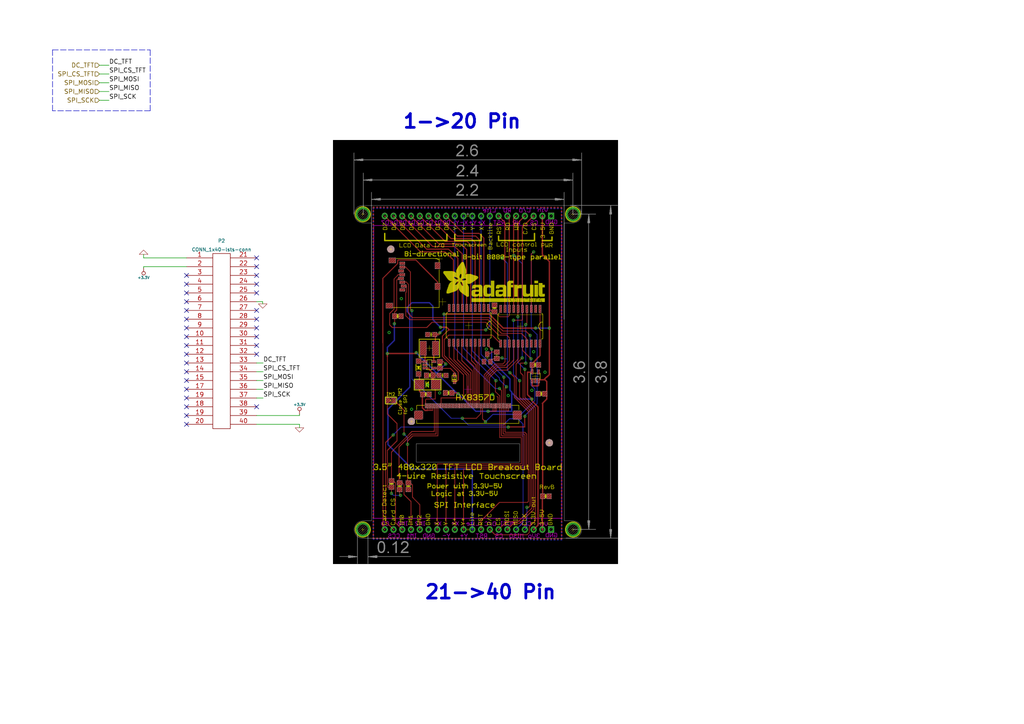
<source format=kicad_sch>
(kicad_sch
	(version 20231120)
	(generator "eeschema")
	(generator_version "8.0")
	(uuid "1843cc2f-d84d-42a6-b167-08e5d007b251")
	(paper "A4")
	(lib_symbols
		(symbol "ESPulse-rescue:+3.3V-power"
			(power)
			(pin_names
				(offset 0)
			)
			(exclude_from_sim no)
			(in_bom yes)
			(on_board yes)
			(property "Reference" "#PWR"
				(at 0 -1.016 0)
				(effects
					(font
						(size 0.762 0.762)
					)
					(hide yes)
				)
			)
			(property "Value" "+3.3V-power"
				(at 0 2.794 0)
				(effects
					(font
						(size 0.762 0.762)
					)
				)
			)
			(property "Footprint" ""
				(at 0 0 0)
				(effects
					(font
						(size 1.524 1.524)
					)
				)
			)
			(property "Datasheet" ""
				(at 0 0 0)
				(effects
					(font
						(size 1.524 1.524)
					)
				)
			)
			(property "Description" ""
				(at 0 0 0)
				(effects
					(font
						(size 1.27 1.27)
					)
					(hide yes)
				)
			)
			(symbol "+3.3V-power_0_0"
				(pin power_in line
					(at 0 0 90)
					(length 0) hide
					(name "+3.3V"
						(effects
							(font
								(size 0.762 0.762)
							)
						)
					)
					(number "1"
						(effects
							(font
								(size 0.762 0.762)
							)
						)
					)
				)
			)
			(symbol "+3.3V-power_0_1"
				(polyline
					(pts
						(xy 0 0) (xy 0 1.016) (xy 0 1.016)
					)
					(stroke
						(width 0)
						(type default)
					)
					(fill
						(type none)
					)
				)
				(circle
					(center 0 1.524)
					(radius 0.508)
					(stroke
						(width 0)
						(type default)
					)
					(fill
						(type none)
					)
				)
			)
		)
		(symbol "lsts-conn:CONN_1x40-lsts-conn"
			(pin_names
				(offset 1.016) hide)
			(exclude_from_sim no)
			(in_bom yes)
			(on_board yes)
			(property "Reference" "P2"
				(at 0 16.2814 0)
				(effects
					(font
						(size 0.9906 0.9906)
					)
				)
			)
			(property "Value" "CONN_1x40-lsts-conn"
				(at 0 14.3764 0)
				(effects
					(font
						(size 0.9906 0.9906)
					)
				)
			)
			(property "Footprint" "lsts-conn:TFT_3.5''Adafruit_40pin"
				(at 0 0 0)
				(effects
					(font
						(size 1.524 1.524)
					)
					(hide yes)
				)
			)
			(property "Datasheet" ""
				(at 0 0 0)
				(effects
					(font
						(size 1.524 1.524)
					)
				)
			)
			(property "Description" ""
				(at 0 0 0)
				(effects
					(font
						(size 1.27 1.27)
					)
					(hide yes)
				)
			)
			(symbol "CONN_1x40-lsts-conn_0_1"
				(rectangle
					(start -2.54 12.7)
					(end 2.54 -38.1)
					(stroke
						(width 0)
						(type default)
					)
					(fill
						(type none)
					)
				)
			)
			(symbol "CONN_1x40-lsts-conn_1_1"
				(pin passive line
					(at -10.16 11.43 0)
					(length 7.62)
					(name "~"
						(effects
							(font
								(size 1.27 1.27)
							)
						)
					)
					(number "1"
						(effects
							(font
								(size 1.27 1.27)
							)
						)
					)
				)
				(pin passive line
					(at -10.16 -11.43 0)
					(length 7.62)
					(name "~"
						(effects
							(font
								(size 1.27 1.27)
							)
						)
					)
					(number "10"
						(effects
							(font
								(size 1.27 1.27)
							)
						)
					)
				)
				(pin passive line
					(at -10.16 -13.97 0)
					(length 7.62)
					(name "~"
						(effects
							(font
								(size 1.27 1.27)
							)
						)
					)
					(number "11"
						(effects
							(font
								(size 1.27 1.27)
							)
						)
					)
				)
				(pin passive line
					(at -10.16 -16.51 0)
					(length 7.62)
					(name "~"
						(effects
							(font
								(size 1.27 1.27)
							)
						)
					)
					(number "12"
						(effects
							(font
								(size 1.27 1.27)
							)
						)
					)
				)
				(pin passive line
					(at -10.16 -19.05 0)
					(length 7.62)
					(name "~"
						(effects
							(font
								(size 1.27 1.27)
							)
						)
					)
					(number "13"
						(effects
							(font
								(size 1.27 1.27)
							)
						)
					)
				)
				(pin passive line
					(at -10.16 -21.59 0)
					(length 7.62)
					(name "~"
						(effects
							(font
								(size 1.27 1.27)
							)
						)
					)
					(number "14"
						(effects
							(font
								(size 1.27 1.27)
							)
						)
					)
				)
				(pin passive line
					(at -10.16 -24.13 0)
					(length 7.62)
					(name "~"
						(effects
							(font
								(size 1.27 1.27)
							)
						)
					)
					(number "15"
						(effects
							(font
								(size 1.27 1.27)
							)
						)
					)
				)
				(pin passive line
					(at -10.16 -26.67 0)
					(length 7.62)
					(name "~"
						(effects
							(font
								(size 1.27 1.27)
							)
						)
					)
					(number "17"
						(effects
							(font
								(size 1.27 1.27)
							)
						)
					)
				)
				(pin passive line
					(at -10.16 -31.75 0)
					(length 7.62)
					(name "~"
						(effects
							(font
								(size 1.27 1.27)
							)
						)
					)
					(number "18"
						(effects
							(font
								(size 1.27 1.27)
							)
						)
					)
				)
				(pin passive line
					(at -10.16 -34.29 0)
					(length 7.62)
					(name "~"
						(effects
							(font
								(size 1.27 1.27)
							)
						)
					)
					(number "19"
						(effects
							(font
								(size 1.27 1.27)
							)
						)
					)
				)
				(pin passive line
					(at -10.16 -29.21 0)
					(length 7.62)
					(name "~"
						(effects
							(font
								(size 1.27 1.27)
							)
						)
					)
					(number "19"
						(effects
							(font
								(size 1.27 1.27)
							)
						)
					)
				)
				(pin passive line
					(at -10.16 8.89 0)
					(length 7.62)
					(name "~"
						(effects
							(font
								(size 1.27 1.27)
							)
						)
					)
					(number "2"
						(effects
							(font
								(size 1.27 1.27)
							)
						)
					)
				)
				(pin passive line
					(at -10.16 -36.83 0)
					(length 7.62)
					(name "~"
						(effects
							(font
								(size 1.27 1.27)
							)
						)
					)
					(number "20"
						(effects
							(font
								(size 1.27 1.27)
							)
						)
					)
				)
				(pin passive line
					(at 10.16 11.43 180)
					(length 7.62)
					(name "~"
						(effects
							(font
								(size 1.27 1.27)
							)
						)
					)
					(number "21"
						(effects
							(font
								(size 1.27 1.27)
							)
						)
					)
				)
				(pin passive line
					(at 10.16 8.89 180)
					(length 7.62)
					(name "~"
						(effects
							(font
								(size 1.27 1.27)
							)
						)
					)
					(number "22"
						(effects
							(font
								(size 1.27 1.27)
							)
						)
					)
				)
				(pin passive line
					(at 10.16 6.35 180)
					(length 7.62)
					(name "~"
						(effects
							(font
								(size 1.27 1.27)
							)
						)
					)
					(number "23"
						(effects
							(font
								(size 1.27 1.27)
							)
						)
					)
				)
				(pin passive line
					(at 10.16 3.81 180)
					(length 7.62)
					(name "~"
						(effects
							(font
								(size 1.27 1.27)
							)
						)
					)
					(number "24"
						(effects
							(font
								(size 1.27 1.27)
							)
						)
					)
				)
				(pin passive line
					(at 10.16 1.27 180)
					(length 7.62)
					(name "~"
						(effects
							(font
								(size 1.27 1.27)
							)
						)
					)
					(number "25"
						(effects
							(font
								(size 1.27 1.27)
							)
						)
					)
				)
				(pin passive line
					(at 10.16 -1.27 180)
					(length 7.62)
					(name "~"
						(effects
							(font
								(size 1.27 1.27)
							)
						)
					)
					(number "26"
						(effects
							(font
								(size 1.27 1.27)
							)
						)
					)
				)
				(pin passive line
					(at 10.16 -3.81 180)
					(length 7.62)
					(name "~"
						(effects
							(font
								(size 1.27 1.27)
							)
						)
					)
					(number "27"
						(effects
							(font
								(size 1.27 1.27)
							)
						)
					)
				)
				(pin passive line
					(at 10.16 -6.35 180)
					(length 7.62)
					(name "~"
						(effects
							(font
								(size 1.27 1.27)
							)
						)
					)
					(number "28"
						(effects
							(font
								(size 1.27 1.27)
							)
						)
					)
				)
				(pin passive line
					(at 10.16 -8.89 180)
					(length 7.62)
					(name "~"
						(effects
							(font
								(size 1.27 1.27)
							)
						)
					)
					(number "29"
						(effects
							(font
								(size 1.27 1.27)
							)
						)
					)
				)
				(pin passive line
					(at -10.16 6.35 0)
					(length 7.62)
					(name "~"
						(effects
							(font
								(size 1.27 1.27)
							)
						)
					)
					(number "3"
						(effects
							(font
								(size 1.27 1.27)
							)
						)
					)
				)
				(pin passive line
					(at 10.16 -11.43 180)
					(length 7.62)
					(name "~"
						(effects
							(font
								(size 1.27 1.27)
							)
						)
					)
					(number "30"
						(effects
							(font
								(size 1.27 1.27)
							)
						)
					)
				)
				(pin passive line
					(at 10.16 -13.97 180)
					(length 7.62)
					(name "~"
						(effects
							(font
								(size 1.27 1.27)
							)
						)
					)
					(number "31"
						(effects
							(font
								(size 1.27 1.27)
							)
						)
					)
				)
				(pin passive line
					(at 10.16 -16.51 180)
					(length 7.62)
					(name "~"
						(effects
							(font
								(size 1.27 1.27)
							)
						)
					)
					(number "32"
						(effects
							(font
								(size 1.27 1.27)
							)
						)
					)
				)
				(pin passive line
					(at 10.16 -19.05 180)
					(length 7.62)
					(name "~"
						(effects
							(font
								(size 1.27 1.27)
							)
						)
					)
					(number "33"
						(effects
							(font
								(size 1.27 1.27)
							)
						)
					)
				)
				(pin passive line
					(at 10.16 -21.59 180)
					(length 7.62)
					(name "~"
						(effects
							(font
								(size 1.27 1.27)
							)
						)
					)
					(number "34"
						(effects
							(font
								(size 1.27 1.27)
							)
						)
					)
				)
				(pin passive line
					(at 10.16 -24.13 180)
					(length 7.62)
					(name "~"
						(effects
							(font
								(size 1.27 1.27)
							)
						)
					)
					(number "35"
						(effects
							(font
								(size 1.27 1.27)
							)
						)
					)
				)
				(pin passive line
					(at 10.16 -26.67 180)
					(length 7.62)
					(name "~"
						(effects
							(font
								(size 1.27 1.27)
							)
						)
					)
					(number "36"
						(effects
							(font
								(size 1.27 1.27)
							)
						)
					)
				)
				(pin passive line
					(at 10.16 -29.21 180)
					(length 7.62)
					(name "~"
						(effects
							(font
								(size 1.27 1.27)
							)
						)
					)
					(number "37"
						(effects
							(font
								(size 1.27 1.27)
							)
						)
					)
				)
				(pin passive line
					(at 10.16 -31.75 180)
					(length 7.62)
					(name "~"
						(effects
							(font
								(size 1.27 1.27)
							)
						)
					)
					(number "38"
						(effects
							(font
								(size 1.27 1.27)
							)
						)
					)
				)
				(pin passive line
					(at 10.16 -34.29 180)
					(length 7.62)
					(name "~"
						(effects
							(font
								(size 1.27 1.27)
							)
						)
					)
					(number "39"
						(effects
							(font
								(size 1.27 1.27)
							)
						)
					)
				)
				(pin passive line
					(at -10.16 3.81 0)
					(length 7.62)
					(name "~"
						(effects
							(font
								(size 1.27 1.27)
							)
						)
					)
					(number "4"
						(effects
							(font
								(size 1.27 1.27)
							)
						)
					)
				)
				(pin passive line
					(at 10.16 -36.83 180)
					(length 7.62)
					(name "~"
						(effects
							(font
								(size 1.27 1.27)
							)
						)
					)
					(number "40"
						(effects
							(font
								(size 1.27 1.27)
							)
						)
					)
				)
				(pin passive line
					(at -10.16 1.27 0)
					(length 7.62)
					(name "~"
						(effects
							(font
								(size 1.27 1.27)
							)
						)
					)
					(number "5"
						(effects
							(font
								(size 1.27 1.27)
							)
						)
					)
				)
				(pin passive line
					(at -10.16 -1.27 0)
					(length 7.62)
					(name "~"
						(effects
							(font
								(size 1.27 1.27)
							)
						)
					)
					(number "6"
						(effects
							(font
								(size 1.27 1.27)
							)
						)
					)
				)
				(pin passive line
					(at -10.16 -3.81 0)
					(length 7.62)
					(name "~"
						(effects
							(font
								(size 1.27 1.27)
							)
						)
					)
					(number "7"
						(effects
							(font
								(size 1.27 1.27)
							)
						)
					)
				)
				(pin passive line
					(at -10.16 -6.35 0)
					(length 7.62)
					(name "~"
						(effects
							(font
								(size 1.27 1.27)
							)
						)
					)
					(number "8"
						(effects
							(font
								(size 1.27 1.27)
							)
						)
					)
				)
				(pin passive line
					(at -10.16 -8.89 0)
					(length 7.62)
					(name "~"
						(effects
							(font
								(size 1.27 1.27)
							)
						)
					)
					(number "9"
						(effects
							(font
								(size 1.27 1.27)
							)
						)
					)
				)
			)
		)
		(symbol "power:GND"
			(power)
			(pin_names
				(offset 0)
			)
			(exclude_from_sim no)
			(in_bom yes)
			(on_board yes)
			(property "Reference" "#PWR"
				(at 0 0 0)
				(effects
					(font
						(size 0.762 0.762)
					)
					(hide yes)
				)
			)
			(property "Value" "GND"
				(at 0 -1.778 0)
				(effects
					(font
						(size 0.762 0.762)
					)
					(hide yes)
				)
			)
			(property "Footprint" ""
				(at 0 0 0)
				(effects
					(font
						(size 1.524 1.524)
					)
				)
			)
			(property "Datasheet" ""
				(at 0 0 0)
				(effects
					(font
						(size 1.524 1.524)
					)
				)
			)
			(property "Description" ""
				(at 0 0 0)
				(effects
					(font
						(size 1.27 1.27)
					)
					(hide yes)
				)
			)
			(symbol "GND_0_1"
				(polyline
					(pts
						(xy -1.27 0) (xy 0 -1.27) (xy 1.27 0) (xy -1.27 0)
					)
					(stroke
						(width 0.1016)
						(type default)
					)
					(fill
						(type none)
					)
				)
			)
			(symbol "GND_1_1"
				(pin power_in line
					(at 0 0 90)
					(length 0) hide
					(name "GND"
						(effects
							(font
								(size 0.762 0.762)
							)
						)
					)
					(number "1"
						(effects
							(font
								(size 0.762 0.762)
							)
						)
					)
				)
			)
		)
	)
	(no_connect
		(at 54.102 112.903)
		(uuid "03b105a1-3c54-4149-9999-87e3e7a73450")
	)
	(no_connect
		(at 54.102 107.823)
		(uuid "03c5c56f-08f5-4067-b29a-8d83d2dd08b0")
	)
	(no_connect
		(at 74.422 102.743)
		(uuid "1eba1fba-6516-4c28-91c3-21232758b9cb")
	)
	(no_connect
		(at 54.102 95.123)
		(uuid "260f465c-c517-447c-b32c-4523e36b12ae")
	)
	(no_connect
		(at 54.102 105.283)
		(uuid "31dba010-5407-4f1b-90e4-00c59a6d1ca5")
	)
	(no_connect
		(at 54.102 102.743)
		(uuid "3a916fc4-df22-4ce9-9592-dfb73ca6c1e7")
	)
	(no_connect
		(at 54.102 87.503)
		(uuid "3ef1f951-4953-47dc-9c18-0dc58d4e8b34")
	)
	(no_connect
		(at 74.422 100.203)
		(uuid "4f13b7b4-9d8d-43ee-97f8-396d6af6a17a")
	)
	(no_connect
		(at 54.102 84.963)
		(uuid "52024608-7ffb-434a-9112-03cd4086914a")
	)
	(no_connect
		(at 74.422 117.983)
		(uuid "80d00c98-1c01-4749-80d9-7445fcab8eee")
	)
	(no_connect
		(at 74.422 79.883)
		(uuid "85eab861-2176-47c9-8a85-09e0789f0544")
	)
	(no_connect
		(at 74.422 77.343)
		(uuid "85eab861-2176-47c9-8a85-09e0789f0545")
	)
	(no_connect
		(at 74.422 74.803)
		(uuid "85eab861-2176-47c9-8a85-09e0789f0546")
	)
	(no_connect
		(at 74.422 90.043)
		(uuid "85eab861-2176-47c9-8a85-09e0789f0547")
	)
	(no_connect
		(at 74.422 84.963)
		(uuid "85eab861-2176-47c9-8a85-09e0789f0549")
	)
	(no_connect
		(at 74.422 82.423)
		(uuid "85eab861-2176-47c9-8a85-09e0789f054a")
	)
	(no_connect
		(at 54.102 82.423)
		(uuid "8bd24d16-f802-46e0-b28d-79e94545b441")
	)
	(no_connect
		(at 74.422 95.123)
		(uuid "8c89720b-3875-4e8e-bff0-a786dc426551")
	)
	(no_connect
		(at 54.102 90.043)
		(uuid "939cacbf-0868-4356-95d2-603accffeb34")
	)
	(no_connect
		(at 74.422 92.583)
		(uuid "960261eb-ab7c-48cb-8284-55249bf8cc5b")
	)
	(no_connect
		(at 54.102 117.983)
		(uuid "9a225380-dd11-4ace-bfa1-f20a3ab03165")
	)
	(no_connect
		(at 54.102 120.523)
		(uuid "9ffb77cb-7346-4237-8523-aa955c2ae63f")
	)
	(no_connect
		(at 54.102 115.443)
		(uuid "ae0a47d2-951d-4e9a-9f77-ffbf1fc23d0f")
	)
	(no_connect
		(at 54.102 123.063)
		(uuid "b1db0af0-078b-40ca-be0e-fcad034f1c66")
	)
	(no_connect
		(at 54.102 92.583)
		(uuid "c81a8c04-c264-4877-a8be-f10f445b7682")
	)
	(no_connect
		(at 54.102 100.203)
		(uuid "d1fa7b83-d882-4945-a956-20b06c5069ae")
	)
	(no_connect
		(at 54.102 110.363)
		(uuid "daaa7719-0022-4084-bff4-a3833028b3b8")
	)
	(no_connect
		(at 54.102 97.663)
		(uuid "e75b4d8d-d912-4e2b-bfe7-211dc14fc8a3")
	)
	(no_connect
		(at 74.422 97.663)
		(uuid "e8545cf5-95c1-45a1-9ae9-d85182492b7b")
	)
	(no_connect
		(at 54.102 79.883)
		(uuid "f2086b6e-35f4-41a6-987b-f5c7ba1690c2")
	)
	(wire
		(pts
			(xy 86.868 120.142) (xy 86.868 120.523)
		)
		(stroke
			(width 0)
			(type default)
		)
		(uuid "146b4382-7dfb-4df3-b2e6-1ab0c93ae4c0")
	)
	(polyline
		(pts
			(xy 43.561 32.131) (xy 15.24 32.131)
		)
		(stroke
			(width 0)
			(type dash)
		)
		(uuid "1a33a26e-2a7c-4806-aa04-d2506350a165")
	)
	(wire
		(pts
			(xy 74.422 123.063) (xy 86.868 123.063)
		)
		(stroke
			(width 0)
			(type default)
		)
		(uuid "321370be-e769-4164-a457-7df16d7ca36b")
	)
	(wire
		(pts
			(xy 28.829 24.003) (xy 31.623 24.003)
		)
		(stroke
			(width 0)
			(type default)
		)
		(uuid "563568ed-d51f-4639-a551-140afa214cfa")
	)
	(polyline
		(pts
			(xy 15.24 32.131) (xy 15.24 14.478)
		)
		(stroke
			(width 0)
			(type dash)
		)
		(uuid "59b76653-e532-4545-9bb6-5b803e5b743c")
	)
	(wire
		(pts
			(xy 76.327 110.363) (xy 74.422 110.363)
		)
		(stroke
			(width 0)
			(type default)
		)
		(uuid "647935ac-4094-4bcc-a25a-ae25f4ce839c")
	)
	(wire
		(pts
			(xy 28.829 21.463) (xy 31.623 21.463)
		)
		(stroke
			(width 0)
			(type default)
		)
		(uuid "64f3feab-8ae6-4e51-b46b-bf27976cfc97")
	)
	(wire
		(pts
			(xy 74.422 87.503) (xy 76.2 87.503)
		)
		(stroke
			(width 0)
			(type default)
		)
		(uuid "66edb928-e819-4a5e-9cd1-886d0ccbe3f5")
	)
	(wire
		(pts
			(xy 28.829 26.543) (xy 31.623 26.543)
		)
		(stroke
			(width 0)
			(type default)
		)
		(uuid "68754902-30bb-4a73-a257-a787c5822c08")
	)
	(wire
		(pts
			(xy 86.868 124.079) (xy 86.868 123.063)
		)
		(stroke
			(width 0)
			(type default)
		)
		(uuid "68f1a089-090d-4084-9a9c-3ca278692758")
	)
	(wire
		(pts
			(xy 76.327 115.443) (xy 74.422 115.443)
		)
		(stroke
			(width 0)
			(type default)
		)
		(uuid "694d4446-0a80-4ef3-9589-de0d0144df9f")
	)
	(wire
		(pts
			(xy 41.656 73.787) (xy 41.656 74.803)
		)
		(stroke
			(width 0)
			(type default)
		)
		(uuid "8e1e5038-08d9-4da2-b842-3736e9626c64")
	)
	(polyline
		(pts
			(xy 15.24 14.478) (xy 43.561 14.478)
		)
		(stroke
			(width 0)
			(type dash)
		)
		(uuid "8ff6605f-a365-449d-b3d1-69f045214542")
	)
	(wire
		(pts
			(xy 76.327 105.283) (xy 74.422 105.283)
		)
		(stroke
			(width 0)
			(type default)
		)
		(uuid "9307b833-2f01-4695-99c2-82385a1cad13")
	)
	(wire
		(pts
			(xy 76.2 87.503) (xy 76.2 88.138)
		)
		(stroke
			(width 0)
			(type default)
		)
		(uuid "944dc486-ee35-41aa-920c-e500135767e6")
	)
	(wire
		(pts
			(xy 86.868 120.523) (xy 74.422 120.523)
		)
		(stroke
			(width 0)
			(type default)
		)
		(uuid "95c9d1c0-2246-4854-8d3f-a13a3cfefa8e")
	)
	(polyline
		(pts
			(xy 43.561 14.478) (xy 43.561 32.131)
		)
		(stroke
			(width 0)
			(type dash)
		)
		(uuid "987d3187-6309-4ec5-8474-737eaff1eb7f")
	)
	(wire
		(pts
			(xy 41.656 77.724) (xy 41.656 77.343)
		)
		(stroke
			(width 0)
			(type default)
		)
		(uuid "a044b504-2ed1-4681-8994-fb5673930172")
	)
	(wire
		(pts
			(xy 76.327 107.823) (xy 74.422 107.823)
		)
		(stroke
			(width 0)
			(type default)
		)
		(uuid "b032c288-a1c2-4caa-b09f-fb94fbd3b6fd")
	)
	(wire
		(pts
			(xy 54.102 74.803) (xy 41.656 74.803)
		)
		(stroke
			(width 0)
			(type default)
		)
		(uuid "b8e80faa-57fc-48d2-b19a-0b6036722a07")
	)
	(wire
		(pts
			(xy 76.327 112.903) (xy 74.422 112.903)
		)
		(stroke
			(width 0)
			(type default)
		)
		(uuid "c06ba48e-05e3-4b1e-84cc-bdaef5ad3d38")
	)
	(wire
		(pts
			(xy 28.829 18.923) (xy 31.623 18.923)
		)
		(stroke
			(width 0)
			(type default)
		)
		(uuid "d029942d-f4b5-45cf-a91f-e6fe9971f571")
	)
	(wire
		(pts
			(xy 41.656 77.343) (xy 54.102 77.343)
		)
		(stroke
			(width 0)
			(type default)
		)
		(uuid "e09eb588-8912-44bc-927d-98a524ed4ace")
	)
	(wire
		(pts
			(xy 28.829 29.083) (xy 31.623 29.083)
		)
		(stroke
			(width 0)
			(type default)
		)
		(uuid "e3136f1f-d080-4283-9429-7aac5a3fef98")
	)
	(image
		(at 137.922 102.108)
		(scale 0.313333)
		(uuid "fea2ec5f-480d-4adb-aac9-75274bfc5002")
		(data "iVBORw0KGgoAAAANSUhEUgAAA9EAAAWtCAIAAABqYkSkAAAAA3NCSVQICAjb4U/gAAAACXBIWXMA"
			"AA50AAAOdAFrJLPWAAAgAElEQVR4nOzdTYgmSX7n+X93Vs8wTmVQTINaOT1DLumH3GeUfVMUzKUg"
			"6iKpeKAC9rBqlII+VNR25Urk4UkkxB60DTvMzhLPIenZykaRsHPIRrXLHjLhmZL6UsXUZaCyYQ8q"
			"bZAHT7bQ5qR6oKHIbFzsqLNnDxZhYY+/PebmZu7m7t8PQVWkhz/m9vjjz+O/x9zcTAQAAAAAAAAA"
			"AAAAAAAAAAAAAAAAAAAAAAAAAAAAAAAAAAAAAAAAAAAAAAAAAAAAAAAAAAAAAAAAAAAAAAAAAAAY"
			"xteGrgAAxGK9XlcuX61WPddEq6zSgPUBALghcwOYu7qoXdZb2LWsEuEbAMaCzA1g1uwDtxY06bat"
			"D7EbAEaBzA1gvhwCtxIo6brVh9gNAPH7+tAVAIBhOAfujo/ts0wAQCReG7oCADAA+9slh43CNvVZ"
			"r9c0dQNA5OhbAmB2HAYDCT1+SLn8tvUhdgNAzOhbAgC7A+tqtQoXagnQADB5ZG4Ac+cccAN1O7Gp"
			"T2x9YAAAzcjcAOalSzaNqvk5qsoAAJqRuQHM2uDJtfAdYPD6AABCYNwSABgrAjoAjAXt3ADmJejd"
			"kAAAVKKdG8AcxRm746wVAKA7MjcA2PI+NsjOAu3n7gEAxIzMDQCOggbf5jiu/kryBoCxoD83AFjp"
			"bQDs9XptuS3G5AaAsSBzA4CLQG3MbWO0fUAHAAyIzA0Au5FrAQBdfG3oCgBA7MqB21cjd3OUr9wK"
			"d1UCwBiRuQGgSWXGDZ25d5YftFYAAO/oWwIAtQaJtjblE68BYFzI3ABQLdrA3U9NAAAekbkBoKhu"
			"MJDIYy43egJAtMjcAGClh8DddhORfwcAAGjMQwkAFxgVBAAQApkbAM6MsT8JAGAU6FsCACLR3zEJ"
			"ABi1yWZu7iUCYG+oFm4+qQD0j0+eQUwzc3MwAbA07BAltHMD6BkZaSjTzNwAYCO2Oybbngs5dwLA"
			"WHAPJYCZmt4dk6OuPABMG+3cAHBmkMxa2ChN1wAwSWRuAHNUjrbxNBJbxm7SOQCMCJkbwOzEFrjL"
			"W2/O05X3fcbznQEAUEZ/bgDzMpa0qupJzxMAmAYyN4C56xJk6/J6ocydsX61WlVWw7JucX5tAABo"
			"9C0BgCg452YCNwDEj8wNYEYi75vhkJ4J3AAwCvQtAYCIqAxt892AtA0AI0LmBoDoNCdv0jYAjA6Z"
			"G8CM9JZWvWyIbA0Ak0F/bgAAACAsMjcAAAAQFpkbAAAACIvMDQAAAIRF5gYAAADCInMDAAAAYZG5"
			"XUQ+lR0AABg1ksb0MD73Dhz0AACgTyp7VCYQhu0fLzL3GbI1AACIHNPTjtfsMjfZGgAATAxZPH5f"
			"G7oCQRCsAQAA6pDF+8c9lAAAAEBYs+tb4gtfEAEAQAhcrp+kKWfu5ljMAQ0AACapIQKRf4Yy5czd"
			"jEQOAABGiuvtozPfzN2MQxkAAAyCEDJJ3EMJAAAAhEXmBgAAAMIicwMAAABhkbkBAACAsMjcAAAA"
			"QFhkbgAAACAsMjcAAAAQFpkbAAAACIvMDQAAAIRF5gYAAADCInMDAAAAYb02dAUAICLr9bpy+Wq1"
			"6rkmzcx6xlY3AEAZmRsAaqN2eYUYAu7O2gIAYkPfEgBz1yrCrtfrYSMvgRsAxojMDWDW3CLsUMGX"
			"wA0AI0XmBjBfXSIs8RcAYI/+3ABmyv52yUjidSTVAAA4oJ0bwBxV5tfValV5i2Td8j5DMIEbAEaN"
			"zA0AIhYDktQlbwAAdiJzA4D7CID9ND/TyA0AY0fmBjA7XSJs/03dBG4AmAAyN4C5i7nHSDlwx1xb"
			"AEAdMjcAAAAQFpkbwOyM5W5IGrkBYDIYnxvATEWeXwncADAltHMDQAtDDVRC4AaAUSNzA4A7ojAA"
			"wAaZGwBs0cgNAHBD5gYARyGiMIEbACaJzA0AVnpo5CZwA8BUkbkBYDfSMACgCzI3AOxAN24AQEdk"
			"bgBoUhm4vadhAjcATBuZGwBq9RO4AQCTxzyUAFChrj8JY5UAABzQzg0AtgjcAAA3tHMDwBZauAEA"
			"3pG5AeDC4B24HcZIKTyE1A4AEaJvCQCcGTxwAwCmisztqJ/xegH0hsANICokjYmhb4kL3gbAlPTZ"
			"gRsAbJA0pod2bgCzRuAGAPSAdm4A8zV4fxK3bXHTJACMDu3cAHCB/AoACIHMDWCmGBsbANAbMjeA"
			"OSJwAwD6ROYGMDsEbgBAz7iHEgA6DctVl9e50xEAoNHODQAAAIRF5gYwL8w0AQDoH5kbAAAACIvM"
			"DQAAAITFPZQA5qW3exnDbYjbMQFgdGjnBgAAAMIicwMAAABhkbkBAACAsMjcAAAAQFhkbgAAACAs"
			"MjcAAAAQFpk7OkySBwDAKHDKhj3G5x4S71UAAEZKncQrT+UMoo8yMncfyNYAAMxH3XmfLD5nZG7P"
			"iNcAAKASWXzOyNzuwsVrgjsAAPPBeX8OuIcSAAAACIt27hhxjQkAgMjROI1WyNzumpMxb0UAANCg"
			"IUiQIqaHzB0KiRwAgJnjwjU0MvcweBMCADBqnMrRCvdQAgAAAGGRuQEAAICwyNwAAABAWGRuAAAA"
			"ICwyNwAAABAWmRsAAAAIi8wNAAAAhEXmBgAAAMJiThwAOFM3QexQM1/EVh8AgDMyN4C5q4u25RX6"
			"Cbux1QcA0B19SwDM2s6AW1i51foOYqsPAMALMjeA+XILrOFibmz1AQD4QuYGMFNdomqImBtbfQAA"
			"HtGfG8Ac2d+e2E+cja0+AAC/aOcGMDuVsXW1WlXekli33GP2ja0+AADvyNwAsHsAkLqkG0hs9QEA"
			"dETmBjB3zuE1UNNybPUBAHRH5gYwL12CaYim5djqAwAIgcwNYNZii62x1QcA4AWZGwAAAAiLzA1g"
			"XmK7+zC2+gAAQmB8bgBzFFvMja0+AAC/aOcGAFuxDQwSW30AAHXI3ADgKLbG6djqAwDQyNwAYCW2"
			"RuXY6gMAaEDmBgAXsTUqx1YfAICJzA0Au8XWqBxbfQAAzcjcALBDOeAO26gcW30AADuRuQGgSWwt"
			"yrHVBwBgg8wNALUqA+6Ajcqx1QcAYInMDQDVYgu4sdUHAGCPeSgBoKiu/8ZQATe2+gAA2qKdGwCs"
			"xBZwY6sPAKAB7dwAcCG2FuXY6gMAcEPmBoAzsXWYjq0+AABn9C0BAJH4Am5s9QEAdEHmjgjD7gJD"
			"iS3gxlYfAHU4d8MSfUtiwZsWGERsHaZjqw+ABpy7YY92bgDzFVvAja0+AABfaOcGMFOx9d+IrT4A"
			"AI9o5waAM7EF3NjqAwBwRuYGMEflRuVhA25s9QEA+EXmBjA7sQXc2OoDAPCOzA1gXmILuLHVBwAQ"
			"AvdQApi7LqN91eXjQpmtYnSI+gAAhkU7NwAAABAWmRvAjMQ2gUVs9QEABELmBgAAAMIicwMAAABh"
			"cQ8lgBnp7RZDyw1xyyMAzATt3AAAAEBYZG4AAAAgLDI3AAAAEBaZGwAAAAiLzA0AAACEReYGAAAA"
			"wiJzzwXT3QEA5okzIGLA+NwTxIcLAACKOidWnhkZIB99InOPGNkaAABndadRsjhCIHOPANkaAIDe"
			"kMURApk7LkHjNdkdAABnnEbRBfdQAgAAAGHRzj0jXBQDAMwNjdOIBJk7Ls2xmA8OAAB61nBq5rwM"
			"e2TuMSGRAwDgHdeB0QMy93TwkQEAQAEnR0SCeygBAACAsMjcAAAAQFhkbgAAACAsMjcAAAAQFpkb"
			"AAAACIvMDQAAAIRF5gYAAADCInMDAAAAYZG5AQAAgLDI3AAAAEBYZG4AAAAgLDI3AAAAEBaZGwAA"
			"AAiLzA0AAACEReYGAAAAwnpt6AoAAADM1Hq9dv5ruO3Cu9VqRea2stlszH8uFgsRuX79usdNhCgT"
			"AACE0/HcrR5u6eHDh25bQSTI3BUKCVtElsul+U/17XC1WnncaIgyAQBAOOHO3eWSd4YT55JRSV8K"
			"8LWvyNxb1AHtdhADAAAEUg4nhJZxIXOfaThwS18sZW9vazlHOwAA6MjMG4WkoRTyhgotJO+xIHPX"
			"HqzlqF1fwtkvfg/4dZqa/1xlmcM6hRVs1nHbkENl2FD8GwpXGY7MnYVU/hXA9HTMGyTvsfja0BUI"
			"wrKvUuUBanPo7+2tReTFi9ryHY75Qp3LiURK5+Cd61SuYLNO2w05V4YNxb+hEJXhyLQvZFzfIsJV"
			"hi9po97QRjZLWZZXCFeZ/jbUoW90c97YmTSUQt6wSd7057bkvT/3fMfn3mw2y+XSPC43m+o3wHIp"
			"P/r6Uv38+Bvv/vgb7/7Z135672s/VUsqD+y6ogCglXJ02LnE4SG+NiQin6W/28+G4nnWbKh5yUY2"
			"dSsEqkyfB4wbm7zxZ1/76Z997ac//sa7eolN3lDBpny3JWIw074lKnBvLymu86Ovn63w3Z9cevn0"
			"qfr98zwXkcVi8cbly/LllyLy3Z+8+6NXr9Rfv/+rrVI2m069TZJkawihPD91WKewgs06bhtyqAwb"
			"in9D4SrDkbmzkMq/Rm5f9oeuAsZkX/Yfy2P75dNgmTe+unpVRE5PT9+8cUMttM8bKnbTzyQ2c2zn"
			"LhyI5a+bqj1bvvzy8qVL8uWXn3/xxWmeqx+1wuXLl1+dL/n8iy/kyy/Vj/o+ur0txwbvciL5UG61"
			"XVJewWadQEvY0Bg3FKgyHJk2S5JkUf4cMP+kfxxW8LVOYYVnSUU7TogNRfWs2ZDbhv5J8i8qDxi1"
			"fEQHjD2HvLFYLF4+feqQN2jt7sicM8jX/EEzbefWCgfkj7/xrojI06ef5/lisfj8iy/KD1ksFi9f"
			"vjSXnJ43fn/+xReLJPnxtXdF5Pf+/pG5lY7fNo/zg1bL7Vfocx02xIb631BUlbEv5E7yqfrnh3JL"
			"ZKsr4Ydy6458WlhirrNzBV/rlFc4X+cj+0I2srktT1w3tPtZ644NIvJA9t6VP1O/fyVfFQpRa5rr"
			"qNWC7t435A295N/L/7aRF+r3pSx1IW/IG+XaNmxoI1vzszjsXr8HjOrJXblCZWX+J/m/OlamywHT"
			"vKEkWYg43tzskDcuX778+eefm0t6yBsIZ3aZ22zk3v5GKN/9ybvqoF8kyWKxOD0tXthdJIlcvXp6"
			"elqYOEovF/V+UO+cG+/++W890pto+zY4zg/0SdfmPA1gSprf9dF+i6jsW9JQiA7EgZ6RGbiVR/n7"
			"6pdC1wVzTb1OebUulSn79/kf7SxE79K6vhZVL8GLwpLjfEdNBjlgzp9a8Xmp/d/ct6TPt4A+F3fh"
			"kDcuX75caOCTlnmDHiaxmVffkrrA/aOvL/UbQET0AV3UZvnnX3zx3Z9sXfppe5HnOD9QP+qfWVa8"
			"bXbnkvIKNusEWsKGxrihQJXhyLRfEqdyllUey+N4uuHqtLqUpfqpq55+OnqdHp6FGab1j24S1uxr"
			"si/75adc2BYcmNHcrQnMLW+UA3fd+g15gx4mUZnRWIENgVvdDakv2ZgH9CJJyssXi8XlS5fOvqQ2"
			"rq++kpr3OtR94SzUOU23Og+N5UwMwAv9CVD53t/5+WDzAeK8jkqoKs8VVmhbGV1U22e0c5192b+Z"
			"vdD1NNdRAVRl2SxbmYHbLEevFmL3nvVjSffMSN2we1VlPsreqtuQTtXldTayqdyQl2dU+Pb1IN0T"
			"43uCLkevZtak7kn9bvpZZSGtKtzxyLQvZ+e4e855Q11RV0HCav36vFFo7WasQBuFPtxedtccM3f5"
			"DWDerFD5jfOW3DJL0+Wv1+sP5cPy+lsB3S52l+vcfNIFAL/KrdflZtfCOg0rlP9Ut0WbNdtqKLnw"
			"p7o1w9WtVfXMhW71Cb2Ty+oqX/jrIHveQXM0b86vXfJGcdaObnnDjN1kbhshMvdc+pa0CtyLJNHr"
			"ZKvs4g1QGN1zvV6tVtkqu7X9LiiUc5rn8uWXDp1Msmylflo8TwBwUpmfCgvrMpb9CnATTwDVzK8B"
			"ha4slWzWiZN5Fm51Rh5R3kA/ZncPpdbwjVMtzFaZnB/oark5AdVisXjnnXculq9ERNJ1Wi5H/fLm"
			"pUs/kmVhQM1mTAENoB+VzahqoZ5BUP91ZzPkGHPVWJgvx7DVUL/EUJkedGz8cssbupW1mEOc8gb3"
			"U7ZSHhzQfBWczaKdu9zIvVzK5UuXzDeA6mKlqPZlUTv9w+pLOeb62i25dfCHFZeK1Pialy9dMq7y"
			"7Kiz+R3X18RXAFBWl59mEqeU+FvoI3w5IqxSPHzljbrlHvMGejOjdm7zsDPvGi70qVJHv9R/p1mv"
			"15V9sC7WX0m6vkjJF+V/8cV3f/KunI+jySCaAKISf+4MYSlL3aI/dF12UFWNpKnbl1E8nbaXnX3l"
			"DfOK+lZ9nPIGTd2Dm347d/kI+/E3asfFPPu6maaVbwD75aqccvmff/HF2TD4FnxNfAUAaBB/5iuI"
			"/+uBjcLNlOXfI9HlsnOXvFF5k2WgvIF+TD9zK9XXVrbHudTfOOXWrepeO22WZ6usdtzN5lqJyPbc"
			"78RuAOGY98AVfoauWn/MJxvzc4+2Ym4KsXsa3cR95Y3q/NAtbzBc97AmnrnLjdw/+vry5dOnUrrE"
			"o+8FLnyD1F9qC8v1vcYN62/e2ZTXf/nqFV89ASBOY0l75fbgCFuIxaiV6hXTMB5lzIHb7bKzr7xh"
			"s5y8MQoTz9xl6laG8iUb1UmrfImnbrm6H6Lt+nXjcZZ1n/gKAGbOPoYOMia0W0puGNU7tthtWZ/C"
			"RYZg1XHkfNnZV95wyyf2eQO9mcU9lPpCyo++vpSnT83xLCuH6VmnqXmfRKflq0zf36C3+/Lp0x9d"
			"PRvHp+FOSqI2gD7ZJKSGdcwWTakadrBPre6MjLx6dQ8vDOPYZ+yuS8bOQ99EGLXdeMwbZrGh8wb6"
			"MeV27sr7cy9fu1Yez1Lqx+FuGJ+77fp84wQQLZs5BRuu/ttk8Z5ZxrihujR431xDN/TJJNpBOF92"
			"9pU3HPJJQ95YLpeHh4f2z2KGyoNzNy+3N4t2bpPqXGXKVlmrcTE3G/n616vH565cP1tly4+X5vpq"
			"yHr5VVM9s2zF3O8AemMTy9zmwRkw8HV5Uj1Uu8smiNd9crvs3D1v7O+3G7fbLW+gN9PP3Oa49N/9"
			"yaXPje+aSsM43HXjZT582Dg+d2n5h6cVb5jlcsdI9f1H7cJ3uO5TLlEyJVOyfojlam1LtkTJlDzG"
			"kju2LHp8Lja8543XX399tfrv7Nd3zhvox9eGrkAQ6l16/fr15XK51bnKmHxVRBZJcpB/r3JczMrh"
			"eNTy69dXT56sxXgzN6+vlm+NWp8kl69de/nqlZ6adbk8q3PPHxBn9VyvReTTxaeFq1GLxeLg9KBL"
			"rXTJImIW7rHks65yus+c75J1hUUkRMl+6yzs5yj38853N/u5smTheJ79fl5+vNR1q+sy0bDcHM2j"
			"i4bLzua722/eWPzwh6+/fvrWWyvL9e3zRpZlDx8+HCRvjELDN72OO2367dxNrl5dvdN6HO6KL4tt"
			"x/O+evXl06dy9Wpz7dpOfOVmvV6ffTJW9f76UD4U6ya6csnq4QspfiCenp6eyulisehYsqqz+YF7"
			"ev5MvJSs6PI7lsx+ritZYT+zn4X9XCqZ/aw4BO529W7k4bJz+7xxenq6v99i/S55A/2Y7D2Uh4eH"
			"lROc6nErC2/UtuNi2ozPXbm+2u5pnl++dKmh/l0mvrJ38YFeYu6fD+XDthf4Lj7QGz8ou5Rcrqfp"
			"08WnHUuuK9+tzuznupLrymc/m9jPZvns57ntZ4fAHcOgBb7yhnM+qcsbDx8+5DbKQUy2b8nh4WGa"
			"pmJc69FTsIrxBriYC+r8gTv7Wm02ovuW2PfNUtd6zDfemzdu/N7fP1K/l/uWFHJ2iKZuyw907ZbU"
			"fI2uKtnmA71LyQ31NJc7l7yz/IPTA/uS2c91Je8sf9T7eecFSvZzZZ05noX9fG758VK2u77Yl++x"
			"b0nDZefKviVe8sZ6vd7fl8ePpVBOQXm56i90+fLlly9fqiVvXL78/n/5TfW7KvDw8PDhw4e7nnev"
			"4unrEq5vyWTbuRuY42Wayy8O9O28m2WL69dXm41knyTqHbW/L/v7W8ttyqnbbh23ia/stfpAl/O3"
			"sWXJDeXUfUDYl9xcT3O5W8k25bcqmf3cUIep7mebZjz2c3lNjmddMvtZGbyFu8tl51Z5Y7PZyhWq"
			"Y4nKGwcHr7/++un+frGcuvJ14G6+oo6yttd2Wplmf+7VanX9+vXKP231LbMbLzNN9deaXEQ2G3nr"
			"rdV6vX7rrVNzeXM5ddutU5r4ynM7t3ljiqaGMdJ9zrbuw1gsTk9Plx8vdzYbqJILH3z6+70q3yxZ"
			"RFqVbNZHSi0HheflULIuv/CowpUK55KF/WyY8H42+26q9qrCvVDs53LJHM91JcuM93PZzv0cibZ5"
			"48mT9XJp5o2VmsVmvV7XjV7yzjvvlJcvP15+/vnn5pI3b9x48ffnW1yJiFy/fr17u7KOp/E0UXe3"
			"1XvH9+AWM2rnfvnq1Zs3btiPq+15edV2o3L2gW4cW/rjsu0HWdMH+molpQ/iRcubXRou1Xm5klh5"
			"RTJbZV4+0NnPZvnsZ2E/G/VkP9dhP5vlh9vPddpediZvoNJkM/dyudyURhh5+fRpuY1ZfdBUdtKq"
			"XL5YLFqtr5YXtrtIkpevXjXU33niKxvlRpTyB7pevvVN/fRU9a5rKFm2LwWWP9ALy1X5NiWfnnfR"
			"q/tArzxh6FrtLFnXp/LEUD5h2NdZYz/rf7Kf2c9mycJ+rilZ5r2fC+z3s0ely85WYs4blbN0oweT"
			"zdw2FklS+UG2TtOG5eVv0s3rl5er8TJ3Vu84P1A/u59JN4UP9K2+a+0/yBo+0Isd5du3TNR9oH98"
			"756vFqDC81V1bjhh2GM/m+X3tp+3tuJ1P5e3W7cfVqvVixcV9dkZUArb7b6fC+WPYj9zPI/6c2Od"
			"ph/fu2e2yMZ5PIcWed5AP2aUuTfvbIpH3tWr5VvORdqPf7lreaF7nBop0xygfljlD/TCCcNL+WbJ"
			"enmXS6Lax/funR4fl29t6XjJVde2cGI217cvXNjP9euH289pulY/4ns/myXr5V728717H3/4oZgl"
			"N69vX76q8L17H49oP3M8j/pzY52mN/74f/zyw3+XJIu6QQW6lC/1+6Htfm7gcNmZvIFK08/c+gjb"
			"bOTlq1fdx8tUBXYcL3Nntc0R+INOAq8uXanfzc/EuhNGW+UWFOcTRsOJ0yxZ8XXiXNy54+vEzH6u"
			"XD/cft7aiteAYrP813/9bzYb0T8iYv7z13/9b+oCxPFxxXJfAeXOnYWv8nvYz6M7ntU3Dzk/nneu"
			"b1N+XQt3oP3sXH7l81rcufP0h/97xfLwgdtv327Ly84jzRvozZQzd2WXbsU8ENWXQtUvqvwG7r5c"
			"la/6V6nt7uzMrWTZSv1YPFdHhTek7hzWEIBala/3Q6Hbmceg+c4HH2wtOT8xd/9AX2WZeeL0eGJm"
			"P5vC7Wftzp3qgNilxXHn8r/923+2XIr+ERHzn3/7t/+sVfmxBe5+9vO4jmd96HoM3Hr9rffFnTse"
			"97OXwF1XfuV+8HU89xa4O4otb9CZe0BTztx19BvAcnxuX8tj/iDQ/AYg8wNiZ9Bsy+OJue4DvfLE"
			"7CWgsJ/N8sPtZxlby66X8qfUgj6W47kcuAvlO+9n3Xauyy+8X5zLLwfuVVbbR7+tHo7n3gJ3l8vO"
			"E84b6/W68nc0mEXm1t/ovv+rzeVr1y7u8j6/tzddb918UBifu8ty3bPKfANcvnbNpnPV+ryPZKsn"
			"a6n8zftso6UAtLz3HXE9YRQ6lhWCpipZr9+q/suPlw0nZrPktlSd607M3/3Ju84Bhf1s6mc/l4Og"
			"2zi+lftZtlt2C+Ml2xcupf2snfUdL23XXmE/l7cb/36O/3heJMmndxKpD9zO+1mXrOtZ+Nzosp8L"
			"z7cQuOdwPNuzv+w80ryBfkw8c5e7l5hdrLTFYhF0vMzFYtF2vMwuE1/tVL71uy4AqY/7N2/cODsB"
			"7JpKd/POZrFY2ATNs1NUksj5B7pNyer35hOzWbJ9nc0ldSfmn3544+XTp61KLixhP5tLetjPzUGw"
			"4342g2Y5oHTcz1ITULrvZ3O5GVCi3c+RH8/6IT/98IZN4Lbfz7pkHeibA3er/awK14F+Z+Dufjyr"
			"LjFtj+cyy+PZL7cmsLHkDfRm4pm7TH31NJeoD4gPbxXXXLccR7O83PxA1N9x37xx4/f+/pGPp+JZ"
			"OQCpj+PL166ZAchGcbSEUtA0W2500LTUfGLeahNqU+dC+eUTswqCXUpW2M9m+b3tZ+kwU13lfm4I"
			"3JXl17UwNQT6ji2CZvnlcnwFlND7OfLjWa+s3r+f3kk6tnDXVeOnH97w0sItIvLll2bhqs4NgdvL"
			"fr72h//t6fFx/MdzJecmsAjzBp25h/W1oSvQB3WQ6fbuH3/j3c+/+ELUh9rVq+YbVY3uuU7TyuF4"
			"Wi1P12m5fNl+D5hH/np7itF1muqx9/P8tPyW665yqt6CN29cBKDL1679+W9ZfVuonBK5uCS5CJpd"
			"Si6Xb55O2pZctx/MliG3ksv1NLGfzfI97mfzTVSsv3UDW+V+1g1JquSt+ncoWdX52rXLT5++NEt2"
			"q3NhP+u9cfVqMeC61bmH/Rzz8bxOU/UVUdVHtuf3rq6/3d7QJev6qHNWU/2dSlZ13vF+7PIKJsml"
			"S68n/9U/yf+f//jq1S/K+8dtSvnKelYu9zJRTrnX+9Zfq6YHjzZveMzchT7cXm4DiE3li9vF7Nq5"
			"ReT3/v7RmzduiEj5AD379tx5vMyzchrfAM3cJr5q5eD0bNijhg8s84P+95/+tuVXfF1yQ/mnea5P"
			"VM4lV5avP9YvX7vWquSdH+jmCcOhzuxnGXo/m8srn2NzyZblO5esqMBdWX6rkuvqee3a5fJyhzoP"
			"sp97O553lqk2/ftPf9s+cNfVpK5kXZ+dgdutZLEI3JYlN9RBBe7K8u1LFqfAbV/4Tm3nfteiyhs0"
			"cg9uFrloTaUAACAASURBVJlb9eo2j7Q//61HhUuTupGjcKm07biY6zStvOS3SJI3b9ww204GP/JX"
			"q9UtuWUZgG7JLdVV0eYkp0oulFMuX51InEtuKF+dmH//6W+3Ktn+xOxQZ/azLnnY/azckprzWX3J"
			"leWUy3cuWZfTELhblWwf6B3qPOB+Dnc8y3ngrhzhrtLp8fHvP/3t0zy3Cdw2e0M/ndPj41tyyzJw"
			"O5QsdoG74/F8+dq1hsBtX7JD4PbY1cShCYy8gUqzyNxa3Xj1sj2epbpXQi1vNV5muk5VP63KN/zL"
			"V6/09aadbwCHia8cWAagg/x75knIYwByLrmynmb5v/nFW11Kbijfrc7s58qSG8r3uJ8LLbutYoRZ"
			"Z78BxSy5UE65/FYBpVyy0j1w65KH3c+Bjue2gVvREbZcT1OrWKxL/s0v3iqv1iVw65IP8u/1cDy/"
			"fPr01atfqB+z/BEFbmex5Q2/jdzlwQEZLtDGLPpzK4Ve3SLyo68v1e295htARBZJohststXFzSXr"
			"NK0cpmedpuYtEYVyzt5pV6/q8XqkKnMXug0VZn4OOjOO2vSni0/Pqm3cBa/OrPppmo+y6WJeKFlR"
			"l/xClOy3zrJ9U5f3vcF+lvD72ewbXSjZQaFktfDqVZHt/eyrZL91FhGzD7r3vRFoP+uFPRzPiyTR"
			"gXtnaebW1T2IYnE8WxZo1sHyc6N7ybrC4u94Lg6gcfVq25Jt+uLXLffVnztN13eST9Xvx/lB4XTc"
			"0OU3qrwROnPLFLt0e+/PPbvMLaW3wam6Z6vUF0pRB7S618Gk3wDlkY8Kl3jU9bvmwC2DZu5CHbTq"
			"uzfMFazv7KRkSh6k5K0bkf19blJybyWb/wx91BVi9I4SalZ2u7GsLhZvrRNZyTY+vnfP/GflbD7N"
			"Oraeenkuzafj5lgWSd7w3pObzO1mRplb6mO3iMiXXxY65In6xt9huX3glqqXVr/P+wnclpxPcpRM"
			"yf2XHO5NRMn9lLyTx6POS+buuF0vBfZQslsFet66L10yt0SQN0LcOknmdjO3/txnU+SYh9/ZAXr1"
			"amE81MX2OJdtl6vvspaBu5L9xFd9Kg6T5G++Hkqm5P5LxtiN/diYcOB2tpFN+aewQsNjbQpsVZ8u"
			"c7/L0HmDsUqiMq/MLfWxe/PORr0Nzn6q+opZLlclyNWrm3c2zoFbJOzc712MMVpRMiVjqsZ7bBC4"
			"y3YGYofA7bCVgo5NYEPlDQJ3bF4bugJDWi4vLvpsNiK/2vzo6lJELl+6pGYELH65rOmDpZZffG29"
			"elVEvv+rzfeNN7VD4DZ/9/tx2fxxs5RiXSvWz2QvffBYHqt/6RpuZFN+eLua1JccqM7mQ2wq71Zy"
			"c20jLFk/sHmfRFjn5to2bK7VoUvJzhtt+KvNG7myYqss+yz9Xf3Pz9L9F9nNhvV92Zd9EdnI3cJy"
			"c6N1O3Odpvuyr49n6StwW+7SVmt6YW6usAO7l1kuMNxBXinmvIHezK6dW4ymbikdmt//1eb7v9q8"
			"fPVKrl5VtwCffYmsullB/fLmjRtqKt3TPJerV9X9wubXzfJWhtX286tufX1KU9Zpqj/ILDfRtmR7"
			"9iUXHuLcxLKz5J2FRFWy+cC2rUrNJYeucwOHJ9KqZC/NafYPj7bOOzfacf26hYVjYy990GpbDlTg"
			"blb3lFXgNpcMFbi7L/TCDMduUbjhs6VQoEP5Xi4795w3aOSO0Ezbuc9nyVnKxSWYi7+qI/hHi4uD"
			"9c2qb6KLJLl87Zp6w4jIQnfV2tqQeyUL0yn7ZfmhU/eZpZavssz8DHqS3r6e3W1+oHPJdSck+8/Z"
			"ypJbtXa3LVnvDfMhlU0s8ZRs39odeZ37tJRl9wQcrl25suTudXZQ+YK2ers1HzBvZR+Zx8Z+WvyS"
			"5pFOzI/l8Uo+KlemwVBdShx2ac/Nw84lV+52X/X0+IHTW94IGrjrBpMpjyyOgjm2cysqdtc1eMv5"
			"d1DV9ersQL969c0bN9SP+ufLV6/0aoECt4SZ+93mxLAzN0vpVPEkvV1opWhuLLEv2bKBwUvJXuq8"
			"L/uqpa2wQ+zDa/8lS/1+LuyTUdS5UqCgqWpbuZd2nvidr67sZNORw63Oodm3UBbWLBwbgVq79UbN"
			"niGWogrc5X+2WhNuguYNFWxo4Y7TTNu5lfNxAzfq9/IXUEV1vTr7x68sS/ZVR/90+5Zlc8XOdSrb"
			"Hc3TeUNLm0PJNpnMoWTJzh7ot85P0ttSOp9GXnKhIadhn7QteS99sMkCHnU7y2xu0vNCF+6l2DHW"
			"2Yu28c5cv7crISMK3NJml44uW+sviuEOYO+XnUPkDR1mfFQQQcy3nVtbLpdmm/dyefbjVJT7YwuC"
			"zv1euLLfXV27Y/cNFUo2b5PatB/yqaFk3R7mt877sh9o7I5wJUvp/N3lHFzez6GPugbmi1vo0Nw9"
			"Z7h94bEvdkR1HlycI5kUqvEiu+mr68t4RynprvnzZNNhiEAt3GVnX3lDt20TuCM363ZuU6HNW4pd"
			"oxoeGKpK3qO2qW1r906FtqXP0t8tnE6cN6RK1r0n99IHb2Ufeclt5ZI3WfE6e4c6n/X43Jd9PYpC"
			"911dKHmdeju51rX9Kx1j92fpvog8lseqk4lla7dNyeYraI5WoTyQvUJjZOEKjLmwrOEwK5cs528r"
			"m0zccB+C9zo3lNyqzoPo8tVXHXXK4P3+y7PD+GqSbRu447ma0V3zcTuiZ+qcN2jbHhcy9xYzeZtL"
			"Jnk8h4vdKgPtpQ98teJcz+5K+kDOL+au03SZ+bkUrktWPNZZhWMJsDd6i90e6/wiu7l3/gr6jd1u"
			"r6B5GdohcHfkVvKwdR5E3dOp7IJcXqiPukAKI/016G2K1p2F2+/SEWmufPendpwf3Ek+1b9L4HfZ"
			"zrxRjigYCzJ3BfMgHurgzrJVD9Mpe4/d17O7+iT3WB5L+thmdG0bL7KbT9Lb+p9mr/EulrKU7GLc"
			"LrPO3ZX3RrkHtps+Y7evOr/Ibkr6WHzHbv0KXiwyXsFUqu+v33p4+z/ZlGy/0cJtix7r3LbkqFg2"
			"vZsfYn1U63yjn8nvSv343HX2Zf+t7KPd69lxDtyjTthan/f7Br3sbIOcPQ1k7h3q8rd3i8VCRMxx"
			"dvqZ9X0py59t9kXkZ7L/rWXrW4JM6hPQDMeHJ8/lqPqS7v7mB2pv2n96mHGwsuTNRvblB3LeCtGq"
			"5ObL0JuNtP1gL+8NVfL1u2clm9Vz3Rtbsbuy5K0qbazKd7gFrW3JOnb/7O6+GC+ZiPsruGMISLsa"
			"tnVycv/tt/0XO96S9eBmXfb2ZiOybJEO2948V/dBvkiei8jDoys2hahjuLBwf/ODs02oim3XfV/2"
			"f+Pks83bLl81y3VeJInIc/W7qrNb4K58a+jNub2O+uFql2rXc/cyTfubH/xMih8dcv7p0f8XisPD"
			"w+vXrwfdRDw5u26gQNggc7cQ9KBfr9eHh4fhyq+z2VycPH626Rq7xWh3PDx5LufhuNBWqs9M0jIM"
			"qWilSpbtaFV5A7h9yYXL0M0l2yu0wh6ePBc5G3VVV6/b3jiL3d87+buvSiWbWj2LVrHbreTH8vh7"
			"J38nIr/Mv91QspfYbWZBj05O7heWmA1vqpO0WyNcuWRf4q+zeTi1GmqjnCmrB/3cdbgenjy3j91i"
			"zoyzWT7enijH/K6uAreuWKudXBO4t+qcvm11iJcDd/PmHL6s7tzDDWXa7BnzA7Oyb0+h/O5XcW0u"
			"O8eTiUMzWwZV/mZMbntk7njpANHDrT/fWj4+a+32EbtF1fnoIhybvWzNFhT1e9todSgX55t1mt68"
			"+4/1J+/j5Z+KOgG3L1l1ftB1PpStKQnUB715NnH+qvDk9lmdt+KF695Yp6LC6xvyxpPbV1Rrd/dm"
			"3XC3oOm98ZXIG/LGa8mzX+bfvhjuStxfwXLs/tBLje3UDese83V8X3XWgduc4PqstABXGBpq2Fzz"
			"5ubbdXpFtxSs7C4FmIFb/b/wEaQ+N57cFhW4v5Kv9FOw2kBVnddp+sRY4fDk+WmedwzHapfqJfuy"
			"/63lY4f3oGzv23W69e1llWV1ZVr2EdI1fLz806pu/X969kG9URMBeOt31M9lZ0weYwVGqjiCRHg6"
			"ahdPmS0/rfT6OqKp05hqRTY/MTeyafVRrks2o/D3Tv7uteSZnA+cpNd0O83r7hlKoTFJ7GZ7Nuk6"
			"65IfHl3Zl/0nt1Ozhg57Q7t+N1Mn8r8+ekuVfLbp813tfL6xnBzeXnlv/NujfyQiryXPyked294o"
			"fDHQdz71RueAmKN2Qcc669fu6Oi9uj+5qftKULewS+BWLFu4lXLgNks2P5HUt+Kv5KuHR1fcWrjN"
			"wF1Yx7KF+6zA87231fahgqner8tNl0+kZsZg0qU/7Zr13Tx91K1T+JPzDRtACLRz48LjZadGgvL6"
			"p2/Lv/jkfRF5JiJnZ4tMRL61fKzW2MjmvP9u7WdoueR9+YHksi/q3POZiDy5fVayuaZNycUNLWWz"
			"yVXU1mdfFRC/tXxc2A/NO6Wyzk9uXzQdO+8N2X5FVMl/fR6192X/8e3zULtZqn6xbiWLyPW72W8k"
			"f6f/abT9L8/6I53HDodXUO2Nvz6S3zj5bJEkm01eOOocXkEptXb3E7srM58ehs9yXAUVKZLkvvnP"
			"i9XaJ4TmkvdlX+QHj+WxWTvLOpeVA3cnm+IBZij2+G/13c9XjjTnfr9uV7L+SGnbAb0hcNtffap4"
			"D5592y9vq+t7cEdNGq/p7TzwvrV8XNdl+7yLVLsCbfR52RkTRjt3vJJkoX763KhuJFCfiW0/rcoN"
			"Faq37m+cfKa6f+iW4+4l61bYr+Srw5Pn5Yl43CyXZ+3ouitIiDp32RuVZ+tCm7Ru7dYtcA4lqy9g"
			"hf7Wus5tJ+Fr2BuqtXuRJG5HXVnhvHjt0s87FtjMy4gZ4e7Qriy57RWb/jUcYOafBhmLQ2/U/l2g"
			"DnLNobbdJ76xb/QN3Tw8rs7P/V92xlTRzh2p0sRXfXy3Pvsw3W6EcPiE3XrIUjYbWSTJ4clXqpln"
			"kSQiuWy3SVhupfiQTNZH6eHJWRdJ3efYueSz389bu/XdVIU6t1JR5/NP7fN2r3Z1Lo0HV1GyiDy5"
			"nerW7uXSpWR9JKg2aREROcsN5yf7x9Ly61nd3nh4dOXw5LnZ2i0tX8GCQmu3fgULNfHCS0DRKSRN"
			"31Pdox2aANuUXBsWewuvTfvtvHd0p0JkuZYgCamh5EJ9VCh/clSxcqv97GumSeMG0x116P4ebBBy"
			"DDAgXrRzo0JDlzu30gotx34nLVfJVRXuq+RAdVb7M8TE1JUll/t2t6WPhB7qrL/e+DofxzkB+FSF"
			"G2sF4aZ2Hzb7jqi1e5DLzpge2rkjZU589e/zP9rI9wNtqLa73vKsa8HPNk03rNhayuubH6ibHWV7"
			"OnSH/oLFh2Tyhrwv55fLu5RsWWe30s5HPvlTVWdzaMJOdW4sWW7vmzeGuuyNpexvfqAOg9B1fnYk"
			"v3Hy2b9I3vjZ5tuPl3/avS/pg3zv3eTPviHfuCxvdH0FCyXL3hvyf4qnjiXjLnkpb3zyL0VkX/bv"
			"bvcA9vDu7mZPLo7Y6/KPm0tWK78hn4nIRv4PLyWrp7NnNIrbT6CjHv5a8mzP6AikDuBNabW6CtQq"
			"vAdrCun4cph7Sc6fu9puuSv5TpaV8d4H/WViTGPU12VnTBKZO15q4qsBu13qWyr1eKhdwrcqTUXY"
			"83FqP1N9hd2KNUdp/WX+7deSZ79x8tlfH70lInvpAxU0O35bMOusdJkOXZW2v/mBqlVhRPAudW4u"
			"+aKTSTeq/L32E61X0nXWS8z9/FryTJ+YXet75lH+/ltycRulxwntof0vR//6j07++I9O/vjb+S/V"
			"Ei8fGiGYh1yBeQT6LVmPzC0i/+HtFoff9gemurmidittld+DhRfL+T2oyyzs0l/mfj6IuhcCDILM"
			"PQ7helju6K63Pdpu12qc9+2+WJJ8dZrnbYutbh3JZZEkqvfk4cnzX4g4lFzhvM4XN0t1mBy+uLe3"
			"p8vpUueGkkVEj2TiuEOWRqft0kTrZn90hzpfyD0cGwVqtvMnr/auypdeXkGzZDVEo/f35qhL/o9y"
			"WviT27vbVw3NXtcvdjVPLoyB/3dWIFzJF5tI08X5eN5yNkbqf2xYv/t70Cxhszl7w7R+BTcX3fDN"
			"Jy4ip+f1V6OjtCpWdg0VVeDxIE/z9Z3k0zfkDTlrC6M3Ohx9begK4IyahzI10oya+Gpf9m9mLyY2"
			"kmihe6LH0ZcomZJN5uxx4UruUg4lB2W+6Dtf8UhWLj/E/lGxmcaz0OdiEXksjwsHefncPR+Tn4fS"
			"+xPkHsp4Zdkqy1Y3sxdDV8S/cDe3UTIl918y4Nc0oiqAAjI3hjHGaEXJlIxKDYOWMCpcWwTu2JgN"
			"27FdycG40J87XuqTd096uuWr+dTYZVCn+pKzRZLoudn06NqUTMldSm6e4rswbnfbkm3eCJarFR6i"
			"eB89LVydzcc6/Mmm2HKVvOyonRN8Hp48X73dqcyCRfJc/96q5FWWdXlpbDSU77zp8gPVoKvXjSHy"
			"nUu25HenZdnqrmxE5KOdqwL1aOeOlBkLtoZ+C2PnB5nzubP5gad5rgfAlpbtjpRMyc1l1pXv1tqt"
			"J4qyr4Almzq7CVfn0Cqr5GVHlR9YWGIedc5l+mL5CnYs3++myw+p3KVeSu7NOk330gc9nIsxbbRz"
			"Y3fTkTktpfeSVbRq26JJyZRcqTCd08nJ/aOj98qrObR2L5dbKeT27YoKu7Gss1vJgepcLkF1L8nz"
			"4goOzY3NsXi59PmJZO6fJ7ddArdYPMd1esW5ZLOGfttud17bdN7PJv3EHx5d0e8yt5J3rhwolDtf"
			"GQMKaOeOl5r16lkS9nuRzbXajhcBd5Z8un2i3tnuSMmUvJMu+eTkfmVvY4fW7uWyutjNZusZOQcU"
			"s3DHIqrKDFfnEBGnLhaLUU+Pn0jmczfTocsG6nUp2ayh+ap1FO6T31T3xEP0ofLyHgSCInNHypxj"
			"NnTslpBz8FqW7BaAKJmSm8vXDcbqlFz4cSvZrPbJyf1CE2xHZj6urHPHYsVrnc1wc3T03tHRe2qJ"
			"+eNc8s4lvkou8B649d7uUrJZbY9fdfrJpt53aYHf92Al1f7Vw7kY00bmRizGOFoFJcdfcnM/DefY"
			"XSjWY9Oar44lBUHrPBlxBm4lUIN3D9z61djop3nbbAIzfwfaInNHSk38rjzK3x+wJn2KM7RR8qhL"
			"1r0p6ppgHUrebIrdPzxmoIYKdxysI1Cdy2l+pEI0x5Y7rnQvcETJO1wLN51JMEZk7ngd5wfH+cF8"
			"ArcSYWij5JGWbKbM5lNyq5LNlKN6U1T+yY0uwW+KDVrnEOKslRvvsVv8dTXpbT/7beruoTOJyWwC"
			"M38H2qJzEkQGGouqjuWYEpRMyZUlF4o9D687ZrJoW7KZidVZv8v4EjV19iBcnQMpjNRRKVDKNHOh"
			"3/G5zU20LblOx1fQZj93oYo1ByYv/9W5WJui/B7Px/mBmvtd5LHPcjEztHNHypzsapLTvzeLp62U"
			"ksdVcpfwally3YVsX6N/hAjc3uvsUAd7zTdQ2gy40bMBW+X93qjaZTV7zq/glK5+YJ6+NnQFcGa9"
			"Xh8eHqalaLKRjYgsJZrTS4/CzYFMyTMpOU3X6hf7GZvDlWxpSiUP3oJuvpo7D78xrhy5ycxjn6Zr"
			"1c79UfZW4U915+45WK/XIrJaef48iYf3J0g7d7zWaarmvhq6IoOZXissJc+55MkoD1yoRv4uj28I"
			"TEOWrW5mL2Z4zRl+kbkj1fPc79EaY7SiZEqeMPsOtQAAE5kbsRtjtKJkSp6quoELK+fE6WJnk/ms"
			"sn6gO0p7E27cEl/zRjVT15zn3P4FL8jc8epn7vdRGGO0omRKhrOdremjCJq+7Azcke+NoIG7eQUv"
			"CiMaeS4dc0LmjlTPc7/Hb4zRipIpeQ4a5sTp2NpdaC/XWSryiNmneAZvGZCvSytAaGRujMYYoxUl"
			"UzLaKo92Uo7dMpu4uXPsF3Og7skbam+oa860f6EjMjfGZIzRipIpGfZ2TnEy+PiDfZpJkrY01N4w"
			"LzubvwNtkbkjZU4wO7fp35uNMVpRMiXPlltOmkmktsTeMLE3MF5k7ngd5wfH+QGBu2yM0YqSByn5"
			"TvJp/CVPWKCGSVIX+mQ2gZm/A23ROQlbIpxXudIqywr3kvua4YySJ1byneRTX6fJcskikvtu807O"
			"07yXksPN/Gfm6SS5r37J80BbuxD5R9PYjeUUoPRWyeP8QM1DKfK4p01iimjnjpQ5hXJvc1/tHIMp"
			"KhNohaXkfkoO19odv0DdYOL/fJiS3vb2KE4B0VYM2Il27nip2H1X+ICpNYFWWEoee8nx8/jcC3Qr"
			"Y5qejRVoNhZIh3hkOQXMKNpiu1guxzECdz+G2htZtkrTtf69121jWmjnjtc6TdXcV0NXJGoTaIWl"
			"ZP374cnz7JPE1wl1lWW/828+Vz8Scm/ETz33k5P76mfo6qAFy+8Vk//6oQy1N7JsdTN70ds1Z0wV"
			"7dyRMvPBXvpARnaK79UE2kopeZ2merK6RZJsNnn3s+ZmI09fffPapZ+LyOHJ84dHVzzWWfcRzzLP"
			"bW5pestXyebrlX2SfHn++2bTNZSEiz4zyY6tjH2fPDy64rG0se8NzBnt3JiCsbfvUnKh5EWS+Cr5"
			"6atvmv8cV7eQjgp7VX39ANCWuubMZWd0ROaOV5Is1NxXQ1dkHCYQNGde8un2mBceSyZ2a8RuoK3C"
			"9b0Ba4KxI3NHypzsithtaYxBk5JN4WJ3uJLj10Psbugjzs1/s7XZyOHJc91nTC9UP8AMkbkxKWMM"
			"mpRsCheO5zyXZLiuO3KeqitjN9FqtsyXXsfuUYxFWEldc6b9Cx1xAEXqOD/Qgwo/yt8XoRuZrfHe"
			"REjJymmem6EwaJ2di/I7c41bya12y2me37j8uv6nx726XMonn3gpqcK4pmiBol+1h0dXVOBW/z3N"
			"RbaH/BvFy2pedk6ShTCmAVzRzh0v5n53Nsb2XUo29dbaPWptd0u4fu1HR+9Jqalb5aouoWq8zaJz"
			"VviaZA5aslyeLRxF1Aa8I3NjmsYYNCl5kJJHLZ7YrZCMoZRTtd8RA/ukBwYt/A60ReaO1CBzv0/M"
			"BOIgJfdT8qhFErtVU7fI1kyBNGeiBz3cl6muOXPZGR3RnztezP3e3Rh7M1NybyV3ebjHmWvcSu6y"
			"W8pdd7zs1aOj9+7eXQmt3ehRoQMSX/MQM9q5MXETaIWl5EAlj1rH3dJ9r+rGxc2mdlZ5RoWDiDw8"
			"ujLejiWyfdnZ/B1oi8wdr3Waqrmvhq7I6I0xDlJyPyWP2oCxmySNZhM7QrJsdTN7QT9PdETmjpR5"
			"/iN2dzfGOEjJ/ZQ8akPFbjUAhf45OnpP/RSW63EqMB/6FW+I3aNL5Mz9Di/I3JiLMcZBSu6n5FEb"
			"vJMJUND8RWt0Y64z9zt84R7KeKlx+J/Ja9/Ofzl0XSZipLf6UXJDyQ0rL5Lnl87nOX+VJOvUZ4/S"
			"QHPiuO2ojju88HCgO5Wn11WH1ViiNuAd7dyRMie+Yr5Zj8bYCkvJDSVPjPOOGra5unLid2V0vQiA"
			"MuZ+hxdkbszOBIImJfsqKkJ3zlvQ2xoqdk+p2y5QVpr7HXBE5o6UOdkV4/B7N4GgScm+iorQ6GI3"
			"AGAnLpTES8XufdkfuiLTNI3ezDMvuXmF67kkyVX1e57/J78xPcScOOaOupN8+oFTIeF2ODBPx/mB"
			"/hp8nB8IE9XBFe3cmK8JtO/OvOSJ8bWj2OGAX8z9Di9o545Ulq3SdK1+v5m9+GiIOsyjL2a2SBL9"
			"j0NJCtNiU3L0Jdvyezwnydldg76fR3bj8kv126tXv+iwo7Z2+PW+d3YQDq/gInmuf9+5E8a4cvwO"
			"Tyb1dIAuaOeOV5at1NxXQ1dk4gqZxkwqlDyKkifm6atvmv9kR2G8zMA9Xsz9Dl/I3PFi7vfejDFo"
			"UvKEjTF2NwwXCIwdc7/DC/qWRKo49zs3QQV2mudmslkk3jo/UHJzyXVrdp/CpjAnTsfSCuxLdtt1"
			"T19986r8Qv/T40vg3XIpn3wydCUAIHq0c+PCzKcHG2P77gRKrvTwyMOckV4K6c5514V7Cby/04+O"
			"3hORk5P7m42YPx23NfNPpGF52fk9vwfDHTDqmjOXndER7dzxGmTu99mf5PLCIA/+xlmj5KaSA/mL"
			"P3jzbHv5qd+S9dQYliXb77o0fU/9kmWrLi+BeaFAPUqXLDKaPqkdP5HKO2FiK8fPjN0jfToMvglf"
			"aOeOFHO/D2WMQ+ZNoOTJm/zAf0dH7x0dvbdcSuEHAKAQ5oCikU4QM8aSvZTTIMTMNa1K9rLrmOYG"
			"GFaSLJ6pvBTpXRUYB9q5gQoTaDkeRcmTxzQ3DtqOw13uRF5wePL88OR5YbV5zD/QCTtKMS87m78D"
			"bZG5I6UmfleY+2oQY4ywYyx58gLF7giV76F0SGzd1y8saRgimjTZgJ0DeEfmjtdxfqDmmx26IvM1"
			"xgg7xpInbw67bpDxuXUuLHQfL+fFh0dXKjuajzpZBq083fE1swnM/B1oi/7cGJPNpt1poHBOqnxs"
			"5XlLr+nQlbbuRFjYesw9sOv2W3PJla+OzUvgReVuT5L7ahi7fjQcn9Puk60D93K5NURg0FBoBm5N"
			"V2An+zXjNIrKFy4yqLnf6z6HbZZbfrp6d5wf7Mu+iIg8DrslTBqZO1JZtkrTtfr9Zvbio2FrEwcv"
			"F50LH811ZZprtkpLDZUsbz3O2N28n8slq1/UybUwkU35sn72SZAhe+v6D1y69PM7yacikndoWrbc"
			"dTuPz6nGbv3Ej47e638UwnLY6rN1Vh1410v31ZXroA9RvXLdF9RFcnEwX893tBSUB0E3P2cqv5YU"
			"/tRQ545sPl13rmmzWmWZQITI3PHKspWI3JUxtGbEp3yyUUsq5+moPAE4x+5ygZVlOpTc6rzinPDM"
			"BKonfgAAIABJREFUFsrKzRVKrqNDhg7ZasnhyXPvsbuwCf1PLzc8RfJdKHJ9Xk+IRENPcZs1LVtw"
			"7RNq4U+WqzVsyIvC+NwNn8OW7D9dfTGbwNR5GXBD5o6XOjfvyYMX2c2h6zIydRedpfE8ZK5ZXq1j"
			"Wmq4kG1ZssOl5N7a0QtJV6oCt/rdPqYEYlagEP0rvwyoheauUy9Ekpz1pshLLZHmK1UOAassyz65"
			"mFHyUJLTPC+sprpqmNNQ6hXMSlYGF7111VxafkYnJ/crS5aaVluaDyuZR3jz20q/Iuq1UCvXxcTl"
			"cuti0fW7FyvrNXd+K5aaz8CGP4WOrVqITkc9dBPKspVq/+KaM7rgHspImYGG+WbdVJ48utwYFOhO"
			"uM1Grt/N1HBm6qdcsnkpua6NqnKwiB5uqWyI0ZHMvq4Vqmr+s/JZmAvVrtt5at95NXyz2TGpe8PN"
			"iGZ96g6DhodUFq4fUvc6jqLfcM8KMdphTctPIbfPq7aB274+ALqgnRtowXvLsT4Fnua5zl6HJ8/l"
			"qNiwalNIYaE6j4ae1Ma4L+qiWLWwvKG65b4Uyjdnrtls5NS4hUvttOt3M/XPyopdz7cCsWqfVs3S"
			"2zO0F5mbqOxfm76db78oW82fInJ09F7DVezDk+enpdvRCnFqnRavKph3OhYeohVabZ0D9xz619p/"
			"pRzky2fD/p/8S+PdOk335IGI+SEHtEY7d7ySZJEkCyZ+j43flmNz8LL07dzsl6xLNtu6Ktu96ibc"
			"7qG1u0u/zD6Vm/cs66zbpHV+fXJ7x96r20ShDuUXZftmxFq6Jg2Bu8yycAfL5VaZ0xiGb+zif0uO"
			"SOVd44ADMnekzHu/iN2xCdphw2wScy65shux+U8vdR5dqHILIuauU69Ow96zaVzU/X9Ub90Cy0zc"
			"kK3VT11fEXPmmkDK91GgT+xzIE6EOfjx8b175YXvfPBB/zXph8cOG6Xok4lc9GewLNkmP/ntZLKz"
			"YXVKVll2KFu9ru8knzrMjlG+2at8+6mNh0dXIr/IPexRMYeeLWNhfvcrD6pYqfnlG+SrfpIsnqm8"
			"ZPcUgEq0c0dqRHO/f3zvXmXgbv7TBHhpOa48fxTusdtZsv1JyHtr97iSjVvPeEW9KGaAUCN/t1Xu"
			"AlSwc0LH5oCuC394dEX9FFY4OnqvsifSSFXepdqPjmMFeuH2ZAe/QtVw4JmDCbYtMxDzsrOX4Ucx"
			"W7Rzx0vF7vO5ryJlE6nVOpNs866aIMal9bHc8bcqdu8o2XIQ37pJbQrUSHOFOW403Tq7rgntdQ9v"
			"Lra7QvlJ8qmIHOcHuoG5brfYrZAvkkQ990uXXorI78jnX7xscbJvThK6Dg1jBe58bN1YgculfPLJ"
			"WeGtSh5Ew44yu8vb57PDk+eWjaw2lkvJPjkrVhrnxNGVLM+J070ODgP8tdpp5nBJ4nqoFMbnttyi"
			"NL4Ty+vEeRgDBbRzw1HbNux4Grz9tvEUziKFcd9salJ3trAs2eF02HHYkMHH2G5LNUjXjR1Z+Xul"
			"5bL4XUjavOJ1B54ZSrpEh52PDTFtjeoXXmibD91fXKt7yq0yqBv77kDhxg9xe7hlfQZsC+/h5WvF"
			"vOzs0KMM0GjnjlTkc7+7BeiP793rs7W7svknxImk0HK8SBKbTn8OPbAXSbLZ5F7Oi5ZzSTawyRwh"
			"ppxsVrc51XndJlVbrJCv01RfYs7zUzXSn1umLzf562RcHitw5840N1F5MUEVXjkKYWXhzTvEPPxO"
			"Tu6rwgtNlW1Tkff19fPyPkKlfck2bb1u0dxtmG2b1fpvOTabD8p3PtRRa4buwX+cH5xfc34ccDOY"
			"OjJ3vKKd+71Li3X32O39orP9ag0KETb7JCk3iBZYVlKXrCZxLMTuts+0oc4m3ZJdN8HkzvCnp5yM"
			"p1Hc78Dk976z1a1zSrO4t6V7rcj2tf7BOw1jVrhxFvEjc6Od7l1E+mntrjvlh7tqWW6TLsfucqNU"
			"q9ZuHbvNdvQu4aZukvnTvHo1/SebfLl6u+El6Cmepukt805Hj8n4OD8o3EM5t9httkoeHb13cnJf"
			"9xQ3mypJQrBXuC7Uqqk7HPOyc8NMVcBOZO54qZi1Jw9eZDeHrouVy5cumf98+eqV3/JDXKT2mwZW"
			"WSZHaXGJjwqYsVuMaQtbFWLJY/fTGMJWIRyr3eglHM85dttcbopZof6jqPPoLJe2d0tb9ssP1zN+"
			"pyxbqWvOsfXzxLhwD2WkzBbTvfTBgDUxNTRyFwJ35ZI5CDpdTqCSJ69825OvvReu5FEoB51RhFc6"
			"vaCtdZrupQ/iORdjpMjc8KAuXtctj2cMkxCI3REqNz/72nvhSkYg5uDQcY5QHs9dEBDmfoc/ZO54"
			"JckiSRbxTPxeF5QLwfqf/9YPG/46E8TuCBG7MQoEbmCqYslzKDAnu4ondpfZROrLly5579sdP78T"
			"rTeX7KXYmAXadeLvdQlXMnq2c5qbwpqFlStbzRsGzSzcY6r7vajCV29XrF8pwtb6KWHud3hBOzcQ"
			"Sm+t3ZMXdNfR2u1Mz32j58TRS/qZE8e7hjbmwtOpW7PVXPSFP+3cY2PcpRPA3O/wJd4G1Jkzh0R4"
			"lL8vEvutG2aXEv37//2TPxyoOrHorbV78oLuOo+t3VLq/Tm3L0gT8PDoSuFVq5tlXbVem4NpyvYo"
			"iq2oh6hZ5c/bxS+qwTznwNiRueOlhkQ4n/sqdjpe//Pf+iFR20Ts9mUUsbuy8OkpxL40rZ07cxos"
			"R4BWuyVEazSBe0BmE9hxfiDxTVSHsSBzA8EFjd1eyolZb99YaJNGtOpmnCWC94O53+EF/bkjZTYX"
			"3cxeDFgTrXLySJubI2d4A2UZ440467NbPK8LolUZr+nhDYwImTteWbbKslUkgbtBIVIXOpYQuDVi"
			"t7PyruPGR8yQGk1c/yjdY3eq3lHnP12LmxyzCWyqvafQDzJ3vNQHYFQTX1U2dUt9sK5bXldOPAIN"
			"vGATu8c75oMW4ikw3ghQ4CV2l0M2sbtMtX/F3wSGyJG5IxXn3O8NyvGaFu5KtHY7I3ZjvNrOdGO5"
			"fsf+3HXxmtgNhMA9lPDGMmT33Mjd3AI0yB1I6u69i3Pq0dbpbZGcLV+n1ZNoxK/VU2h126KvGx/L"
			"N6JxS+Ws6APAeVw/pW4CHdNyeTb8n83KIvLw6Ipa8/DkuTknjvdrX2awzlZZYWG6TvVCrNN0T43Y"
			"yy5BB7Rzxyu2ud+Vdz74oEtojq1XyVBdOAhzWtsWZVq70VHod73Z2Vqpm4SyTnn9hjqXN9dWtsru"
			"fWepfsjZZXOb9xfhxJXnoI1l7vcJ6NjQ5ew0zxdJ0vdWfdAt9G2TRJ22LcpM4Y4uGt7sDYd05aMK"
			"c+I00CVbHk6FOXGCfkDd+w4jDgJ9IMzBxTsffPDxvXsOjwpRGUvlk1Zz01EPKmO3ryA7IIen0HPs"
			"bpi7hNiNWblx+deGrsIIJMnimcpLu7oGAQ3I3HCkArRl8o6tS4liObdcUKd5Pro8pzukdq95l/lu"
			"aO0GOlKB+y//8Oe//cNvfvBXG+HuySrmZeckWdCnG87I3JEyJ5t9lL8vEunQJWaYLuTvOHP2TiGm"
			"ebNM9s2bLkz+bLlyQd3TsbzTtLBac5XqNre9WqZb+h8eXTGjrU2VyuE4+yQ5zS9aopLkvvrl7bel"
			"FWI3Ju/Ov1385R/+XP1+/L3TVLbfSnTsBnzjHsp4HecHx/nBo/z9oStiS91eqX+Grs5u/TRyh9hK"
			"c5kNf638U5+N/eVt6Yisuolbznejyynn4Mpe8g7PkVsq0eDh0ZVRdwNTfbh/+4ffFJEvXv6nwl8J"
			"3Kbj/KDyd6At2rkxF16SpWUhDd2FQ9dh50bNe0Z77lpTtzndr/3w5LnKMes03XkBVz+Rcpv0Itlq"
			"7dbrt71qoWJ3lw4wQGwKd0w+ev8/FPqTELjLjvODfdkXEZHHA1cFY0bmjlSWrdJ0rX6/mb34aNja"
			"TFohhwUKozZ3cDpsujlEWnY4sSnKXKfQpaRcgs1TMB+72VTcTqpzs82u07HbbHpcZVmavndycn93"
			"bRoVMn2csbvuRQFMhcCt+nATsoF+0LckXlm2UvPNDl2RieuhrTdQDGoVuJvX7zmoVYb1cst03ViK"
			"lbWt6wpydPSeWyWbC8fMfXon0T8jve9QBW7slGWryt+BtmjnjpdKDHvy4EV2c+i6TEFDo699r4N4"
			"GhF31mTwIVkc1MRu29G5VlmWfbIV0/+bS//66atv+qkccK4cskc3ayOBu5UsW92VjYhwzRldkLkj"
			"ZV7L3ksfMDaRdzEMFOgsnujvXZcBQyr7qFy79PNwsfvk5H7pa4KIyJPbncpUv7Qda6U35TeOGh+m"
			"7pJCq1F0fA25E+49UteqPbrY3T+HflltB2jq8rqHGLQKMNG3BPM10o/UkVbbnsOAIZvNxfmy3Fh+"
			"7dLPPVVtS0NPcT1V5/Q0fFOt3CGtRtHxOOROoG/UZuA+UGNLHeeVf0WlkQ7+s07TvfTBXhrpoL0Y"
			"C9q546XG4X8mr307/+XQdZmm3tq5HUbM6K7VFt1qGO55rbLsULaaq+1byJZLEcnVqV29iX7n33xe"
			"OZJJFztvzdRjsERis9nRGm1ZiM0K9nfTmoeQ9yF3NptOFxzMrZSP84PjXE+Vkq02pO1K5ctWEutd"
			"yA3iv4UaY0HmjpQ58dWzhJfJv/6Hyes5drfdolsNf/Yz+da3Wj+qsK3K16LcS8TybKcKrxxAMNDE"
			"zTufSw+G/VJnMz5Mq73UZcid/l+CNF2LfNj3VkeiY+xu/orVaqykjtsCuiPMYS4aPkkb0kCh3a6V"
			"Qpdxy2a88j9bbd3c6M7OjpY13PmounNVYe811628IfvYXfNEshuXX1Y+3MuurnyIx/sEyuUskuey"
			"PR5iebVCfVQvl+vGdw3VB71jRi8//OioKXa3PYbLSywPTi87//Dk+fXtb2eFI3l/Xw5Pnl+69PIv"
			"/uBNtSRJFnl+KlXH0mZz9sIp10vf+yp3TvmFa1jZ3u/8m8/PavWy4q9detg3zkqbLZKkcNwWpoxt"
			"rkNH3Tv9J8nimcpLQb62Yy7ozx0pc7KrEU1FOUZBGwgH6XvdMd+Ee1TzAyv/VD4r1/UHrXx4+e7J"
			"kXYnjZ/9OOgOsdjyIX22UP6rf/hPX736hfo9ufOpbF+cnINWnekr43XdYKB+dT8qzFd2bq8y/CJz"
			"x2t0c7+PUQ+ZOP5bHnuO3W3Z31I5SOyuazIPJ4YbNAtP02/gdtul/QRuc2SSf/UP/+m/u/XlX/6h"
			"cYfuh7ccyizXvOElDvo02xbe6sbWyitU5djt9wl2nLUX8Iu+JZi4ttEwRJT0Mvh30NbrLp1nzK4j"
			"HrdlrlbuEvrkdm0nE1Oant0veGu7u23dw+2ZXSkqz9zmlfSGU7vZ62C1PThgeUdln5z9cnjyXK/c"
			"3AlVVWOVZXqFo6P3nOf12Nk7SBpf353dsh0KVzcv7u+LGlHi5ovql7XcXaRskZzd9vrw6EqhD5K5"
			"3WyV7X92cTS+evULkW+KSH58IEYnkzL9Wugl5vPVmzADd2W3Ny83h9T1DCkX3jwRbHNlCn8y38iF"
			"KWOb6+CmodtVq20d5wd3kk/17yJEdTiinTtS5kmRqSgBhwEEPT48ElENhFLJMnD7urTyYO8scJtL"
			"ergCU0j2eX76Vx9cPD377gfNVS283PH0guvy7bryu656M/b5BNtuS11z5rIzOqKdO14qdt/lKzUg"
			"It2my+n+8ILRjRXoRduxAisf2HZ2m7rCy4FbRB4/Vi3fwUdz+5P/7/8VkYfHV0Rkk2UikmWrNF2r"
			"vybJQqS6tdueTdt8D9w6YDSEWvVOLPSfORTPo3kW0I0EMSBzAxiN7rFbAoy2u3MUvIb8sU7NXD6m"
			"cX/bjhVYfpT9auW9qgK3oludbz9J9V8LTdG6u0iD7dfCRZatRM4audN07dyHZ+x2vsrX72YixZ7c"
			"3gfR98X8NjXb1xRekLnjpZLBnjx4kd0cui7V1uu1r6JWKz7IYKV7c3WhhI6xO9xYgTFrO1Zg3aMs"
			"V2vYqzdfZDcu/5qI/MUfvJn91fBz0+T5qe5bMoHY7XAw73yVVZnlkUAl7titrjl/NHRNMGpk7kiZ"
			"mWAvfRBv+9eHZ7emLe7cOT0+Lv/davktl5v9MVuxxW7YCNpbV42Tfe87y+POPTq6K8RuEcfYbdM2"
			"H1RzjyC375bmo07z/MntrTfy4cnzELG7+7G3TtM9dZsunxPogMwNDzoF7nNzaB2chhhGP/Qeu53Z"
			"zKnpi5dRAk9O7r/99u7VmpVHe7AfLlAsRnBrNdONnphGRG5c/rV/9F//J/uaWKob3aKu1745dEmS"
			"LES+rCu2gTk6TWiDfPwulyJS8Tb0PmVsx4FQ+H4OX8jc8VItJc/ktW/nvxy6Lk0I3BiE33siuwh0"
			"9LqNS63/+eR200O6f3Eyt5skuwN3q71kv/KDvfTmv9qo7iX/8hvf/DURkX/w8pf/ucXGrKtUF7sr"
			"73Q0OwFfuvT6q1e/qJtasnmjBb6+8XoZittTHbJyJxPLKWN3zn1bfqCp+audzVsJaIXMHSlztKln"
			"Sbwvk5fALXE0naKgfJZSY0Q4TFkS6PUdMHbv7L4cdNCSh0dX2l7kXi7lk092r7azkJ1jbDuv32rl"
			"j97K0nWqDkh1P+Xl1/6B/uv//F9efiGyXErH3t11VVouL8ZKb1CO3Q0b0h4eXRlw2qNWr4hz+YVi"
			"K/t2d38vNw9d3wpzv8MLxudGJ14CN+K0XBZ/Hj+Wx4+31lGhp7xm4SecVZYVTsy9Dbx9dPRe3Z/C"
			"B24XDRW21/BqVpZvP2FK25WzVWYejbpt+3/4+5+LyN/8iZ/Drq5Klq+CeQ/lpUuvW25iqFEmW70i"
			"fjdU2Yfby3u5+1Ng7nf4Em8D6syZE189yt+Xs0nWRsCl5TvYp+1Q6PDXs6Huiayb07FL86pOruWS"
			"Kwezq4sUlXVQhXccTKNiMsi0Kc2Hm0I1W2Xbz/M/3/m3i7+QsyX3vrOsmxKylZ2xu3JqSS3PT+V8"
			"ZBUR+eCvrNpdy5NW+mW/n/3OL9u4fl7+2G+eMjbc3Leme9+xejiwE+3c8TrOD9TcV0NXpAVfXU1G"
			"Hbhl/PWv02cDdltDtXZjWJm60nH+U0i0PbdK1nVjMHuV6N4mKGuYpXJAx/lB5e9AW2RueEPgNk3j"
			"WYwLlxcgpYbkHmL3ZnP204DYbSna2M3c7+iOzB0p8+LvzezFgDWx5CtwT8ng5wlgnoZt7ZaaXgpm"
			"Rxdid4M4YzfQHf2546Vit5r7KnLhAvcYWy4ZzBUY3Ad/tbn3nYvkmySL3qYzaehzleenImedEyYw"
			"S2U4lcPnD/Vxytzv8IV2bnRFC3cBHYuBGBRau8M1LTff5LBcysOjK/qGSzO09d/a/Rd/8Kb66Xm7"
			"DqJq7c6y1c3sxSiuOSNmZO54rdN0naZ7adQjlhC4KxG7gRgUxi2JpEfHsLF7RKKK3UB3ZO5ImR8r"
			"McduAncdYjcQA2L3qEXSN0+1f8V8LsYo0J8bnvkan7tsvXY8M61Ww/TAG2rQaACmPD81b6OMpCO1"
			"2Us4kirFqbJvd5/4GIcvZO54qZPEM3nt2/kvh66LLceuJrduWRWeJNK+Zd2m5HAmH7sfP45rlO5w"
			"zOm4r+eSJPe9TOuIfpg3L0o0GZfYDcwKmTtSZqvMs2QcL1MPfbsdyid2O1iv1+obzk6/eeN//fje"
			"f69+P83zoS4phFY59PLJCbF7TMyAK9Fk3ELsFhGRDwesDyolyeKZyktWF2WBauMIc4jfUDdTjqLv"
			"+Bhjd2Hv1e9PY7nd9YrRaZjr5OTk/ttv91gVdBN/7BaRJFl4mbIevphNYH0OOonpIXNH6jg/uJN8"
			"qn5/lL8vEuutG+cx6zTPKyNX2+WtjCJwK2OM3dqI9rN3zZMLYnSI3QCGQuaO13F+ICL7sj90RWoN"
			"25FgdEFwpLF7dPsZaFYIuJEgdkfLbAI7zg9kDBPVIU6MFYi4WN6fPtIgOLoBBEe6n32xaeSmIXyM"
			"YmjbLouzVhCR4/zgUf7+o/z9oSuCcSNzR8r88J3P3FeFDFrXDDzqIDii2D3q/dwdYRr9I3YDE0bm"
			"jleWrdR8s0NXpCdzCNzKKGK3w02x4SvVHwI3AMX8IsSXInRB5o7XKOZ+9yVQ4B5LEIwwdjPDqD0C"
			"OjBtqv1rPk1gCIR7KCNVnPt9BPfaubMM3GfTVbYdHSVK5ZnV4r+lcj6BmwwNAPCOzI2BWQZuGXqY"
			"FO/GFbsJ3ABma52me2rE3kg/oTEO9C2JV5IskmQxlkko3dgH7kkqP98IO5kIgTvkAwFErjDG64A1"
			"wdhNOc+N2hjnfm+rbeBerx2H1I25gTz+1u75BG4AAMKZZphD/BxauBdJokOefRCM/zbKmGP3rAI3"
			"bdUAKiXJ4pnKS5HeIoRxoG9JpNQklMr0xuHv2KVkekEwzk4m09vPDboHbiI7MEnmZWfzd6AtMne8"
			"jvMDNffV0BXxjMBdKbbYPdVhGQEAGASZG73qOXCrIKhGOlc/rTbXs6hi96zG5z48eT50FQBEyrzs"
			"bP4OtEXmjtQk537vPkpJ9yBI7HZG4N6J7iXAJKlrztO77IyekbnjNbG53wMNCzi9IBhn7J7efgYA"
			"oE9kbvRh2MC9yjJzizFE2Gaxxe4JB256lQBoZl52Nn8H2iJzx0v1P95LHwxdka4iaeEmdrshcAOY"
			"OXXNeTKXnTEUMnekzIA16tgdSeAub53YbWPCgTsQunQD06Pav0Z9LkYMmBMHAfkN3Kd5LrdulX+v"
			"W+diyXYddK3imXqmzrDT5Uw7cBOOAdgozP0e+VkDMSNzx0uNvf9MXvt2/suh6+LCewu3ryncid02"
			"1DCLdaNuVy4vfL2Zrc1GntweuhIAgMiQuSNlTnb1LBnfyxSoS4kvxO4dW/T09SZaNHIDsMfc7/Bi"
			"fGEO8fMYuNfrtdsDd6ZGYrcvm40sl0NXAgDCKM39HsUHL8aIzB2p4/zgTvKp+v1R/r7IaG7d8NvC"
			"vUgS1XW4Vd9iy3nIid3djbHBeIx1BgCMHeOWxOs4P1BzXw1dkRaiGqXEBiOZIARGIQQmg7nf4QuZ"
			"G95EErgtG7k1YjcAoAFzv8MLMnekzMmuRjEOf7ibJtsGboeWb2L3fNCxBAAwCDJ3vLJspea+Groi"
			"u/U8SkmIribEbgBAGXO/wxfuoURXEwjcCrdU9iNcSzPDpwAIIctWd2UjIh8NXROMGu3c8VqnqZpv"
			"duiKNJlM4FZo7Q4taNeOzUYOT57rn4BbAgCgJTJ3pMzwFG3snljgVojd4fTcl3qzkZOT+71uEsAU"
			"qfavaM/FGAsyNxxNMnCP0bhid/+I3QC6MD9R+XRFF/Tnjpea++qZvPbt/JdD16Wot8B9mudy65b5"
			"S90KxYUdlLtKR268fbv7cXJyP8/p7Q0AGBKZO1LmZLPPkrhepj5buHdO4Q6F2L0Tc9QDcJMki2cq"
			"L3Vqz8Hc0bcE7fTcpQT26GSyE4NzA2jLbAIzfwfaiqsBFdpxfnAn+VT9/ih/XySKWzeGDdzr9drt"
			"gfNpLKe1OxIPj64MXQUAQFzI3PE6zg9EZF/2h67ImcFbuBdJcnp8HHoq+LGLOXYvl7Q0AxgZswns"
			"OD8Q4VMMjuhbAiuDB26FwG0j5k4mc+hRPYfnCMzKcX7wKH//Uf7+0BXBuNHOHaksW6XpWVeKm9mL"
			"Yee+iiRwi0jbwK3axcPXKzq0dnuh0rNbbfWkPNcbb7paJGer0R0FAKaNzB2vLFuJyN2hL2MNFbgt"
			"m2YZt7tOzLF7FHRzdasvCWplnaTtHZ48V+n89u22DwUQkNkEps7LgBsyd7xUYNqTBy+ym8PWQSNw"
			"j0u0sXtETd1tdX9eehKft9/uWhQAL7Jspdq/hr3mjLGjP3ekYpj7ncA9AdH27Y6803MM1dtszn4A"
			"ABNAOzeqRdKH29zux8ZyArc9WrvHTu+lJ3Q7AYawTtM9NWLv8B+cGDHaueOVJIskWQwyCeWAgdvc"
			"dN12CdxtRdvajVYOT56rn6ErAsyI+WnJJye6IHNHasC53wnckxRn7I6hC0dZnLUyHZ48p+cJAIwL"
			"fUuwJebAfZrncuuW+m/dX6uXQ0Ri7WRCD5OO9N6L/6sCMFJJsnim8hLnE3RA5o7UIHO/xxy4ZU5T"
			"uIdD7J6wzYbYDfhnXnZOkgV9uuGMviXxOs4P1NxX/Wwu8sANX+LsZBKzEX0fGFFVAWBuaOeGSMSB"
			"e71euxVLo3iDCFu7AzV1Hx29p365e5fjAYAL87LzcX4gQ09Uh/Eic0eqz7nfow3cIrJIEmk/5bu/"
			"Ck7WHGL3cin6KXaZxX1c6GECeHecH+zLvoiIPB64Khgz+pbEK8tWWba6mb0IupWYA7fSNnAzeoml"
			"GXYyWS6t8qgZzecQ0wEAPSBzz1r8gbsSgduX2HrP+22grYvLKnlPtTF4qs8LGEqWrSp/B9oic8dr"
			"nabrNA038Xv8gbuy2ZXA7Vdh/w/e1O03Mp6c3G/468OjK3V/UnmdRm4AIqKuOYe+7IzJI3NHyow+"
			"4WK3RuCeM2J3pTEGbhq5gRBU+1cP52JMG/dQolcE7jgVbqkc/H5Kv05O7ud5bR59eHTFbTZ1NShK"
			"+VrzUGGdwA2EMOHPRvSMdu54JckiSRY9T/weAwL3IKJq7Q4RHz1G4eXyYhTCyr/2j8ANAJEjc0fK"
			"nPhqkrG7rqmAwD2gOcRu9ePs4dGVhu4oQyFwA0Gp9q9JnovRJw4gRKR8W+fH7QM343N3EVUnk3Bz"
			"wqtiF0m7LiWkbWCGmPsdvpC5I2VOfPUof19k+rduVI6jcprnIiK3bpXXP83z2uXoYCaxO5A+a0vg"
			"BoARIXPH6zg/EJHzua/mRYc8pnAfBLG70uHJ88qm7v6r9/DoCjdyAf1g7nf4QuZGdAgTMYgtdksc"
			"g/epEU6u55IkZ0MQ9n9ZJcIuLsC0Mfc7vCBzRyrLVmm6Vr/fzF58NGxt4rBer90eSGO5m6i5jq8f"
			"AAAgAElEQVRit8SUvAc0isBt8xrF2TFGjxp5fddXqUVSfdFjAizfYnG+gkDMyNzxUuP+3uUy1rlF"
			"krS9mfL0+JhbKruILXbLjJP3cinrdJohLwabTet7ajETZhMYc7+jCzI3xo1hBEOLMHZLVRvbtFM4"
			"bYpBTfvgQXdZtlLtX1xzRhdk7nipoLMnD15kN4euS6QsA3d5nOkYUuOIxBm7lY5pSXcPuH43lmdU"
			"QNoOjcANoB/MiRMpM+LspdMfKNABLdx9iidkax1nt1kurfpGDxt5CdyhnZzcH7oKGIF1mu6lDzgX"
			"oyMyN0apY+AedoZFdNexbdIyy6rVlssBsu/R0XsEbiAGhat8A9YEY0fmjleSLNR8s0NXJDptA/cq"
			"y/SPXshH53h5D9x6tIoGfQ5ScXT0Xm/bmjMauQH0icwdKXOyWWK3qWMLN7Hbr/7bgPtp4R7Kckng"
			"BqKj2r84F6MjDiCMSdvAXTlQoHlHYFS3A8ZjvV4vkqRhhY+rFp7meeih0EME7oZG7s1m6yEPj67Y"
			"tIg7i/z7AFA2h8G8zSawJFmIcMqAIzJ3pMzJZh/l74tw64aIiK/xuYndO5V36e4vPLduBa1SiPEl"
			"2mboELHb6LXCcRipcmSc8Fjpo87HQMzI3PE6zg9E5Hy+WchpnlemuublpzVzcxO7W5nAKDFu3biD"
			"YpqbUSCDzpzZBHacHwgT1cEVmRuj4b3fArHbUgyBe6hu3IXuJX1uGkAkjvOD8/avxwNXBWPGPZSR"
			"MieYvZm9GLAmmLkYArd3Xcb2bjuACVOuAACEdu6Yqdh9l8tYNdbrtdsDzfbywgyLKIgkcHuMrQ5F"
			"dW/q7l4CgKFk2SpN1/r3YSuDUSNzx4u535stkqQQ+2wCYuUtlag0pcA9eGOzc+w2a75ILjqgX6++"
			"T6Fp5SS5L9aDf7faY0ly3+8Qh75eL7UTOo6tXlmZRfJcF7uztubKOx/yN39y9svhyfOdr7LlQaU3"
			"d+Py52dLXtYWFWIokroyx/JdNMtWqv3ro6FrglGjb0mkmPu9rUgC4mR4GZZxMgqJobegEOKrgs1E"
			"MA7b9TW/TJduP3UOT54Pfr+sFuIJAhgFMjemgMDtncOwjOErNSQztLllplaPOjm5Hy6ZNZfsvN3u"
			"dQ4aRmNIuvFEf7SyTtO99AHtX+iIzB0v5n63NOcg2Cf285QCU10A7f4cnaNtD5l42Ng9peNnVszL"
			"ztz/gy7I3JFi7ndLDkGQD00HQwXuGNomTR17KVg+HV/9NNoiFIbDvgVA5saI0ee4H7RwT1Js32f6"
			"Mc9njY7UNWfav9ARmTtSahJK5VH+/oA1iRl9jnvA/pyJYRtiicKIlnnZ2fwdaIsvbfFi7ncHBES/"
			"ht2fk8xhjNUNAPNEOzemg8DtF/sTAMzLzubvQFu0c0fKnPjqZvaCcfjLTvNcbt1qXlJYvkiSnio3"
			"fg595U/zXRN4tDHJRm6PmhvLQ++9wtY/+STs5uq2WxDoWVdudJ12mmdnbsZ+bec4Pzi/5vx44Kpg"
			"zMjc8WLu92bmFO6WGLHEnktf+aovPGhrqEFLLFWGJz0JZZatwsX9sec2ADNH3xIAVqbd1WRceW7n"
			"ZOaBno5NsQPuyXG9iBgL1f5V/h1oi3bueKlG2T158CK7OXRdorBer90e6NAijoJpB24wenQ/Hh5d"
			"WWVZ8zr3vtNPXdBClq3UNWf6eaILMnekzF4Qe+kD2fEpPQuLJCnEO5sgyJjc3fUfuOfcmdvsp1H4"
			"04T7EE++iXrnpQnEbJ2me/JARDgXowv6lmCsaHntxxz2M3kIQB3mfocvZO54JclCzX01dEViNIcg"
			"GINB9nPPjdw6cE++qRUAMCDyXKTMya6I3QUE7h7oPjl1nXPKy/2OFdgPWrgB7JQki2cqL43vQw4R"
			"IcxhZAjcPWh11ykTK4ZTaPJfJBd3Ol6f6Ll/zl35EafS3O/06YYj+pZEypzs6lH+/oA1iYrDRC3h"
			"KzVr3hNSb5Fruaxo5I7ny8PJyf0Zps8ZPmUA80HmjtdxfnCcHxC4TS4TteD/Z+8NQiQ50nzPj1ei"
			"oQ0pGRDMUojeeqQfkgDVYx8om3caiB4YWl1xKNhDvUMOPNjKWjLUtTpEQB9Xt0UQcSjUijxkwQ5M"
			"HtSwhyoIlZqG1wnv2Nk36RHUwQu0Q22xDYIhJfyxD+XMHizT0sLc3cLc3Nz9M4//j6DK093c4nMP"
			"j/C/f/bZ94EcfLR1IczL4jQEBDfgCWq/g1AgtgTEDQQ3qIpdcI9GHYs/CG4AuIHa7yAI8HMzRU/N"
			"e5BedGgJZyC4QSVGI+6VFAEAAPQV+Ln5ImW3rH0FSKbFGI/ta/LrY0ymsbU05+yMRUZvp7t3O48a"
			"xEKaTpJkrpa7NQZEDTQ3iAaUcAdVUTUdiapdPJ1HmAAA+IDa7yAI0Nx8kfWuduj0Ij3o2hYAYkIm"
			"JJmkaZ2accxl90bPffrHVuxoEZfBCs4fGQBgy4HmZopeYHYnOUU+0JqgYO82MBrRPAlZ44an7L5O"
			"cbhdPwqxRAeBXjJPkh06Jdq2rx0IDOZQAgDiRs6MbEiTQeoBsOXoLhu4b0Ad4Ofmi6x99Zreei/7"
			"sWtb+sMkhZuiJ7SmhuUb9S9UIyLw5AMA6AHwczNFLzb7WuDRCIArGvVqW8gXrQSgcxjGPvUSIQav"
			"xVu4F4OaQHMDALhgUdJdSW2dHstux0ODwgNbiO4C05cBqAoe2pgyy4ZTcSaXn2ePSM7eAKDvMI8i"
			"kNp07wn3CKVOxPHJydOGsuEvl0haUorl5GznCQGALdDcfJllQyK6rjcLAODCaER/5Bre3bTMKuxf"
			"iI7r1W+5uOR/+GUWMn/GlugusFk2JBSqA75AcwMAQGUODx+enHQjNO+fvCGivS2rr8pfVoIeM8uG"
			"1/6v845NATGDeG6m6AVmD9KLDi0BABRyePhQq3MJAAAA2IDm5kuaTtJ0AsENAGeiGBwHAHiju8D0"
			"ZQCqAs3Nl3mSzJNkJ8HsSQBY0w/Z3eOsLJESxSfSj4t/I9L/BRcYqAk0N1PM2u8AAMaEymO4JQrG"
			"YDuPGgCwbUBzAwBAGDrPIK7wMyOIY7XDM8Dk5HMDp6U+cswZ/i9QE2huvggxkLWvujYEAFCBmhKn"
			"/rzMOgbUlN0Q3GGpf1AtnJZennkdfdhZXwagKtDcTEHtdwDipaZyrSO7O1RpHZrdY9nnfWhtjrr0"
			"+PwDEBCIOQAACI+U3TKXtsJdmhwePkzTSaWk1AF1j+zK8d1HI0qSADkTK72pvkvvqXpmOjktVa+Z"
			"uBBi8FrqpS3Liw/CAs3NFNR+B6AHPDu8vfckreOq1JknN+7zSbqh/rzua5eNlTJ2zHcWyuzW9s3v"
			"bj9j0jGvzkal02t50zx6z94EOavHd38uF46+LlXHHX58PNGHnYUYEFW4NgDQgebmC2q/W0jma0F1"
			"6QQ/goApvVQhAAAAqoJ4bhAfhuAuXAMAAADUR/q/8ssAVAWamymo/V5GmbyG7AYAANAEs2z4PHv0"
			"PHvUtSEgbhBbwhcpu59QlSlFfUcX1iqeRK1M5gmCTAAAAADAEGhuECW6tk4nKZzcnFkuEdPsynJJ"
			"QjyVy1kuQ8JA3GRB2duUPyHfOFTPeSw9d4vluPI21zy9oRq//86f5MLl5Q8en4Vj58vvA/fsRxS/"
			"DGk6SZK5Wu7WGBA10Nx8kbn3d+j0Ij3o2hYAAABgS0nTiRxz/qJrS0DUQHMzRS92tZOcIjcRAAAE"
			"5/Dw4ZMnpudSZnh02V0mZFSJBS3ZqZ8d3jaStRPRaFS6y1e//nmWrWTP+TYW97DR2Gh5fPfnH/72"
			"T4U7FhpT9kaFZuuNK+VZ5888SXZkxl7ci0ENoLlBlOih2wgsAQCExaKGDe6fvDEiQNz3LeSrX//8"
			"w9/+6cPf/kmPLTH6rNS/3ljGlnz165//7P9w7cLlvaR5PdPZCqP2e6Xc7QDoIG8JX4QYCDFA4Xcd"
			"PYw7mSfyVbgVAAD8yDukgQdRxGoD0CbQ3EzRC19BduuUCWsIbgBAKLhN/I3RhRyjzWVI/xfuxaAm"
			"0NwgPvLyGoIbABAWb9ndJ60JqKD2OwCe4KGNKbNsOBVncvl59ojk7A1wDUQ2AKCvyJDurq2oRs0o"
			"dgC2AWhuvsgas/u037UhAACwjXQiIg21LX3tdSzRvfUyb8mHv/3TN0Hzc+vmqbfrjQTXXWCzbEgo"
			"VAd8geYGAAAAmCKVax0vcs28Jd5v1yfP9ywbXvu/zjs2BcQM4rmZohe7OkgvOrQEAACAO6wmXwIA"
			"+ADNzZc0naTpBIIbAAA6pzUl/dWvf97SOwUCzxgAOILYEgCAP/v7RA6Bm45lNQAA0dGbAJIy0nSS"
			"JHO13K0xIGqgufkia1/t0OlFetC1LduO+sGNkUZvEufnRJvkMrdUx5wZjShJHsrl/Ac3T26r5Y3F"
			"8PKNQ/Wcx9Jzt1iOS9msLs6NJ0G/jFXjZ4e3842NC142NgrFF7YkouO7V65uVfu9rKUjxhxKS2/u"
			"Kz3eOmrSdPKElkT0RdeWgKhBbAlT9GKzOwkSBXZJ1IKb4rcfAAC6ZZ4kO8kp7sWgJvBzA2CjH4I1"
			"SebcHJBgG3hxfOy346+OjsJaAoA3ugtsniQeA0EASKC5+SLrXb2mt97LfuzKhvk8mOKcTOLTfEIM"
			"KOvaiEBAdoOuWM1m+ZWD6bRsffMWAQBAB0BzM0UvMPtadPoxLRZkvUE6rR+PG7OvKfpX4xeyG7SP"
			"x+8GZDfghhCD11Iv9cULAzoBmhtspq7gjpBCwR2dYM0HxkB2g87p8e8G6CX67UCIARFiS4AnmEPJ"
			"FFn4XfI8e9ShJVsouAtjuGOUqoU29yNCHURKj383AADADvzcfJGy+7rebGdAcFOcgluiZ5ZVxOLt"
			"tkwnyE8PkI0HQtysyTLpoJrNVi6NW+65rKUQgyYMDthznsKe8/T4dwP0mFk2nIoztUzU94TkoDGg"
			"uUFlfDzfWRxBcD0T3JJ4ZfdACBnda1xXhfG+svHKuA7FYPfxA0tjWm9v7/mmzWLh0rNqXxijnG8p"
			"2f3NJ4XdUtEDsMVgyp23sp4Lzpu95+sGarmw57ypENwgUmbZ8Nr/dd6xKSBmEFvCFF0PsSr/3uNQ"
			"k14Kbkm8QSZVr58etC/bxM3OIO0j+n0AAICawM/NF6mTnnAaxuqx4C5MC5hlm4fLYyFSb3cUwjFs"
			"+/cdfMaqfdkmhsdVv5/6sUZRNN5956/ln5eXP3jE+dgbq87n3w/D9uzSOFJQ+x2EApqbL9xqv/dc"
			"cOfok+CWRCq7DWIXmmHbu6fV43bePPJz65EtG9uXhe6UxcxQ7dCdCiFP1savxICIdh8/cAl50juU"
			"f9obv7r+rRuM75VdPx7nuWB9vxI+ovY7CAJiS5jCrfY7BHc/6CTIZDQK1lXV66ow5FrCUECzal+2"
			"qer3utHfjb6G7uw+fvDqs9812n9X5xmAbQaaG2ymx4K7xzHcZWxVbHdV4VK2iZUgY9jevbGl/4iO"
			"K3bB3Wj/Ef3+uzNPkp3klIP/C0QNNDdfhBgIMei4CCUEdx+J8Ri5CTJ40MO2j8VOS/uyTU0/KEJw"
			"N40+7KwvA1AVaG6m8Kn9DsHdS+I6UoYCK4gHneFxQXC3075sE7frFoIbgIBAc4PKBJwU1RVbLrjj"
			"gqFgCtU+FjsbbR+LnR22L9vEzc4eC2455tz5sDOIHWhupvCp/W7Qg1CTQsHd10mTscNNKEBghW0f"
			"i50RtS/bxMrOuNCHnQvn3APgCB7a+MKk9rtOTcG9XNJAvJHLe7lk2JZN9dE7F+Kpvmn31neXlz8Y"
			"79uoMUwwzgPPUqGshEI77XuWn1sZaVj7wYef//mrj/Lr7fA5Lrbt3c9nV9cPAFsLNDdwpb7g5okU"
			"3CAWohCarbVnLrB+dXQkF/Jf/3/9Kf3Lz46MlR5pJft6Pew+fvDNp580bU/710+MzLLhVJypZeJU"
			"qA7EBTQ3U/TyJQfpRed5+OuHlMi76Ty5Lf+cpKmxi2VTffTOk+ShvmlMi/z7NmoME4zzEEU4e1Wh"
			"gOwievv2PegS9+ft5bKa7I7iwcOjfQvpAj0EfZDzHCmzbHg95nzesSkgZqC5+cKl9vt4TESrLJML"
			"BlXXA+CNX5YGi+zOty/bxEqQReRBp5zg3t8vWD73kjGxeHYZCu4Wspf0T3YDUB9obmBjMonA9wm2"
			"Ab8bv/uEJ3jQ67S3eNBHozXZreT1/r6n1Nbft+n2nQj0Hghu9/ZRoA87RzEeCNgCzc0XmXt/h04v"
			"0oOubQGgSxgKzSAedIbH5d1+Ks70bEs6heEiVcNIyt6XT/tQAr3qg6JjY2pe0PdScEvSdCLHnDuP"
			"8wRRg1yBTNGLXfWm3myMFbzmSZLM115dW7R18BRYQdrHYqdjezXPrFH4n4fg7cs2cbOzr4KbUPsd"
			"BAJ+btASMQpuIjqbioEMT78mmSfppLcTK7nBTShAYNnbz5NEn3b84vi4tIt/ohflG1XCk4bsjKs9"
			"/xj03gtufbnHE+tB00Bz80WOML6mt97LfuzalroYgpv/b9YkTedJcjYV8s+BEJDdncBKKHQeG51v"
			"X7apw+MyRImUjFWzHpV1zvDz4taev0AHYGtBbAlT9JC+2OvNughuhl7whZZ2ZTjLxgvSdTaCTLoC"
			"gsy7fdmm4O+rf50DCu4ye8o2cTv/VSc7srIn1HmOFNR+B0GA5gbNEqnglkjf9nCWCTEQYnB8dwT3"
			"drd4CJeyTdwEDbf2ZZvK+jEmUKovdVXBze24Qr0vq+wiLQh698b8Qe13EApobqboN7Dn2aMOLamD"
			"h+DmFnay4lkSfStpIUtD2SZWgoxhe7lQJrsd+2d7XHliF9zIXgJAJ0Bz82WWDWfZEIK7c3hatW1w"
			"E2TwoBe23/hliUhwdyXQIbgB6CvQ3KAReiO4iSiZJ/L5Z5YNEcbdCQwFVhAPOsPjqt/e8kXuseCO"
			"woPetKDvq+DWB3DKktAD4AI0N1P0YlcH6UWHlngQl+Aui8/TQ7fF9Ey+CreCRmEomEK1j8XOqu0L"
			"v84Q3N7tyzZxs7OXglsix5zjHXYGTMAkXL5I2S1rX0VEXIJbIsQgy1b59ekkLXRsQ3C3wyrLaDyW"
			"/5rrSxrrC0REYvDqkoj+Uta4YLm857U/HXo2j2JTS8mry3eLuyXKt7cYnO+/tOf8eXM4FfpyvmeZ"
			"bVP9CcFdpz3/9H/9FtwAhAKaG4TEQ0y3L7jTdJIkc2OlEAOiAkvyshuCuzUmk8nmRtbG+Q+aT89l"
			"LQt7rm9wBz2n6QsiCie4iZlw5Nmev0CPDv2WoQ9BA1AVaG6+SP26Q6cX6UHXtjgRheCWFMruJJkX"
			"/p6mkzRJxtc7RjbsEB1L7QSPRt3ZASpycvKUiKRzXP/gkJ/br/3u4wfffPpJ0/a0L9AjJU0ncsz5"
			"i64tAVEDzc0UXb/uJKdFHlhecAsX2Ugl2Q2CsHHEYIknmjiRgluxXN7Ibo/83GXyrjAapyybZ1no"
			"TmnMDBGNxwMh9DWVQncsjWW3g+lUtbGF7ojB7q3v9Pb2OB9l802MUHljup6+sspWhSFP5HueXU5d"
			"vMyTZIdOiQpHQwFwBZobBCA6wS2B7G6TfGR8Mk8KA3Xg3o6Ow8OHciFNJxsfnLxDTYKEwdgbq58y"
			"y4+YR88u3arGSTKfijMiyrKVixmVbHaJkWju1EWKfoObJ0n/DhC0BvKW8EXWPuRfbDZSwS0pvPGU"
			"heoCb8pyLOrr4eTuE2WfpofgXi5vXiAi8KkBYMBdz20tegI7/rJbkRfcL46PLe1fFK381dGRew+F"
			"GD3YybKVPNtTcaZyr8LbHRBdWE//4erC/nL8rVwYHN8dzjIiGog3RPTs8HbAHOhCXKV3zEpqIqLn"
			"UD2r785oFFhwgxjRPzg91ihShBi8lnqpVyEzoG2iEXOAPxYPt/uNVoVy5kNCHW/YVedgEWR3WyjB"
			"TUT3FneU7Cai+ydvjIUg3Lr1vVy4vPwhYLfoOd/zh/SnV5fvWoJ462QviV2xbSHqI5PiO2rZrbvA"
			"yjJcAeACNDdTZtlweu2Uep49Ijl7I048brT5n+mA6cYMZCLhQtkNWubZ4e2wHaqbZWH+dfQcvOej"
			"r1e07uPUn4Et9TiNNTJqFk7uHqDGPaKW3QAEAZqbL1L57dN+14aEx54mTP5A7+/T+fnm9kHSVEF2"
			"AxAEY4ZZpSgv1YO2kBKc3PFjCTeKAt0FNsuGFFuhOsAHaG7QNh5pwhoV3BKjbB5kdxMsxjReXC3/"
			"/vF3dNmpNaAZlFb2Q30T75+8IRKrLGtIrglxld9Qj4eRkwqIaC9o2G6lboV4KnMFXl7+4NK+audy"
			"IXgqv4ZOHRNm2fDa/3W+oSkA5UBzM0VPY3eQXvQmD3/TJaA9grkVkzQ9vnsTtzcVZ5V9dKAIvZbn"
			"QqX9vXw3y/4ity6v79PBk940V8wIPSvmuRmZAyHqpGfWH4BfftxUarYkuclvqFbOk9vKhoDvVanb"
			"JHnokivQu3O5EHyyit2MqP3cAIQCuQL5kqaTNJ0cpBddGxKMFgR3Tc+34dvOiwngR2Eebst6EBGF"
			"GuumUEvtPmP/Gibz5Gwq5KssaSbgjP58gon1oA7Q3HyZJ8k8SXaSiGdP6vAX3BLI7obIy2sI7t5Q"
			"GIhV87uje8rb+Ro28S6FpaCCvwtoGun/6pMLDHQCNDdTzNrvkcNHcLvcViG7GyKbDfVX1+aAkMQu"
			"u/X+QwWWuJSCAgBsD4jnBo3jIpRVVuZ3dj//159eNdjfp+WSPnj/8729N0T0zu7uP/5tAOHuUrxX"
			"n6hOmFIJgAOzbDgmMwthzVrZemy3XGgivLtpwS2rPhHRanyzFeM8ETFPkh2ZsRcfGqgBNDdfZN66"
			"1/TWe9mPXdtSCxfPtErMPJh+9C8/O6LrXIGjEb04/kjmM1kd+gtuIy2Jo+zWBQRkNwAbMb5okoCy"
			"m8I5vAurcjYh6NNJKu6OrpeXcHJHR9V7BwBlILaEKZHWfnekataRIKEpkzStOjHL+G3VPd8AgEIK"
			"FUlNodyOyoGWAgA0CjQ3aBsPAR1w0mRN2Y3YbgA2UpgoMArZDUAhQgxei7f65/8CLYMLiCl9qv2u"
			"wyE/txEhuvFebuTt7o3sFutu+6z547K8oyyooVL8Bn/H4EeHno2ejcirMtldM8jEe988zeVBN99o"
			"nswWw+tlM94d8EcfdhZigJhu4A383HyZZcNZNnyePerakGDwyV5S1duNSG4A7OQjr5oIMokIfYqk"
			"mJ7JV+FWAMCWAM0NWoKP4JZAdgMQFshuA5SC6gf6jz9uBKAOiC1hSs9qv1cSyqMRLZd0fl63n41U"
			"DTKZZcOmh6HbRI2tS1o4NMs7ovZ7vD3bszo0kckkItJJaiQqgeCOkVk23Kd9IiIqujMB4Ab83Hzp"
			"Te13D6E8Gl29avazkT6VmAagEzbOM4a3W9WBguAGYJuBnxu0gSUJYKXda/ZTiO6HQxJuADwwakgN"
			"hDDmUPbM2w3X9VahDzun6aRbY0DUQHPzRd6iduj0Ij3o2hZ/fnV0lF+p7r4ud9zCHsJiyG5C0B4A"
			"FcnLbqJ+yu58URsUlew9aTp5Qksiij3OE3QLNDdT9JvTTnKK3ERNYwgCqR5USrXmkqx1CHIFouea"
			"GHLZKN3ay9jusiqSkN39BrXfQRAQzw3AFRHd+JtAz0ELgAuFodv2ORJRx3brgjuVh6rpbBR17yvG"
			"LGFj62QyWa2Qdh04AT83X6QGek1vvZf92LUt24IxPr5tCDHIMtw8QAUKvdSrLBsIUdagB97udJIe"
			"372a4p0tVmfTq4Mdlzw8VBphEFv8EwRAv4HmZorudES92TbRI7lVSrXWSta1S6omBmkMm5skhFyB"
			"venZ8Pwtcg30OZS9lN0tgLPBByEGr6VeKqivCoAriC3hAsanQPsUyusiIQ7AGoYcLBwd6nGQCdgq"
			"crXfAfAEDlSm6EEOz7NHJGdvABAaPQ2WIknmSIkF7OSnHeez/djLTsXr7U7myWxxfbDjFV079Zcl"
			"llcaYdCGg/o0qgYAgOZmjLyBXde+AqApILuBH1I03z95c+vW90S0d5lmuZH3PsluvaikmF6HaGc3"
			"WzuxCgAQC4gtAQAgyAR4svfkRmju3vqusE2fgkzKhDUEd4/RB3BQugHUAZqbKboG6kH5d8AfyG5Q"
			"leWSiGiVZV/9+ufy9fLjZDQqaOkhu1XmE27k5TUEd++ZZcPn2aPn2aOuDQFxg9gSvkgN9AQhfSA0"
			"5U7ERcEMobujUAkEUROHiO6fvHl2aDtMhjYXauLl9S/TaERJcjP/ZJ4khYVDPIJM8sUsmZBO0p7m"
			"MgrDEqcEgCLg5watksyTZJ6cTYV8dW3ONmIftS+U15iqv+XkrxldcEv0MfcyF3WfgkxAGf0T3PoY"
			"IGa5gDpAc/NlniTzJNlJ+pOxJF+nDZXbWsZFwUB2gzz6lZMX3BLIbnD/5I1cGI3WXrGTppOD9AJx"
			"nqAmiC1hin6b2UlOi4ZqI6NMXifzBNGQ7WBoF2tqiEbK5aAmDhHtZRsOk5XNRu2bSZqWCW6JPYDE"
			"pU1cmUyCsFz2QZXSuuDuGfMk2ZEZe3t7GYI2gJ8btMGa4F6M7y3u3FvcKd4KmqGK4CbClEpARLnr"
			"RF1FFlFl92S7tIG3246M0FOvrs25ot+Cu3AZgKpAc/NFiIEQg74Vfl+M1VwrXXaDRqkquCWQ3YDW"
			"r5b7J29c0okYhd83dgvZ7Y4hsgeCxcQYNfphnx8MwJYDzc0UPXy2b7IbtIuf4JZAdgPKXTMvP96s"
			"fevL7lW+vs7Wy+684JYLZ1PRYezNNghu6f/CvRjUBJobdAaKC7RAHcEtgewGRDRJUxU8QG7at36Q"
			"CWS3ji6400k6XtBwdnV+VlnWeZBJvwV34TIAVYHmZoquR/uUh19Mz2bZUL5U8WTQEPUFtwSyG9C1"
			"AlbSqh3ZjSCTPOkkPb47ksGHw1lW+GTSGv3LDAhAc0Bz80UK034Ibj0ziZieyVfhVpK7J8IAACAA"
			"SURBVBCKUIJbAtm95aiSk/pKyO7OYZLOpX/zJnVQ+x2EApobBMN+FywT1hDcTRBWcEsgu8FoVJrJ"
			"xAJkd1/ZHic3ar+DIEBzM0XXNxHl4a8quyG4m6AJwS2B7AZUnkDQcRfI7pok80RF6HUexk19d3ID"
			"EBBMwuWL1DdPiLsnwahhYa9ekc2MgTnuRxcdzQluSZpO8iI7SeYoiUzObj97MyGeEtHh4cMQFjWF"
			"8a2firONY+5Vy+UMhDBCWbawXI5OOkmVwlaxeeoMte+/2B4nt/6jhx86UAdobr7Iu8sOnV6kB13b"
			"soFKshs0R9OCW1Iou+8ej/Si8ds5guHi8NtYdDBJWKtthfrWy0wODcluIsjuG3TZbaxv3xjJlji5"
			"03Qi/V9fdG0JiBrEljDFrP3OHo/hZhCWdgS3xHD2SK+bnkWLw5A3aJpJmuofuip3Zd9FLSPIxANE"
			"6AEQL/Bzg2DA290hbQpuifJ26ylohBgob3cyT6AGeobhpE+S+Sy7kdpZtnL51jt6u++TKGsTkbdb"
			"BmDIeCHSQkEKm0nKGqszn07SJBlfLadbE+HRKfMk2aFTIiJ2lxiICWhuvkgH0mt6673sx65tcQWy"
			"uxPaF9ySNJ3cPb6RYOOF/H/w5fjbq6Xju6psBxGJdT9oppk9EG+IaJ7cJjbpz4DOaGTG76r4olk2"
			"nIoz9aw1T5KNwsRFdq+yTNVZjFd2S6Gs4oUKo4FzTzK2xq1hDFV1+/xs1rc/avXdcVMDoUBsCVPi"
			"rf2OIJOW6UpwS5TSuhbcRET3Fnfq9IlrhjNSeRsB/Udfr+lxpZUtuASZ2AvIb3mQSaPkY8M6jBZj"
			"ZQwAdYhJzIFYyHu71bLF08mBMvPUem4GG3TigMmyVfB6yHAmMUS5ug3BLd2xxrc+P/0xT9UplfF6"
			"u+OiTNEWRottnBPcpjHNIcTgtdRLXRb9BNEDzc0UOVwrl59nj4gimEapU3gvBI3Soc7IshURZPdW"
			"IMTg5OSpSmWoxz94hJY1J7sdDqTWg3Sl3e2NB+KNjKpy79nb+I076lEcasBqcRU9TnePByrf68cf"
			"08nJU7oOhlE9q1jz9fe9aVnB2uu5IrdufffLz96Vyyp0rTXZrfsUhBggpht4g9gSvsRe+x2CqU06"
			"P9uz/3STKFDdFGuCxzZufPxxgYdbh0+5HFATPUJMjxzLI5V3oyjBTbVD1wDoEPi5QYPk74WGC4Tb"
			"pPsy85AloAw9YfCN7NbqdOjny/Lp75WM2MLbzQc9pOTk5OkvfrEqbKanHKFOvd2gaQ4PH7YguDtH"
			"H3aeZUOUcgPewM/NlEhrv4MtpGx412PYF7Pi+JDMk7XXteCWUSVZtrKUITTqR8Lb3Xt6r7zlmHO8"
			"w86ACdDcfEnTSZpOILgBfwLW6YDs5oAxcU2IgZ6FXXm4l8vSAuCQ3bGjR4gtCiK0r1CR/Y3y+8ff"
			"qeVQoWsAtA9iSwAAAdgosvPl4stAMopuyQvuq4XpWTYbyiE4mapCCu6yzBU1p1QOhFgVlZDZGGRi"
			"fwtFzYCxSrvbG+9la2a79OxtvBbfNSzO/310cwGsiqLF8pEV8lP6uyffPju8XWaSbFM54/i1MZdC"
			"fDn+wdjYWt4SVf+Luk6aDmIHfm6+yBHdKAq/A2DHXXBLeuztbjSxWn10wZ1OUlqMVZ4KInMynToW"
			"6fDO+7xrTqksy/NteLv7cWG0T9m3smq0mLoM7p+8CWFXLWMaQo45Y9gZ1AR+bqbod5Gd5BS5iUC8"
			"FN7aN7qLvHPA6TSXWL2vPZ9dy9zhLBN3R0RnRDSbDcX0ptKkjlGfslB2N51A0LFbQOsuWyJKknnh"
			"N1GfG63WWLodjSj9IxHR/ZM3e1ngB8t0kg6O77obAwBboLkBAA3iJ7gBNwoFt0QXWIXh3X6yWyU/"
			"gewOi7vsrtStDCyRru7ghXKGs7Uoo/bzhsyTZEdWycAlBmqA2BK+CDEQYhBX4XcAdOoIbgQM8MH9"
			"GWk0Ko3t1v90+XDthd+9u2VI++FGcoK++rNq6JcFqbypPNwoRsrKKgNQFeg5puiFryC7QXSUhorW"
			"E9xVHZnNJVbva89Jdj1/bkzp5Do/fUn97Up4uKUN2Q1vd1h0h3eZt9uDjeFGAGwtEHMAgMCEFdyQ"
			"UG2iB/LmpXbNONrWYrtdjOFT+92jsWpztLE7K83JbkU/NLcQg9dSL5VU7wLABcSWMGWW3eQK4JmH"
			"3yiZ0bU5gAsQ3LHTaKaIForDbxX1Qx0aCjJRlIUbRYQ+7KwvA1AVaG6+zLKhrH3VtSEF5EU2ZPfW"
			"oj963T0uvrtCcMdFwCJHeSC7w8JfdgMAJIgtAZUpk9fJPEEKp21DXQwDIb6lO3RdOUU1cB+tHgjx"
			"UvtzayUUExr9LjcXZOJuA5+aOB6Nk2Q8FTeVQetHsTcUZNIPZtlQne1ZNuwibwroCfBzM0X/yWOV"
			"h98omSFfhVtB75Ef90CIgRC3br29e+u73VvfEZGqE15JcOt/QnD3noa83duDHn9I8HY3jBxz5jns"
			"DCICfm6+yF/AJ1wfqXWpnS+gAJpjPp+X1ecrZJVlk0mB9q3ZjxLcRHRvcUeu/P3j73Zvfffq8l0x"
			"Pfv6yPXSnScJ0U0FOwjuLaFmyhGkKJllwzHd5E2HtxsA5kBzAxAfq9ksv3IwnRaup/HVULVKIKCm"
			"NPn1c9NyXXAT0S8/e/f3j78jawkVA8RwbzNVZTcyAxoEPyGQ3Xn0c4ITAuqA2BK+yGlpO8lp14aA"
			"CCgTyoPptKF+LD5yCG7gTtUgk37UwQlI8BOCIJM8aTo5SC9YxXmCGIGfmyn67+ZOcsqw3qw+YxKB"
			"Jd1iEcqr2Uz3T+/v0/l5gH7mSXKWb0dERJeXPziabYgDvQAK2Crqe7s93pRtfu5FdWPg7W4a1H4H"
			"QYCfG1TDmDFpJOdG3pL22SCUw/UzEEJlBdQbfDn+tnDZDgQ30Knp7e4TekISd+Dtbg7UfgehgObm"
			"ixADIQYMC783WjIDVKI1wZ1nOLtRyV+Ov5UvulbP9osBISUgj3EZbJzg2+PLhqfs3nLlDUB92Ok5"
			"INGLXfGU3UY8CQR3+3QouCXDWXY2XRNGENygDkaMxEAIe63tOhcPw/zc+rFPxZlHXfd8kMlifeZz"
			"1R9qPciEtjjOBLXfQRDg5waeqOTcRopu0A6dC26J7u2G4Ab12eYpkkGOXe/kbCqM4QKPuTeGyN5C"
			"bzdqv4NQQHMzRa93gDz8wMBdKN8/eXP//tPlkpZL2t8nItrfJ/nn/ftP//4//7S+cB/OsuEsWx59"
			"vfHpC4IbuADZragju9UYVHDZDQDwg13QAlBI2b1P+10bAtjhLpSfHd6m8UNZy0bK7vPzq/zc8/lD"
			"WhTkSKjqKSc39ewnuGvqrZq5KdCzHwPxhojmyW21purz1SRN79ONUmxCdgtxZpRyZIJeaZx8k5As"
			"xqT8scNZNiSapDcBgXrWKUeMIJOtArXfQSjg5wagD7Sfn1vBVnADPnh8lC2ksvGbqtgCQeq6yxM4"
			"nGVyOv7x3RGCAL1B7XcQBGhupuhjecjDD+x0GNsNwQ0cgeyuREDZDQBgAmJL+CJl9xMMYwErrQnu"
			"VZZ5jHEHEdzekd81c1OgZz/2MqLrT61mrZaGgv6jKCAfpNLNJE2P72LaXy1Q+x2EAn5uvqD2O9gI"
			"k+wlZXQruAEHeE6I5GlVnvp2JvNklsl5zkMUDPYGtd9BEKC5mWLWfgcgB3PBbQDBvbXwFLhBgjda"
			"wO/s6aHbYnomX4VbAQCtAc0NQJT4CeXz8zD9NAQEd1+B7K5Dfdntsh5YkGPO8H+BmiCemy8y9/5r"
			"euu97MeubQG8kFlEynKJGOvVPCqZIrB+Pw0xEOKl9icEd88IEp0cnFk2HNNK/cnEqjzG2Zu6JTpE"
			"weAgMLxuQaRAczOFee130CEy2Xaj/ej3mHZuMLJsx/2TN88Ob7f2pqBleMpunlbl8Zfdbc2dBQDY"
			"QWwJAKBj5kkipbaEp+IBQeAZZMLTqjyGnWwTHfYPIQavxVvwf4GaQHMzBbXfwZZg6Ju9JxDccbPc"
			"5EvlKXBjedLjefb6jT7srC8DUBVobr7I7E4Q3KDH6Irh2eFtGTK+XF69QEQYn1p+8oCOu3Bs8zKA"
			"7AYANAo0NwCgG/JZSuxCDbDFUMYun+NG4YiLwUIsGVf6gX62XWLoASgDwUlM0QtfHaQXX3RrDQCh"
			"KUsLCKUVI36fmuPkxeUSV0UBs2yox3OznfrZjwGrWTbcp30iIsrlWwXAGWhuvqD2ey+J4g40EG/U"
			"8p5zhkB3YeSYh3s+n5f1kE+6UthYBl/OZiuXxi33XNZSiEETBjfac2FjF+yyezS6+r44hqxsG0ai"
			"Q254jH4A0G+guQEAreJe+GYghKzLYxToKUworhqvtReD3ccP7I319ht7Vu2/XSxcerYbTET5xru/"
			"+aSs23yhIrvBRntLz6o3fdnemDadN0ccZTcoxDh7fNA/tdjVtj7sLH1hAPgBzc0X+Uu6Q6cX6UHX"
			"tgDQCC6j4aFK2Ydt756+QLYvVKUMj6u59hY2ym4QHT371NJ0IsecEecJ6gDNzRT9DrSTnBLHOD1Q"
			"C873pHlSIVu2txsyXsHdaPuyTdzsDCW4JS6x3c2FwajGcvCBiObXVVfLGquHriy7eaM2G0+nA9nG"
			"xWbVmHKEik1yMQOALQeaGwDAF1bCsZ327xdFgJS1L9vE6rgc2Si7C+N2qGLojiVmplrojhjsPn7w"
			"6rPfUbZyaUxEu48ffLNYODYmosH4niV0Z/fWd/LdlQq2jKioxhuPjsrPc1lsEhGtcmK8TrgRQ+ZJ"
			"skOnRAT/F6gDcgXyRYiBrH3VtSHBUCFxAHgTi9Bk2L5sEwfBLfHIPN3VcV0J7ibb9/L6iRHjUbBD"
			"S0DsQHMzRY8W7YfshuAG9fEQRmWbuAkabu3LNjUtsCrJ7g4fPJoW3JXaR3T9ALDNQHODNigU3JgA"
			"DirhceOvKlzKNnETNNzauzd2wVF2x/Lg0bRAZ3g99M/zLcec++H/Ah2CC4gper2D59kjkpFkcQLB"
			"XcaL4+P6nfzq6KjRd3/RzLtXpcPsIoXAg663b0J2b4jtZnZcdoFe6TqE4OaG/vEJMUBMN/AGmpsv"
			"ssbsde2rWIHgtlOYR1mxcX19reP3vurPmu/uCDehIIWRRXbn24d636jbVyIvu73ft68Cfffxg28+"
			"/cSxMfE7bwBsG4gtAQ0Cwe2Ct+CuT1fvWwluQiFg+1jsDNLeg8JsktyOq8MQl6gnZUaE9H/llwGo"
			"CjQ3U3RhepBedGiJNxDcLnQouIPY0zQMBVAsMcSs2nvTSUiJe3tuQjaUQGd7PXTFLBs+zx49zx51"
			"bQiIG2huvqTpJE0nENz9BoLbDjdBw6192SZWdtZEl92sjgvp//zeF4CtBZobhAeCuw6xCO7Wgrnd"
			"35eboOHWvmwTf4FlKVna1XEhP7ei94Jbv3nhRgbqAM3Nl3mSzJNkJ4ksYwkEdx0iEtxRhJogu4h3"
			"+7JNXQmsULHdZZs8JtG6t0d+7tiRY86RDjsDPkBzM0WfpN+Q7La4jryB4K5DV57mvgruqsIIHnTv"
			"9u6NAxLLg0fTAp3h9dA/z7f0f0XnAgPcgOYGwYDgrkNXwrfHgrvp0IKyTazs5NY+FNyOqyuBzvA8"
			"9FJwFy4DUBVobr4IMZC1r7o2xAkI7jpAcNvhJhRCedAZHlcUAovbcXUl0BnGfPdPcAMQEGhupuhl"
			"EfjLbgjuOnQofCG4u20fi51B2oeC23F1KNCjnpQZF6j9DoIAzQ3qAsFdB26eZgjuztuXbeJmJ64H"
			"4idkQwn0WK6HdsjVfgfAE2hupujFrjjn4YfgrgkEtx1ugoZb+7JNrOwMCKvjQvo/v/cFYGuB5ubL"
			"LBvK2lddG1IKBHcTxCK4O8xWUbaJm6Dh1r5sU9QCq6vjQn5uBavroQlQ+x2EApobeALB3QQRCe4o"
			"QguQXcS7fdkmVgIrluwiyM8dO6j9DoIAzc0UXbwyzMMPwd0EwT3Ny2VT7xuF4A6VXYQg0De1d28c"
			"kFgePJoW6AyvB1YPZgDwAZqbL2k6kbWvujbEBIK7CboSvj0W3E2HFpRtYmUnt/ah4HZcXQl0hueh"
			"f4Ibtd9BKKC5+cKz9jsEdxNAcNvhJhRCedAZHlcUAovbcXUl0BnGfPdPcEtQ+x0EAckmmWLWfg9f"
			"pt0HCO4m6FD4Mhfcqyyj8Vi9+9Wa638tjVX7b+nOq0si+ku+sdI9qyxT+5b1rDeW/4rxuKznG5uF"
			"0PcqaEmUb/zq8l1Lt/p5cDFYPyf2nguWC22WZlxbq95oniSTtI3fKW7C0a+9e0COpWXVkJVvPv3E"
			"vT0ENwDBgeYGrkBwNwE3TzMfwU1Ek8nV1aUeQS2qTjXW2y9oXNbYpU9L48KvQ5kZhW+ht9xos2zs"
			"aHPZ0RXabJhhp/Do9DVNy25uArodIdu+QIfgNpgnyQ6dEhET/xeIFMSW8IVV7XcI7oaA4AaRUiiv"
			"80I8LNwEN9L/ebxvdOhXddNXOOg3LPQcyMO/9jsEd0PEIrj7lw4MVGWSpm16u43wobX1ZSvHYyPC"
			"xxIzUxhEVGqGGBB9t/v4weXlDy6Nd299R/Lb5Nz48vIHS8jTq8t3aTymbJU/CpfGZd1S+XkujU3K"
			"/RpcxWsBANbhKOYAfyC4GyIiwV1pyBtESjJfk9TpxBTThbJ7dHxXl1z5vfzwC4OpFJjk3jhJ5lNx"
			"RkRZtuqk8Wy2Iuef4kqNy86zJTbJuAbaiexvEyEGr6VewqMEqAFiS5gSS+13EJCuPM3cYsoBEwzB"
			"XbiGcgLrbCpIm2RZthcAsaAPO+vLAFQFfm6+SNm9T/tdGwLawNvTbC98Y9v6T/7va3tLliTJvKHB"
			"meZ67pYyoZzME4u3WwpuyUAI5e0u3AsAALYKaG4AuqeO8B2NSrtdLm1bXxxvi+CWQHa7owtupZXV"
			"yjLZPTq+q/68t7hDRPeIZv9pZdkLAP7MsqGM9qErX5hbgV8AciC2hCnMa7+DgCA/d3MYUrgswR+r"
			"nlmhq+SNill5taXglkz/AWPxIHpm2fB59ghxnqAm0Nx8YVv7HQSEm6e5T4JbAtndJshWAQAAZUBz"
			"A9AlENwtANndJpDdoGfoX/OeRZGBlkE8N1/knKQdOr1ID7q2BbRHLII7rkSBaTrRBXGSzIkWDfXc"
			"p7uyHoTtnn5kMabx4mY5n17txfGxnz2/Ojry2xGAOqTp5AktieiLri0BUQPNzRQ93elOcop6s1tC"
			"RII7uvzchjgWYpCtlwgJ1XMPZHc6SfUZk/mtG/f6/ePvrtZevlu4V++vNwAAMEBsCQBcQH7upjGk"
			"cMBUu/0LMrEI6+B7Sfp3vdWnnUrjyTzRXy28Y3TMk2QnOd1JTrs2BMQNNDdfhBgIMeBZ+B0Epyvh"
			"uz2CWwLZ7U5eKLtIZ7+9+nq91adp2e1Y+Wib0T+Cdp6CQF+B5maKLgUgu3sPBHebtDalsqag56Da"
			"00mqvxz3ymbDX372rnxls+HG9v2+3jzQ6xBTkzrPUvmooXcEYJuB5gYgJB6jtM0JX0tBHMkWCm4J"
			"ZDcftuF686AF2W1UPjIeqyC7deSYM/xfoCa4gJiiF756nj0iQhhZBBSO0tq9g9w8zdsjgLJspQvi"
			"gBMf85M1qcokaCYzMufzCnJ/MvG0cHuuNw8maWpENUzSRmbTG5WPoLYN9B+Kql9nAHSgufki/Rz7"
			"tN+1IcAJyyitRXZDcHdIa7K7as9MZPdACKfrYTy2dDIVZ1mJj3bbrjcPWpPdAIAWQGwJcEJMz/RX"
			"1+awQxfc038YyFfh1o3EIrj7kbjNSBfIp1wOhxmZ3tehGqOzsJ3XmweGyMYcvvbR43yMmB8AKgHN"
			"zRT9jtt5+XdMbHdHl9r6siMRCe7eeCKbU7c1BT0H2W3g8rk7isKtvd48aFp267/n+G0vZJYNn2eP"
			"nmePujYExA00N1/klBaGgtu+fpsZCGGsqTSFDvm5uyIW2R0ws6EHHoJ7lg1n2XA990laFh2xPdeb"
			"B8ZJcxlJ2IgxY9KY9u2epgYA4AjiuYEN/SdYFXP+/ePvLoUgosHx3eEsV9Y5ZsT6nUzFoar1ZZGp"
			"Zzm1rfXpVO+wq0qQENyS5kKos2xFdDMeXTO2O2D5zErYrofs6kcgL7jD9N/H680DI7Z7Ks7qxzmU"
			"zZiE4NbRv4Oxl5gF3QI/N1+k34FJ4SsluInol5+9250h3Ply/K1aXlxPLdvonkR+bg60lkAwOm+3"
			"y/UAwd0CTXu7y9YAOebc+bAziB1obqboNzAmshtY0P39X46//f3j7xZaLodsNrTIrA6FLwS3QSyy"
			"u83Y7o3Xw0AICO7WaCK226/y0VaB2u8gCNDcAIRBl93ffP8Xtazq8BXqJG6eZgggyG4dj+uhUjK7"
			"fD/3T97Y+wfIZNIyqP0OQgHNzRchBrL2VdeGEK2HTOjLQEfKbhneKoNujcLXeZ0Ewc0QtrK7ucyG"
			"hbQvuDf2DyStFYcHAASEhZ4DefSQzQ5ltz7DRpfaUlamk3TZjV1NkSRr1T3S6+NT69ONR3y01kGS"
			"mIPsG+fAxSK4+50vubmZizUnawap4+O4l+P1sMoyj0It8vrJX0Xv7H5OL3t+dQVBr1VMKJfTMEIM"
			"Xku91KusAaBtoLnBBjCxvQ6GwJJYBFxEgjtI1hTOcJbddRKh1Nkr1HX4q6Ojsk3LJY3KtwKdWTYc"
			"0801CdndEKj9DkKB2BKm6EOHnefhx8T2OhQqm8LUE8jPzY3mEoZ0Ettd802353OPCMR2AxAR8HPz"
			"Rcrufdrv2hCi9QmCRNSzkJKmKfR2yzWGbi6T0Q15lFW3Vd+33x5unebydtf0o/sZ5n04Lvm5/Vjm"
			"fk2MNaNRne77j5G3G97u4OhhPLNsiBsg8AaaG4A2KJTdj2eZu4AzPFj1b6tqfD94z47EIg7SdEJ3"
			"b3TfFsruDSMe43F+kzuGpF4uIbIr063s3gbn+iwbXvu/zjs2BcQMYkuYot8FkYe/HxQqmzYTLTMk"
			"lrt1cwlDaoavtBBkghCjKOgqyCSWrzAAHICfmy/yvvgEw1g9Ik0nRKaoCug3jYJIh8KDJAwppGb4"
			"SqPebkNY3z958+zwdn59VV4cH5dt+uD9z18cf1S21TL5ErT/zSoU3FF8nSuB2u8gFNDcfJE/Zzt0"
			"epEedG0LCIYh3STbILt1BRCv7K6fMKSQmuEreQFNtPDYy3jTRj3cMu9Nvp+9vTdUnqYwv9LIqhT7"
			"9O5knojr0OEkS6oeTpvfrC0R3JI0nUj/1xddWwKiBrElTEHt9x5TGLPbyyATy3h3pPkWmiuXUzN8"
			"xS9GxX44qyyj8XjtdecOjcfmei/KhPs7u7vegrtwTUQEOZx2vllbJbgBCAX83MAJ3X2CH9b6ZNnq"
			"5ORpbrVtCt1AvNH/3AtXmqG5nsnqeIvU291cJpOa4St+MzLLDmcyKXjrvb3i9R6UCet//FvXfPBl"
			"ejSZV3YPcyDg4RjfrKk4M+pW1mQLBfc8SXbolAi5uUEt4OfmC6va7yA4hXooYAZoPgT0djNxh2+V"
			"t7s1KoWy6Ao1naTyVbg1CnSDs9lQvgq3OmJ8s6biTEzPknmiXt6m6sUvy96uZxiugQ4tAbEDzc0U"
			"JrXfQaNAdts3FcLkntecTo2xXE59HAW3Eo0D6ZMQYryg47sj+YrRvW2QTtKpOJOvmoejf7N+//i7"
			"3Vvf6Vv9ZPcWCm4AAgIxB0Cr5HIPrwr1TT6oYJ7c1v8MeJ9rrmejW+8gE55RKK2Vy/EIMvGYkZl/"
			"0ydPCvbKl7Cpn0471GRNx8mjnAn7SCm/OL9/fKW233/nr7/5/i9qa9WolW0W3EIMXku9FDT0Dmwb"
			"8HMzhVXtd9Ao25O3u463m+ecS7bebr8YFeNNP/54PhqR/iIiYw0fwS2JephoIETwPhfaHNdffvbu"
			"9B8GfkE4WxjDrdAvqqgvMNA58HPzhVXtd+DOfO4jvIQYzGamTupfAkF4u+v0XMmJ6zcjs7nDKRRt"
			"VQW3+sST7Kq31ZjSyVLaLKZndK2KkuRKbN6k3ktq1ctsGim4z6ZiOFsR0SRNQ0Wlf/P9X95/569/"
			"+dm78s/ju6OjybJS59ssuAEICPzcADTAYqG/BkIYa/LrkUDQvsmxQSe05u2u6mML4u0OcjhBBLeO"
			"6awdL6TglugTEKNgrD1MnU3FYmxOEq3Zvx5SUhUIbn3YOWwGGLBtwM/NFN3bdJBeIA9/vLgLC8PF"
			"KIG3G95ujwyAGw3bOBqj6/vZrOBwLD0YzwZ36Dj/FagquPP5udPJmidY+fUZCu7CSGiFvJ6Hs+xs"
			"KkimRdcINTH06Ovl8d3KkUAQ3JJZNrwecz7v2BQQM9DcfEHt9x5QVVgwl92Wkt128iW7A8puJtQM"
			"BXHvWYhBpSzBpc8Di4X1+nx8JZ3HYyq7CBcLrb3Wz7Xm3n384NVnv6PxPbVFfpQvyvNzW9a7yO50"
			"ktL6b2Z2famk6dr61gaR7NeqvnU4yxbr8S8BM7Ek82S2GF4vOz22FVo+y4aEuxIAXkBzA9AUfkPn"
			"ZbK7TMDl80g44jf7raxkN1XxUEpCyW6Lq9vFCx7QU17mk67/FvUzmeSeBzZfn/mIcKKCNy3r50pw"
			"a9hPguf3hXd+QEO22oOjJmladIJroT+WqPAb5Um3nL1ywb116F8fJu4PECmI5+aLTEOLwu+RUitW"
			"tehnvTCW11twexNKcEtCxXZbXIkuHvGAXvOyCOz6bxE2b7cQA5fP0Yhj+fhj8027FdwdYg8XkRgf"
			"uiFY7XI8IGXCuurjynYKbkmaTg7Si4P0omtDQNxAczNF/zmG7I6OALGqzrKbitK32V918AgJsHfY"
			"hOx2mWrZ3HRM9dlJjRJQdjddpbLw87K86dYKbo+PsivBLcnLa7vgZhi7BUAPQGwJAOHxEabjtUBO"
			"OUFNV0W7t/5aLlxe/kBE8ywjosHgKRHN5w+JaDJxGvScz+f6XpTLCjzPzKoPStxYFQAAIABJREFU"
			"9p7rC6Ymgkxcplp6TMd0jBJRg9GzbDgVZ5WCTOxtZLzHVJxJDVczyESfkWn5vMoiW8o+d0Nwf0t3"
			"LCbFLrgtcU1quVvBLUknqcqWaIS2G5Q9o26zDp8nyQ6dElWaSQGACTQ3X6Teek1vvZf92LUtoC4+"
			"wmKxyDTZ/YqIiHYfP/h28aXSSc+uYrwXhmS38+zv/vtgOqXF1fvqbszBdKomxl1h7TmUYILsdn+L"
			"JmS37XPMsvxeZS522U/eg543Uh/bKQtAsgcmBcfXe12gX41RF73jTgS3O0hUkodhoiQQKdDcTNFv"
			"Wq8FPqa4cRGmAyH0X/aBEFIK6/PY1JC9kTBOCaOA9oTtRx2a5XbFWXb7JSisJLsrmVFfdhO9UH++"
			"/5tPvvn0k3wzYwSmQKwXts9NvpToRubz2HSOo+C2eK8L22yeNMkJCG4AGgXx3AA0S32BK4WaESOr"
			"NI2ln7IZli0Lbh27suEc2+0X/10ptruSGfKqmN4UWfQsDi+vK8fYbktEeNnky93HD9TKWGo8eYSL"
			"FLYx+jGmXXLTshDcFoQYvBZvxev/mpfQtV2B4X+M0NxM0X/Qn2ePOrQE1CGUR/nO+J4RI0tEQgxC"
			"xbxWzTpS57ggu0OZUV926w9yFgGtUyi7yyZf5idTtiy7PbzXLoLbo01AwZ3MEzE9k69Q9eEhuC3o"
			"X42qtWCbw1FT2tvwFKZUpJ5d2tu7asDMykBz82WWDWfZEII7XsKGcOSrD8rY7lomWu0JtZ4qqlXI"
			"bncz6sjuwXRqhJRYBLSOIbvf/80nZddDYcgKN293dIJ745qqQHDHhaOCrCQ0+ajSMkuqri9sWde4"
			"2sQ6UAIAc5qImXaJ7W7aTu80iJVCohHb3UJsd2HsdVlsd/5wZES4Ck0xLsK12O7c7u2UVnURylNx"
			"pqZCNCS49U1CDI6+9k+qXyavk3liyf2nysfeuvW2XLi83FBQ1gi4lz24757vIWrkd1Ytd1iGs5KG"
			"9uvfMf9VQ7j4s0lLpVX1MI3d2wd+bqboNyTk4Y8OH8GaZZM0VS85JzLfPh/b/eFv/+Qx3Hn/5I2H"
			"nVQvP3deiyTztZe+Fd5udzOaju0u28sxNKXwmbBpb7ej4N7YJqDgJqJZNvQ+8LUq97OhfBVuzbOa"
			"zeQn8uqz37367HfyT/VSDdSfEn1CyGo2k/vKT9zowejH7wA5I8ecux12blpw19+3Jhz80E0DPzdf"
			"5B36SXeP1MCb+vm5iYjG41WW5ddnRK8u35XrP/zwE6J/S+Nx3pVo4f4ffkJ0h8YPC/snorL1hVQS"
			"7roH92wqBvK9rjHcdfB2V/V2q/VVRz+ybPX+bz7RBbTL7t98+kn+TcsmX+a1ZnPebm6CW346apaO"
			"fuDuCQrPrvPoD2eZuDb+SCvtbiefN12tL/z+SsG9XJpVtHYfP7BluQHNUF9wFzp3y6I12vcEVxLc"
			"0sLCXQzL+RygBJobgDao6lHe+IsgFcze3vdENJutyFnBTCaTvT2nt3DBL7Z7niRn0ysBMRACsjuI"
			"GVm2IrpxfFaS3TL2ulhAW9NQuoemtCa7W4jPVlhCUwwxffT1Mkk0t3Qr0TWKsrzpdsGdJz8p1t5P"
			"P9Av3TY/tY3kf8NdZGh+U+cOZg/1nN+l8DDLDrAr2Y3YEr7I8XYUfu8BTVTaK/zpb3l2mm6/DFbJ"
			"ry9kofnQh7NsvFirRI0gE++32FjdvRA99lpfXzY50sA9NKWFi7aqmPZI+aeweMqNj0luNQ6/zW9r"
			"kN+f7RTckjSdHKQXXcV5FupLR8no0sxRu7dJ3iT7gWzc2m2cugJ+bqboP9k7ySnqzUbGemCGRwiH"
			"40/ey5dzIpLTFCt5u+tT80FilWUDIYazTEq047uDo8mybJQc3m73tyir015GPvZafiI3kyM3How1"
			"NMXwlOvm3WjWu6M684AL4Sa4JUXlPBf2N7ppnF11uxpTOrlyRHsnLXFJD7q/T+fnN+u3VnAT0ZxT"
			"7Xd3+VipZec6W1FmtmM8CWeguQEITLDvv1aDvezGdmc6vUoXqGn3RmV3Wcnud3Y/H0w/yq+3sMqy"
			"e86zPyG7K8luunsThGu5HsryahsCeuOx2EJTcnMV5IEb6fNqpt8xaFpwu7Qp21pQztPtwFMtdDsv"
			"tS15S/LYH5gLv7+VQlN6hse3O+S7tzJ1srC3drRsTbO9jewkvASamy/yB+41vfVe9mPXtgBXVByk"
			"MfGozi4bPcr2OtsBUfm/8uGe//pT+pefmdnB7CdBzioztJcFyG73tzDCrIuvh5JJukT0zfd/ES5P"
			"cddtZD+ZUT2EaJWtCvsf04LIvGjDyu48hlAuDNLxCk0pneZe1kMQ2W2sd9ldEmoSZNVCWiAITTi5"
			"VXsOru6NUSL5wG73MJvODxCamyn6rSveerOgPi4hHGUpkIkaeYgvm19V2LJMdssrXEzPZrMhSRXi"
			"MEoO2R1KdrvcpewxKmU9GGHKebFuJFpZ9zcPO8xkEioW3IW87HaMWsjL7qqCO0iIiIenPGqEGLyW"
			"eskl1gq0SESBJQTNDQBnLDe2vb3J3om26s5VNhKj4XJZ4D/b3yfycsnre8lO8t0qVCRoAYsxTa/c"
			"22J6lmWrhG5khF1DQHa7Z5czMplUHf2oGhruspdufJatFmR6wWPJZFJHcEv8Ti9VFNk6LoL7/smb"
			"d3Y//9efXm3a36flkj54//O9vTd/+HiQb1/WT5/I1X5nENMN4gR5S5ii/6Cj/Pt2Yr+xPTu8vfZ6"
			"9vAXv1gdHj7UX0T08cfz0YiM1/k5nZ/f/FkJ1V52ol6FawqROkOV8zBG1V30BDKZuPRp9CypmivD"
			"b/eyvfKTCxlmMqkfw+1Om5lMHCdBPju8/eevPtK/1KMR/fmrj54d3pYNdh8/2CrBDUBA4Ofmi7z7"
			"7lPOnQi2A48bWzspkAtluiWMxDBGLWezIY0X+lZ3B96We7sr4e1PrbN7fq8xrX3W6qDSdHJ8N3fp"
			"dJTJpE3BLXGKvK9N1fzcZWxnukA+td9B7EBzAxAN9tLxcrlR2f3i+Lhs0wfvf/7i+KOyrXLyZUGk"
			"bw2jILvd6Vx2T8UZ0c1MQWO0wdCdkqanVCrDyoraKJoT3JIWZDfyc9dklg2v/V+WmLk2aC7bRufz"
			"C7cBxJYwRf/N7SoPP6jJcrn5ZWM8Nl5XWSbWX/f/8BOjUmCj4/Wr2Uy+9OXVbPb9q1eF69XNeOPU"
			"Og+2PMikEh0GmSgfoTycwjNfKK8da/q4UKiVQ5V/r49x+C2Uy6madWTL83N3iHeikkg1tN3swoqS"
			"QXpuB/i5+SJvV08wjNUj9BoTdhx/Z5dLWq0KGjcdZFJ1ElUTglsCb7c7nXi7jbSACxqrdDrGg8TR"
			"18sirdlUJhM+gltS89OphGPWEf3Hapvzc7Ot/d4oreUD6SqFH2q/gzXmqP0OatCct7vwRvvs8HbZ"
			"DfjWrbc3GlaH7fF216dlb7dKCyj/lIcj98rPp8z372ekC93GcJfRzpTKUJMgtyo/d7e13w0sCtXb"
			"1c3BB6woM6bq+qptWgB+bqboP/eo/R4po9GG6BHLpEPHH4jB4CkRzecPqeipvXC8/vj4xWAwUXu5"
			"oPdc1cP9/m8+0f9syEu0Pd7u+rTm7bakBTxenyKpn5AW5gHnUv4VfEvbF9ySpr3djjHZG3+7ti0/"
			"d7cUFoKhEk+th9s4377zpNf5sPU6opmJ4CZobgAaZeOty8ZisVHgPrtKBbEorPZHJQrmD/eTLFsR"
			"be6fiIyeqwruV5/9bvfxA2VMoZFB6LHslgRMDNyC7C5yY1/tJYM61FNE0VDDosC130AmkzK6EtyS"
			"5mR3pUmQFo/AtuXnJqJ5kuzQKRGv3Nwu8yk3tuGgRwufE+yGGbuoZUel3tVDBTQ3X1D7vQcsl2al"
			"GPXnxsDuSje2gRBKKBgqoVB2CzG4M77n0r/ecyU7peDWzbB0EoTey+6A8qtR2V0YN0K5tIBCDI6+"
			"Xhbu1U4mk8K6Nt0Kbknwz105nuUD8OXlD2UNLD2oILHLyx8sUy3r2MkTj29ucKRGtAtTKUMnk4nR"
			"uFCPugeotEMl97y00EOp67t3AjQ3U1D7vR9IX5Feu1FJ7Y3ZrL09Sfm7Ql52N10CulHBbbnt9VJ2"
			"k6ZT+cvuMsFNubSAs2yYJMPCvah52c1WcEvyp9c7mb3M1ElagHhZrnR7D1s4jzAupNy0iE7metRR"
			"dte0sNuwGYg5ADqgavVHifukJbvsVoLbUDANCe7Lyx/qp7oz2CrZnc/fTOuayZvgstsi5vS0gEIM"
			"lOS17pU2l8kkf0nyEdwS/fSK6VqCcyJK5ol3EXhQFSEGr6VeyjY1bZIyb3fY/jtko+w2LKwavN75"
			"ASJvCVNQ+71P+Clsg6oxlHmZq5SKLoiVmGtIcDcXg2vR8f3LZGKcRp6ZTORcT/Vn2ZkkIj2kxLJX"
			"3jw/I13gJrgl8vDFdC3BuSKZB36UBYXopz3gV8+bJoSjikjpnDJLqq73a9Y00Nx8mWXDWTaE4I4X"
			"S+0b17I41/hNWnr5cans1hFi4FEgo1vBLYHsDkIQ2e1S+EaipwW07FVmnp+RdngK7iu0kJJsNqTF"
			"WHdvQ3ZvJ5NrQnVVv5+wTHJsbG/vKrSBniC2BID2cCyIY2AX3PdP3jw7vL3KMiNuQZKPXsiylSD6"
			"8Ld/+urXP5drNsR2j8eqhxdWeyyCO6yOcQzP6F+QCdtMJu6Fb/TDtOxlN8/PyDJYC24iuo7GyWbD"
			"q0eUu6OjyRJquzVkvk61XJhcsiscp0Va9uoNURwUNDdT9HvMQXrxRbfWgE64TtJ3VfI9xyrL7v/h"
			"J0R3aHyVadtRdv/ds5Ru/VvV56tLovFY5Dyphe9bVXA3kcfAXbD2XnZzmFI5vy58I33VqvBNmk7s"
			"8ynL9nIxr6qRZUzFWXYdoctTcEuybEVUMOkTtMMsG+6TzDnl5ThphShE55YDzc0X1H6PHccw7sLw"
			"Esdfz709+e9E6ycdCGE0u09ipZQFTVYrIqLZrCDwY6OCqSq4GyqQseWy28hk0uGUSiPBn2PhG8te"
			"bcpuvfw7f4zP3Y/pdEBEd2jtKznPMnL+zZlOB1nGK+cxALEAzQ1A31hlWV52D4Quu4nCKRi74K7U"
			"VSW2WXYbmUy6qlJZ5MZ2L3xTupe1/E2wcjliXXBzdnJLknmSLVZq2b+jxWK1nq2IFqVFtcp6KFhZ"
			"qYeo0L8UyJMI6oA5lHyZJ8k8SXaS064NAXwZjYpfyS+yZ4e3jdfLjxO9DYWYndaV4Ja4T0bElEp3"
			"HKdUlsWNpOlE9x8LMdg4n7JwrzLzCuV1ncM3LOSGPmPybCrkq3CrB6G+p70shaOTppOD9OIgveja"
			"EBA30NxM0e9MkN3Ag0IZYUkgqGOR3YPpVL3e/80nRLT7+IF83RnfU5v0lnWOYiOQ3Yo2Zbc9UFs3"
			"bJYN1e7ue1GLslu3kCdlwpqP4O5ryXcAwoLYEgB6i+OUSvcgE1XQjq502E2wSodDrtscZNLJlMqN"
			"MyOpWuGb0r2s5W/ql8tJGzp1TZBOUiOeJHbBHfZwmmaeJDt0ShQqURDYUuDn5osQAyEGKPweF3rk"
			"RnO7uNOQt9vY1LlY6aW325Ga2bWr9uwiuCWOhW8se5H1cOpHRjV36pognaRDWbVhlvVMcBeu4YPx"
			"MNyhJSB2oOeYot+fILvjwrswb0Oz/oN7u7kJbkkvvd2OtFYc3jEVidokd9cL32TZynEv/XCay2SS"
			"fy+9Bg2x9796sPv4wTefflK/n4CCW63v39kGQAdiDoAGWCwqV45sctZ/QNnNU3BL+iG7/Wghk0nF"
			"VCRX+JXL6Up2i+kZ0dqpi0UIujyqCXG2e+uvCwtgVSWI4FYnVq1ke7aFGLyWeinb1DRmDIdR/5I/"
			"dn6AiC1hihbRSCj/Hh1VBXcLs/6DBJlwFtySfgSZ+NHolEqPVCRqkzJMFb6x76XeVP+zhSATMV0r"
			"RH/TFeOwB0nNq6jq70+Q0BRdW/PU2QrjabZDS0DsQHPzRUbuQXDHSFXB3c6s/5qym7/glnjL7kqd"
			"8JTdxocSSh94pyJRy1m20v0Ix+u1Xco+iDZltx5Sks2GtBjrQpC/7PbG4/cHWUoA8AOaG4A26Fxw"
			"S+rI7koNuiWIqO2H7K4/L1BPKkLaEFySzN3nU07SVBmmYlTye+VpU3bLA8xmQ5kF+/juiLn/tT7I"
			"z+2C/rioLwNQFcRzM0UPMTxIL77o1hpQj/qC+8XxcdU31fP6bezkRdHKW7feHn/6l/x65oJb4jcZ"
			"0d5Jo7HdAckXh/f+yPJJRZLkSnNMxVros2PhG93DLcTAyFJSSJux3Vm2IroRVfMkCTMX1YGAwf2O"
			"BM5eUnFGih66zX8YYZYN92mfiIjOOzYFxAw0N1/kfeIJbb4nAc4E9HC796O7nZbLm0SEq9nM3R69"
			"k+l0sHvrO7l8ebn5AWCVZYXTU+bzeb4uvUc/ZehTZPQ3ml/Xva86aSZS2Z3PZOIhuwOmIlGbdMNm"
			"2TBJnDJqtzylUn9iGQixylqaNxdKdhd2slySED95+fJd+Wf++77M3Wr29+lcU5hCPCWily/XTq/e"
			"j+zBnvZUTzSel9q9H1hgTv8mTRp0foDQ3AA0SCeCW0feBZXsrmqPrmD0dAd3xvc29HPt9FI3cl33"
			"b3zffD+ODIRQHa5y/fuNgDcqu5ujpuwOnorEUi6HlexO5snRZCmtlVXWG5Xd7Vwkhp7Of+/u33+6"
			"qp7nRu/HvYd8fR+1vrIFraBfUVGM8gG2IJ6bL/MkmScJCr/HS9Mx3BuzoOQdVx725O8xu48ffLv4"
			"smo/7u07L9iRp1L4ddXY7uYwMpm4BzcHT0XiXfhGp9HYbmPG5GJ8Jbgl4yZDTFq7SA4PHxLR7uMH"
			"+e/Fs2cPVXEu9To/X/vz8PCh7EFifL+ePXtIzuTlNVvBLUnTyUF6cZBedG0IiBtobqboP7uQ3THS"
			"oeAOJXzVsq5gdh8/kA5vIydGjwW3xC6M6mQebBSPKZXBU5GUxahUNazSXjVlNxEp3/ZwllHDH1yb"
			"F0m3+bkV6STVX/VNahTp/8K9GNQEmhuA8DSdn7tS//v7AfqRfk0luCVKdttvwHkDohPckm2Q3cFT"
			"kdgL37gb5rFXENktBbekJ7J7PC54VexhlWW1eogKI/inQ0tA7CCemy/yBvaa3nov+7FrW0A1fPJz"
			"O9+0WvBwF66/M76X95AJMSiL7Q71vlVptPCQPfrWvbxlyzgGQ1cS3KpnSyoSl8I3jlHafnt5xHYb"
			"snuSk1zGUdRJC2PQQmz3bLaiekHJs9mqbPd8MFsQIHNBb4Cfmyn6wP1rgUej6OlKKNfsR04qmCeJ"
			"nJuYLydeFtttoek85U33b5dB7t7ulqnqVK6UikT96Vgup45hVfeqn7d7owe6fhJ09/faNpicASEG"
			"r8VbuBeDmkBzA9A4kQruQnSBZYntdjfGbo9jD8vl1euDDz+/f/LGeP39f/7p3t7k/smbDz78XDar"
			"ibfs7hZ3nVqptDtVLJdTxzC/vZqQ3cFrD1neK1TP0eFST6oFUPsdhAIPbUyZZUOVAfd59ogIUzdi"
			"pROhLMWlCqTe36flkj54//PVLIA9MtdbPrZbCi/Zz/0//GRv7+qtlQFENBg8fbaeAqJ+yI1dQ7+z"
			"u/v9q1cbOwlLt5EkFqrGclRKReJSLieUYVX3qp+3uyjww8dmj/faTpgI7t6g1y5QdJ6vOiBRHCA0"
			"N1+k0+i69hWIkq7yc//5q49GR0dSjMrCFqMRvTj+aDANE3qxMbb72bOH8sdOSn9pABHN5w+JbkR3"
			"wPMj+39x/JGZ//twRnT7+s+P6Gdmec6GYCub/NQtuaUisZfLacKw/F5GYj8Vnw3ZHRGsBLfuAptl"
			"Q4qtUF2hGDU2cdOmlYjoAKG5AWgKhpMFw3rcjWFWw/Pt3k9Ne6r2DzzUrWO0iaVcTkOGGXuJ6ZqL"
			"ndZrjLcju/WnSuABK8Et4Vb7Pa8yyzSlRY/mmzERptTfA4TmZop+bzhIL77o1hpQnW7zc7tHQtuF"
			"u7rPqdrpenu90qEe252falnVfkfjPfoHEm9vt0u5HHlVqHI5lVy/dWS3mK652G86aVd2O34FOsdl"
			"YoPeRtZ+JyK9KKe90ntVylz7CClRlEnMQk3pqEf19p2r0n4fIDQ3X+Q94Elsw1iASMtfW4QuiP1q"
			"SrcTI54X7oV5u4tju2u8r7P5lfsHOgVRGRUdtJZyOQu6ufjbkd00vnGxZ7Mh0TBNJ6rGOGR3no1y"
			"eblca5MkV5UmG6p/zlZw86n9vlFi6pqyqh7N99A+vT9AaG6+yB+gHTq9SA+6tgVUwP59rpTPoZCq"
			"gvW8ZCzUo3BPpbzdZQYwDLnZWtIaSnFTtEmtQGc/2S2fALPZdfTt3dHRZKlkt6V/DyNdZDcRvLOu"
			"sBXckjSdSP9Xh2POfhJTJ39vKuyzK1Xa+wMk5ApkC2q/g0I6TBdoaV8o1MqypzUquFdZplfIu/+H"
			"n6jlq01gHUNleqRCs5TL0ddXzabnt7v7M0PwBIL5PgMmEOw3zAU3B9z1qGxptJ9MJoUqs2x9+/T+"
			"ACXwcwMQDVWF8mhUHLLZhHA3Y7svia40x+bfO5s9FVWy8fO6t2euaahUXtTkvd3eDlpDJHlHjdfZ"
			"PU0ndNcpyji4tzv/7gEzmfSVKAT3PEl2ZMbeLoxyyYKnt6nqMJ5MJsYuLXuCe3+ACmhuvqD2O9Dx"
			"E8r5kE1vwV0Ym2GsvHXrbaPBxx+bmsOlH9AyNcWxpFAktS+7k3mSLVZquVL/fkYa6M+f9XvrNwxT"
			"lOTJBRF1b15eL+ZlpaVxYZv6oR0B6esBQnMzBbXfQZ4yYVopS4lfP+4ugWsF8xd9jdIcrIb5gE5z"
			"Dtqwsru02SRVCvtsKq7WXo+TqAmUjv1DdrdAFIKbIWW/ooWy0vsnt8Og5x4fIMQcABHwq6MAlVxU"
			"J40O5jahYNzJh47oa8LmNesfeaUYKtV0+7LbWO/Rf33ZTTQM1VsoptMBEWVZ6VC+rmkGg6fz+UP1"
			"52Jx1UPh7rIPd0viEtxCDF5LvdT6lJDWvLNdeYJ7f4A60NwAgMB0KLsNVW0kOwMbMWR3wJx3QcJX"
			"Nr9LTnZvFNxXzRq4aNs55MosFpT/TPXEpovrB61//2YgxFXI2XqDglC0ktSohUQnuNeXu7Szkms2"
			"xnHFfh8gNDdT9GKzz7NHREhdwgLjrukxIW8g3uh/7nWRSMOwQRHUmMnHH3fm7QZ1MBy0Mcru8bWk"
			"W1aRcY7e9GrGcJLdJydPX74sOEA5WVn+mr18ebP+nd3d1eGNsD45eUpEL1/Oa2YZiktwx4Xhyu28"
			"BExwYj9AaG6+yCpu1/VmARcgHB1p2dtd+Pyzv49EJT4EzGRi7zlJ5jReC19xdEs3RDuym9UhSwF9"
			"/w8/Wa3M9d+/mhDdln/ev//022+vNhUK7r//n//P718JIpont6vawFxw6y6wWTakeArVxaVHPYju"
			"AJGfG4DNIO2uH/VTIIOuaO6a13sW0zMjI/jGTCMx0vkhj0Y0GtHh4UNjvfJYP3v2ULYx1iuePXt4"
			"ePgw34Nq/+evPnp2ePvZYWXBTeUzTPgwy4bPs0fPs0ddG1KNzsOXmya6A4Sfmym6a+Qgveiw9hWQ"
			"2MeIC0dsC/k3Quh/vnTOPx3kgV7+Qhk2eBhjYW9vzc6Wvd2DwZqaefvtfxoMfqavWa24V+TmQ9OZ"
			"TMT0yndohK/oddrzRDrQVOeQG2Jj2lBHAS3b10z3ySQH3zYTnX6tCocDhObmi7yvPIlnGKv3FIwR"
			"a/P0byYbrWPc2FYl68vaX1FlfpIdi503c6c22lPFznZkt3TRvTj+39at+h8G05s1g+mUfnaTAYa/"
			"d61zmstkQuMF0VXP2WxINEzTifL49lJ21znk4FStOOvRT1XYym79F6zzC29jBHN04RYG/T5AxJbw"
			"ZZ4k8yRB4XdWWAplVyo0E6oSpAed2NlVkInFzrKK5cDAmEDpURze3nM2G07F2VScJcncnkVb/zPS"
			"CCXjkI/vjjoJ5vaoOBukn42wfQxO08lBenGQXrT/1tySZMf7RhzeF35upug/PTvJaae5icAa+ell"
			"ZVkdQglZjxLolWjHzvYTCEJwh6K5TCZ36Nt717PTpuLMnoWeVQ4Qb4yT2T67jx988+kn7u2vvke5"
			"Iaz898vje5QX2Wy93XxoIlkHh7gLRY8PEH5uACpj8XYrQgrZJj3fbdrZprfbYs9gPZwdN3gXXK55"
			"P5R8l5maKpkRqbe720eFV5/9zr2x+/fdzy9Q+O1j6O2WY858hp0DKsj5fM5Ej+r09QDh5+aLvKu9"
			"prfey37s2hZgUuDt1rZCcJfRnLdb5gT84P3P9/bevLO7+/2ryd6J2ead3c9lOjMFBLc7DbmZz6Zi"
			"OFtN0pRo6ZLBowfe7mSeZIuVWu7WGCofoWrnd2mSpsy93bp5nRhWWEBRrqlT+dz+jn7d+tH7A1TA"
			"z80U3Y30WuDRiCNlnr8WhOxyefWqtKkhe7jFdr+zu/v9q1eF6401fG7qsRDQzazHMZ9NRTJPdPVp"
			"j3KO1NttHLJ8FW5tE4/vdXBHAL6JGynTiH5OXIZ6tPcHKIHmBsCf/PSybj3c7vVfurUzrOyWeYXl"
			"689fffSPf/vfZJ5g/fXy5fwf//a/6SmEcZv3w7jmQ8lul/VrbeKX3S7rmybU97pmokBi/30UYvBa"
			"vLUN/q+os4K40O0BQnMzRQ9tjC4P/1ahS5Ddxw++XXyZbwPBnafb2G7mN3jmBMxkMpyZIQ3u6rM3"
			"srsHgrvpbEvdol/hAWcyVGUymRTqRQ8RWbZLt3q09wdIiOfmDGq/x4KUILuPH8jJSUZWBwjuMtrJ"
			"ZGLYCbUdhICZTKTsXnp9LpHGdqeTdHwdIux34PVhmJ8buFAY+lyVfA+di1FFvw8QmhuAAGTZ6tU/"
			"nKk/lQThJriJWR7xpmU3BEFz5KcRUxc5TSOV3d3i48muMsmyZ8yy4fRuzDeDAAAgAElEQVQ6o+Us"
			"G1LXheqUfPTWpkrXMlGiBj0+QGhupqD2e3QYFfuEGNwZ32sh77US3Pv7dH5e1Wpfe8LlEW9Odm+J"
			"IOgQJnq3qEBsoGKZvWQ8JvpWj8A2v7a5VNz5Birhpuyn0QICHJhlw+sxZ68f2WaoIyi5idFC+neA"
			"0Nx8Qe336NBltwo1MfAUuCW13w0P92hUzeftb09FO+00IbshuNshTSd0d6T+5CC7p+KMKFjVnp4x"
			"m62IaLz+TKIHXFmUijzDs9kqTSeoKgWAB5hDCUBI8rHd+taGQjhOd5LTneTjl0kyT053KqT7ZRXb"
			"nV/pPSsOgrtNAmYyqYO8hFQMQIdz3UDP0H+dELkE6gA/N1+kI2GHTi/Sg65tARW4M76ne7ibju2W"
			"Ivv8nPb3b9YcXGx2O/ER3JIg3u5VltF4LP8t3goawAis6tDbrTvdFzQmgkICAUjTiRxzRpwnqAM0"
			"N1P0kbud5LSLuUnAByVAG4rtNlCCu2i97aLhJrgl9WU3zxi+bcDIZNKV7FbqX+Z9wpRKEIR5kuzQ"
			"KVEn84RBf0BsCQDB0AVoE3m7dfb3afk/Jn/1V1fLT/bSg4v0yV76V39F8vUf/0tSFtvNU3BL2szb"
			"DcLCJGE2k1gX0BuM2u8dWgJiB5qbL0IMZO2rrg0BTuQFaNjYboPzc/rnf6Z//mcioi/+Jh2NiGRF"
			"xv87levPz2k0KtiRs+CWQHbHC2Q3AACUAc3NFF2fQXZHQaEAzcd2ywXk57YD2R0vTGQ3EzN4ggmm"
			"Vdme2u+gUXABAdAUIWO7N03+q5oi0PV9m8/PXUY7VSpBE/DN2z1ey5HXVdF1DuilQx3jJcR1Tphs"
			"y+IrcrXft/eyATWBn5spcgKQ5Hn2qENLgB9txnbLmZQyb0mlXIEe74vYbuACEzezboaYnhn+3WS+"
			"XdrR+FDg7QagZaC5+TLLhrNsCMEdI+3Edh9cpCpjyelO8r//v8l//C83GsLFh8dZcEt6I7uX21fc"
			"ipXsFtPivN2Q3fX77H1BHN0Fpi8DUBVobgACUyZAm4jtTidpYb33GPNzl9Eb2b2FMJHdekhJNhvS"
			"Yqw/kUJ21+mt94JbIv1fcIGBmkBzM0X/WTxILzq0BFTCLkyNdApCDOoLWSW7ZQ4T6pfglkB2xwsT"
			"2S2/etlsOBVnU3F2fHe0zcHcR1+vjbp4y+4tEdwAhAJzKPki71VPtm9IOl5chKlesU+Fmjj2U0Y6"
			"SdMq0yjjEtwSTKmMFyZTKrNsNRXtvy1Tjr5ern+hhhs/lCS5qu2aptt1V9IvYPzggDrAz82XeZLM"
			"k2QnOe3akG2hpgfOXZj6xXZvpDAbdx07/dY3B7zd8VLT253IX8Prl58NAyGMgaYth8kQRBSk6eQg"
			"vcCYM6gJNDdTzNrvoGHq328qCdOqsd2OuMjuSAW3BLI7XrwVXl5ke8jugRBEdDYVWbbKstXR18tt"
			"C+MuBLIbgDaB5gag+E5TfwwxYGy3sWY0unrlsWzys7PS+grv6gtkd7x4KLwyZVxJMetZuc+mYjFe"
			"232bA7sJstsNOeYM/xeoCTQ3X1D7vR06EdxyuU7e7lDEGGoC2R0vlZJmGMpYvgq3WpBjhsPZVbUm"
			"o2zTlgtuCWS3HX3Y2bF+EACFQM8xBbXfddTswLz7drms5tM16FBwS+SUSj22WxfiENxlYEplvBif"
			"nfytU/PzdG4KH86Gx3evlo8mnmEhw1m2WH8TCG4Fk3muAPQb+LkBa5bLtXQcRmqOOgXPiYHgljQU"
			"272ReAW3BN7ueKnzLfN2NE7SVDnLDZc5IHi7rcgxZ/i/QE2guQFfdEmtnNk1dbaCieCuGtsditgF"
			"twSyO17qfNfkhEjghyUJDHzbhejDzkEqd4KtBQ9tTJllw+n1uOrz7BHR9k7dUGp7NLoS3DXjSagh"
			"wT0ek4wWHReMkqv1hlxQ67P1X/NvrzsMj4OdykgV/LrxuLoCQSbxkqaT7NppXZjyOcmuFeF4dTRJ"
			"pYf7bCqIaCCEEZkNXChMAqO7/Au/UACAIEBz82WWDYlon/a7NoQRQWR3E4J7MnHd3RgZNwq5GbYF"
			"F46OdiojPerMhRqIcKdz2b0sKVy1c/2ovKQnspmxJt9mRPWeJvtFOkmVRkzmyWL9kXW8IDxXVcKS"
			"BAaRNhZ0F9gsGxIK1QFfoLlBZOiy24OGQkoq1IAUb/Q/90xX3WR97HLQSRUPZWTOPKZ0K7vLhPKc"
			"rh9d6IslLUc00tfk2zRsZpTospuIVlkmZbfMQzJPEpQfd6QwPaL+SAPZbWGWDa/9X+cdmwJiBvHc"
			"TNG1wpbXvsrLWVYe7uDkY7u7siQuENvdVwwtuMoylfiPkLutOmuRJNDZALQI/Nx8kRriyRYPY1ki"
			"SdQmd6IQ3BKZQFD9aSQQjJQXx8dVd/nV0VHVHm7delv/c/zpXxDb3QMMaTjJpUxuztuN6wfow2i4"
			"GEAdoLn5Im8qO3R6kR50bUtnWLR1JdndkOD28LjPk9v6n+VaYdV0bLcFZWRYKaMynLhkQVFVLfUn"
			"LmOvwn5UvvPdxw/kGsim/jFJ09Y83Lh+QJpOpP8LEWCgDogtYYp+O9nyerOWSuaORc4j8nDr9DVd"
			"bqW0g5bYfcd855LenD2gaMi33fsgJT2w26+6EADAD/i5Qc9hLrjtw+L9Kw7nIbj9+snHwffg7IF2"
			"6DwTThMYSWDyW8t2VDFdKnDr8nJDlJdHVJhBh1n/C5knyVWKIQTAgxpAc/NFiobX9NZ72Y9d29IZ"
			"LtEjFlc3c8EtiVp2mzU1rFOyQhXWcemnMAKe29kDbOm97DbW23eUX6v3f/OJHEEyvlzG93FjVNjG"
			"76/qgQmtTR4AvQeamym6l25r683yLO0eFnl3ebGpmT41cPzp2o2//txEbzbW1zDwE9z7+3Supedy"
			"F+6Xlz8U2By5bOorDKXMlshux9Qlg+k0H7JF5d/HsunvPCvaAtAOWyrmQBQYsyQrTVhkK7jzc78c"
			"PUDfLr4kIjkvMEnmT55MymYW2vupZb1GkPoaVe2sesPupWzqK7HI7tjxyA8ov1/5eC274C7rx309"
			"H4QYvJZ6KZKSBYAn0NxMYVj7/f7JWp0UJfgKS0IaK42fYHf1rMtu99qTbAW3RAqLfNYF9xjlk5On"
			"RIPlclV4Quz9BJHdQepreNhZ9YY9TxKiRUGO87sjOT5+Nl0rIY50xS1jPIJCdvOktZAwnhiZWxHT"
			"DbxB3hK+zLLhLBs+zx51bQhRud+iMK2E/U9Lb4U4JidRMBfcCkNbuMcon5w8lX8Wlstp+cbmXV+j"
			"hdhutVwY2y3E4GwqaL2cONI4tM8kTfXvAv8aN5Dg1PwIFQC9BJobODEa0bPD22q50LFtLOR70Hes"
			"JLs7z8PdEEpqeMcoG8cby41to533T9588OHn+/u0v09EtL9PyyV98OHnarDFsR9FXnb//vF3Kkoe"
			"srshknmivywtIbsjwvF7J7+8kih+l8qYZcPCZQCqAs3NlEhrv7u4tKvWkVE9bNwxLsGtqCqUpXz8"
			"d//un+SfN8KxL4KbiJ4d3v7zVx+dn1/Nnjw/p9GI/vzVR+rBz7EfHV12//7xd3Lh1q237y3u3Fvc"
			"mf7DzaBBE7J7RNXrJ0VO4RRbS3vI7ijYffygtREqPsgxZybDziBeoLn5kqaTNJ1ELbgp596u0+dy"
			"WfySRCq4ycsDZHhthRh0Jbir1tdoM11gnry3+5efvauWddkNamKZYmvZC7KbObLCa3799sR2A1AH"
			"zKEEAdBnOlYqyW6nryElG3HxAOlBJqFuhO741ddoX3AXTchLk2QuLs+IaPfWd8Y2IQaFwd+gEnWm"
			"2OqzKhlOqTRIkjnRomsrWsLxd+aDDz//159eLV9Fhb3/+WpW2n7j+s7R59HGe1sBHIDm5ou88ezQ"
			"6UV60LUtm3H3ZLsr6X5kKamKezYPpQ7ljdDQi03fwDzqazDJfpCmk7s0IqJXl+/mt0J2B8SYYusY"
			"tNOm7PZLVq2zJReMe37uP3/10b/87IiuM+uPRvTi+COiWVl7+3ompOnkCS2J6IuuLQFRA83NFH1c"
			"dSc57U1uIvfgbEe2SnDfP3nzzu6aD+nJk8m/v/s/7e39P1/9+uek3f7biZX0rq+h27PRTr+COGXI"
			"K/B0Z/Vf/+uAiBZjGl+7KRfjq4X/8B/efrIkouJ8l5ZLd5nby9g6EGsJN4lu1kx+YTNbTh7N77WX"
			"Fb+dkdnTjt6D5Y0K1xSeotOdq4Un6w/Ypztrn6aFdmR31aJOZfRedlfNz23vx309H1D7HQQB8dyg"
			"PTwEt90pniRzlThP0VfBTWUzC1/8r1JwS1qO7U5lprfrV6V9PewMdVwHF6kSSYvx1Uvxv/x//70w"
			"D6MjhRftxuEdSwMjW0vVnlmh57Kw03Rst1/EOZX8wtS5YIIT/HQxGaHqCiOFfIeWgNiB5uaLEAMh"
			"Br0p/O4tuMumTv7xj4MywV1H33RFnRuS7mPbffxAVqz06KdNXI7X5VLx9uink7TQN5nNrnKBlako"
			"e676qps2NnPZ1y7KO+R0J8kvc5DdRsS58cToJ7tZTalsWhq2P0IFQA/oiZ7rH/r9vgeyO3hISaEe"
			"2k7BLcmylRADNcmp5djuqrgfr/2CqVlxM52kyXztWlKCW6JXiTdKor78eK0r/aIybL5/8malBXjI"
			"dIdKTc6T27piNnouK+A6T27TutS+f/JGT6RYZsxG8ubJBWONXeV/8Tc3QUfnZErtg4v0wLmmrBFk"
			"QsXzYv3xizinkvqU+gXTJkY5T0lzMTktVJDlBmq/gyBEL+ZAa6i7rD1oNY+R70/h2EO+mbrV6X5u"
			"41bHUFiX4Se483Gxd8b39ElOG2O720e/GVvq1Tn2UKcfRTpJ9QjNJDELXpTJ7jLsV3WhLH52eNvF"
			"Uf3s8LYRTPrs8Pbekw7CS12szevX83Pa36eDi8oGs60PXya7O8lk0prs3n384JtPP8mv73F+btR+"
			"B6GA5mbKLBtOxZlcfp49Ijl7ozu8JWxw7duzSZMUOlbSuD3cGd9jIrh/dXTUeQ8bcXde6n5lx4t8"
			"NKIyL+pG9Vwo1iloak5H3ONY8rL7i79JD7ysLRSUHEjTCd01H7O6mlLZgux2TBe48bKsOUIFQKRA"
			"c/NF1pjdJ+fgxyYZjQpGmanEq6evrBNMYvFwSw4PH1KJ4N6YXIIzVT1AensZZCKXy26QwEKaTojM"
			"yCUlu3UxIWW3x9CNO7JD9dWrQ/2KsPlONvbgkQNEqUZDKTYku/VEJX71R/VvnKKXsrtSHQDLtRFd"
			"bLfuAptlQyL2txDAFWhuEA3983AXstEDlPchGe3tsd1gI4UqqlB262wUoPkocIUR8+2OywOkZdJn"
			"Jdmt9/Ps8HbTAR6NxpD4FXUqo0x2z5PA0ecuNCG71dP+7uMHtF6Qy2iwsQd7e7Ye7lk2vPZ/uWW7"
			"BKAIaG6m6GPcB+lF+3n48/fpfKbe4FgUgLvg3igjgjsjA+LoAdp4CJbY7jCG9h277FZU1cqFMx29"
			"s464vLtdlLvLbkNwO+1Tm9Zkt7Heo7csWxGZkwH6IbtVTJd3LUbHqDCe4UMABASamy/yd+1JF8NY"
			"XUVflCmAfnu463uACjfdGd+7dettfU3eO7XNbLzICwcHpOwejSj949p6i3I1YrXLis6ofuwBDtJs"
			"Yy9y08HKSGNa80bZrYv7pgV3mzMm6xd1Wtv32lGihyL0Q3ZvOaj9DkIBzc2XuGq/N4e34K4ae9oJ"
			"hgfIuE263CDtPiTj7OGGUQnLlEo92YjL0IrLc6z3JbpRBxs9V5p5qbvhNz4SBKHNGZN1RLbBPEkm"
			"1WW3nw522QuyOyCo/Q6CAM3NFCa131++vBEc/0aIq5VZ+OCSvb0rLWh43UIJ7nzPW4KhGlvIH8x8"
			"gDjvIbYwT24TLQqSwd8d/d2TG0f3xkvLvSaO3yValpybynW8o+w2BHdrsE1UYicK2T06vrvSfsMD"
			"PnUAAOxAc4MNTCYT+autBtqN2OKbYhnzOS0KEtPaY5QnaTqfzwsVQH3BXTiYvm20L7ujwOIbNgKs"
			"87HdH/72T0Rv67E6FrlcpyZOHj2TiaUmjrbsr6gaTcnSG4qCYTbLbr8QGo+9jF3OpoKIBkIo2a1n"
			"bgFlzJNkR2bsxakCNUDtd7ABw02SF9CywXw+n0wm+RvAxkmBZd6sgIIbGOeNVZHqKCiM7b516+2q"
			"wc1lNXH8rGo0tLqTSZORYvzuzZNEfeNkyleJEAP95y6/V1n/fnvld5GCWzIQN8t+SRK3B+M5p0NL"
			"QOzAz80X6Vp7TW+9l/3YtS1XlAnoF8fHhVHF3nlY64tCCG6D9r3dPMNG1eRFi3klbVJ5Ak9Onr66"
			"fFeuWtDDJ1QcFpWnTk0cS5/Bx3Dun7zZyznmgR13b/fx3YES4gsitYmI9E1EJEo22fcqZEH0/m/+"
			"r1vXf/7ys3eJ6B7Rl+NvpcMb3m4AWgCamyn6WPZrweJjsgtoNcop/50nSfDCB4iIMKjucVkPTb47"
			"Qt7uSqTp5I9/vDmBsiTT/8/eG4RYkqR3np+UuQc5qkBswUBOMRSUH5KnqbopGubS8EowkqofKE/b"
			"GjYWhqGi2AypyMMLVqelVEfBe4ekpcyGSIYFxULpliWeStLAVEBfBjr21qV55MET6hAKuqGXIbLx"
			"OWyFZg/2noU9M3dzc3Mz98/8/X8Eiac/d3Nzc3fzv3/22fc9ebJ8+tRVdrdFRilpK3yl28n8w3ZH"
			"1PxqILjdcZTdRHSaXUiVHPynOl7fvv3evV/SVnALfvDsXdrKbmAhyyZXQi+hqUAH4FsCnHAX0BuV"
			"0EFwjzsyYCj8hjg1kV0xOxBYkQ0oBLfgyROnYRmLQboxRHfdBo1GbktCnEaCDxaNflqFo5MJ7Rqq"
			"g/9UhxyfYQhnnw21n0SfCboAzc0UtT/9svxkwJqQs4Be5rn07W7laqJS2aN5CO7VaufPXJkusp39"
			"gOz2Rtw2lYMDshntt1aldHbMiWNu5rhjZQyfRiC4/YDs9oCz4AYgICycFkAloj/d5psdjLYW68lk"
			"MpvNyRhptZWzHdkMJbj3B1+f6WJ3MGGKRm5ElYwffrjWRMLx8cdnZy+EHNc8TLrkxNHcteVyY04c"
			"NXw4WfVujJkPjfJ63NMtmDuZ/P2nv5TuJX/LwLGkUnCzmg2iNvKinNIQierAOIDmBg20E9ynp/Tt"
			"XPXtFv1pg3A/OSFnwS1e55Z39rhf5ypdXksIIOiNuMHMdDmq7DZ38TYtmzkvTerCoTQawgd5WPbh"
			"Ca2U3WL58a7KPKG1fJCD/7TD4018ktss+9sTPSXtUBMo+QtuwaKcbu1flwNXBaQMfEuYogqgo+Jm"
			"wJqYuFi+ZU86LwqX7R19uPdkeLofEEDQA1Uvmvfn8fHHWTapk87uJWvYJzLG2DEe+yC4BZagfn3+"
			"pFInrCG4AegH2Ln5It7oT5kNY1UK6Edn12+9996b1/OHZ5v/0nb0/NWrZaPgzrKJknJng6PgtkSK"
			"0H5C3G6TPbR2u1x9d9Fcae3O82qHqNlsk8uGdnPiyMIsVTIz6Wjl1NH2btcO1Ao8WRqWFDZ9/qRS"
			"zIvJ8w+0Nep/e/v2Tkhwq4/56HtIEBXYufkipsod5OdDV+SOOov1q1fLv/rd//7y+IF4Yb88fpB/"
			"WM5m9OpVc2bKVi4lLisrf6p0igUEa3dnKt/BaEYgYGjtni5K9U/dDIK7jqKYHxU33MacQXJAczNF"
			"7ZKYyG73yZSbEN3L5XxeIUc8BLfE0ZBWp6qRCr4SyO6OQHYDCwxlt4bYTLtj4xl0kxPcAIQCmhs4"
			"4S64xSz45XJJz56ZfWul4BaZGgTds7SYPiSqwsbwdyWQ3R2pFCiIwwgErGR3pbp9/sFOzwjBrSHG"
			"nJnYv0C6QHPzJcsmWTbhkISyBwu3iMQUMC2iqa2htu1AdncEshtY4Cy7xV0qw+FBcGtojvID1gSk"
			"DjQ3U/jkfm8ruIUPt6OFm4je+/SHYuFd+raxMlp2GxAWyO6OQHYDCzxlt3p/nmYXENwAxAOaGzTg"
			"IrjnReFn4X7v0x++/tFf09bCPcmyumq0tVJDkfsB2d0R+HYDC9xkt/ZBWJbrSHbc1AW3GHPmMOwM"
			"kgaamymscr9r1Fm+W/lwkyK4b2/vEjTYZXfln7mZoDLNO7R4I5DdHYHsBhb4yO48X6ovGunaF1x2"
			"j0BwVy4D0BZobr6IUE7MBXd3C/fjn6205MPde/w6IY4Q3Y5AdncEshtY4CC75d0oZLc2lyag7E5d"
			"cAMQEGhu0IDaOaoCWqptUgS3WCn/6OTko8ePxfIzOpHlaC4lRPTwaXOIq1YW60pbeJ1pHJhAdncE"
			"vt3AwrCyW3ucH/+sojMNIrvHIbjV0QB1GYC2/NrQFQB3rFarmaIHRbd4SIdHxc2MouhENUP7bk02"
			"C5PJ5OXLjzfLW68PzSztQqXUkIL70aMX6/WdP7dMWK3WSlTJDP83MgGtvaLMl9NyuVQvxHw+Xy53"
			"Xp9h16gXbrFYn5yQfS/avU9iVy/GGo0uxU6y7N693ySi17dvLxbr09OJCIt5e/sr2Thmc7VdQ1Vt"
			"7ncVulcmYJuHqkz36ml5vQLOMrQ87/F+Eg+11I7ydOz6WJXp7i3gGKmQOfJdTESXdFmVsm3n3b0/"
			"iCelcoh7HAQ/QUwI4AuH3O/r9frhw83d9nD76vrnlprbLriJaL1dXJflqyfN6Yu1pJJ71ddNskwO"
			"NUxOT+vW0Hbyq7aN+G+bcr799tnf0ja8zPtv/Ytv/vzP7OVUFitGSCwHclzTTzlh2zPLJqL1hOAW"
			"IzyTkx9o5Yij+F1f5u3pssb3/qy9Ll3a07i+ra0MjvSfHF72xqfZxaKcqvJR21ctAcNcAAQBviWg"
			"goAqtlFwa8dtnGs/Vgt3WBzDO7qUo12sLJu0LccSbrJVZQYsp0t7qg0oBDcRCft3q3Jc6tOqkFSu"
			"i4WA93mQcjzo08lEdfAjohPaNeBHSJeTolXbRD3leLEUwT4Azc2XZZ6L3FeDHD2I33NbwS1wSV8M"
			"wd2nMFIv2Xuf/lBYvt3L4SaMgpTTqj3VyDwSYTuEYLVvn9AHgDf9yG5xv0mXEvFQ80mXw5yimB8V"
			"N0fFzdAVAWkD3xKmqF3hQX5OAxkLVGm7zCvcrC1UDkc6dtnmCCkN1QQsUYfyHbEII5dypGoUllrt"
			"a6ptfUYgsNq2Z1HMif5KW3nv3m8KXx33cipJpT39Psz6vM/t5cQjtpPJ8w9mi62DzKKcqhZu04VP"
			"7quly6mcarknLPP8gM6J8CICnYCdG0Shi+AWaK8BS9zufWMoYaRdPukdkbqF1VJOq0Ia27PS2m2O"
			"BfXs+sK2HG4fErGJZ+02bdWs0uXwB7nfQShg5+aL6PKu6P475XdD16Ud3QW3QDPVTLJstYo1mSkG"
			"Hvl3Jtm1+t+Hu6crhh0GtAhqqlFcaFbCKGw5wduzLNemyM6yyc6U4hDXl2d7tiqnh/v8e3/6p8s8"
			"f+vePbn+rXv3tDWSs7MXYqF93KYKKr3jYli7VW9s1VZt2Ys26XLuZLqaLmccLtoADALs3ExRX8xp"
			"5ZsNJbgFsn8XAQQTsnb3mfCyT2GkueOrcwEby7GwPxbWslyLMCYq9rjdsHzbt+9yXbT8A1TjOycF"
			"d2yCJ77RMk2ySpeTEMj9DoKAGwiEJKzgFkh7jBm3m/9MyrY1lE7zAkeTUs+Wb81Yq5lpYWFtLOeb"
			"P/+z9//0z7T1lV8vAeuTynWx0Jvl2/z1+PhjudyxQ2v8Gg9l7ZZRShbl9DS7qLRVW/YSPP7Zqi6A"
			"YMNpjAgj9/senTsIC+zcTFGNE9zSv9cRQ3ALXCKZAJXYwujdkx+o/1XfSawso6HKCd6empeOsHy7"
			"R0FOvT0t5bQqpB/Ld/90t3Zn2UR6hpCRadJxL9F7V8prdMIAeADNzZdFOV2UUwhugez3H51dPzq7"
			"Lr7O+nTeSI4eBJamGi3eEalYWHt21ZBPx3uf/rAybrdjOWp9WlUmletioft1EdpR3V6qSY/6BKSL"
			"7FYT31CNdHbcq/KIZgnjBrnfQSiguUEAYgtuwbwoHp3dTTGcZHstuzkII/USv/fpD+v0YioW1v4t"
			"37e3v1IFt0BInyQEa8ByBvkAeHN7Oy+KN7e35pphBbcgeOKb4Oly9kp2f1l+kooJDLAFmpspqpph"
			"Hoe/H8FNRKsVrcuSiF4eP5BTKhtl9yh1OR+BJazdUjg6mmlhYZVUxud+/0//jL9gDVsOqw+AunL6"
			"J3jim4DpcgAAbYHm5ktRzEXuq6ErYqNPwb054oebSF0ukUz2SnAPJbDePfmBaqm1h+AQJCGwemtP"
			"LS6E+ICpjNtdV0Iq7Zn0h8RQuMtuNSzgopyq91X3vSr33ROQ+x2EApob+NOb4JaIMCB7PqWSlTAS"
			"5WiqMcsmCVlYW5VjoUt7qg1Y6dudumAdgeV7QIInvumSLmc/Qe53EARobr4s83yZ5wf5+dAVqaZ/"
			"wa3S6sXQxdqdi8uw/fMvyAvHFx4HgaWqxvc+/eG3z/621aFZCaxB2rMyS6V4ykYgWNO9LkywC2gt"
			"Sbvsh4PsBQAIBeJzM0XtHA/yc27xQIcV3IJ5UTyiO8eSypCxs9lGcK9WPsG8TZGdL/Ni3uvF0M5r"
			"XZZ0cnK3TLQuy0mWCblwt2arHtqt8SpH1uebN7/IsgmdnLy+JTo5+ba+wo5r7v7ttxwiEmu0DeSv"
			"roduWU5RzF/ffiXXvL4lol98S++W5dpejktlxIWbnJ66XMrg16XuRpL1calMn/d5xS0xNHXBuc2c"
			"kS4hvVvtBZZ5fkDnRIjNDTrxa0NXANyxWq1mW2Eo+7tDOiSi7xdfxDiiPIqLYUNurM1wF8QW3HW2"
			"6kmWyVw5VHUidTs2SnCLVdtFdovjegj9yled/QKZ17HPNRra9xjcH9sS6YPW41IGpPHoLpUZ6q4O"
			"e0t79wwCrX9Qe2M18Q3tnovHXnVtohXVePO03Z4h4hTEu/iSLlqqDoMAACAASURBVKveMnfv7r1i"
			"uVwS0Xw+2k4++AnCt4QvWTYR+WaHrsgOlTPketBVdR2aZoXS+ndvrxJVcBdzMZ21qPw1OKnH5NJu"
			"Bvc8L0BQ+TShGYEgeOIbbS8AQDyguZmiSls+snsowS2Yzar/LGaYul3cTRKq1O7NqwSye8+B7AYW"
			"gie+SdH23DPC/sXnXQwSBZobdIKJ58D45tpDdu85kN3AQqTEN6AS1djkEgsVgDqguZmiJphlm/uK"
			"g+CW3iN22b1a3f2lAmT3ngPZDSoJmPgGANAn0Nx8WZRTkW926IrwRRPQdbJb26yV7FZdt/uPFVgn"
			"u7W/nmvlDmR3RxjK7mGjZwL16gdJfAMaUU1g6jIAbYFzEmBNW7O0GeJKliB8uB1DBxbzQuoJU1i4"
			"OHaHmsXeKmiXuaXLmqgUxVxVCXm+5DA8khBaAwqGakYO0TNTp0vPYEZQme8+0ZXx/mTiG6EXi2JO"
			"jD/UebIopyJuCdHlwFUBKQM7N1PUF+re5r7y8wNRDTya4KY2L7w6JdG/wkh9hhOs3R1hYu2us2rD"
			"2t0PdSEL3RPfEA+HQAD2Fti5+SI6x6eUjgNyHCwq2VGUexuWVGu3XFO5pYjiGRAtIGjqKSpg7e5I"
			"nbXbvYRsGx4uz0/q1th2P72LLlcuptrKD55P5Eq/o7tUxuUUWq15/oE+H86lKSSxn3oVe4xwx8Q3"
			"eOj8UJ8+tCHoAjQ3X0QfekDnN8XR0HXZX1ys2svlcj6fm5rYkmLavn5eFKJM9VcX2c3ZIg7Z3ZFK"
			"2d0/5WJ6F935Gf39p78Ui7+vhHy2cGpsZq5JAvOp937eBZVPvcAlKY8pu7UoJfDh7kJRzIX9K0p2"
			"OrA3QHMzhXnu935otE9zyPwVXHCTMFPN55WyO1CthwGyuyNMZDcILrip/ql3z4Kpyu4sm5CSLgyC"
			"GwAOQHOD8RM7PmBYwV1X5jiA7O4IZHd3goSeCCu4BV89f64l1m2bdl7Ibs2HG4K7O8s8P6BzItpP"
			"+xcIBTQ3X0S/eUX33ym/G7ouA1MZZqQx9ggRzWYDBOQO9QIeK5DdHRlWdmenFwvVn/v2bbG8JzHU"
			"zHs11PO+WX9y5xDSVnALKiZNjvQDvjfqIsMA0BZobqbwzP0+CJWi2THkH/XufxLyBbxr8RoTkN0d"
			"8WiucqsbimJVt8bGYyU+ycnGbirv0GJeUPzZ3i6n0PU0WxJYcCv4Ce48XxLd+cfjsQKAFYgVCFhT"
			"Z6WWSppVXsl4L+DxgQCCycEneiYTWAru1nsBF7JscpXd33P7F+gONDdTksj9HhszuraKxYD96Oy6"
			"rqh4QHC3BbI7OUx5DcEdfH0QwQ0f7oCow86a6w4ArcBHG1+E7N7mvtpf2jqHCHn96Oz65fEDdU1U"
			"ILj9gJNJcuytyNaI9Lxn2YToTi5DcAMwJmDnBmNDavRHZ9er1Z3gFsvyLyAQ3F2AtRuMg0CC+w4I"
			"biaow857MlcYRAKamynI/S7x0MfSwt0PENwdgeyOzVhDT/KBieDGMFEkFuX0y/KTvfXzBKGAbwlf"
			"2OZ+P80u+vnWl5H+vGW3COokdu8zgAkEd1vgZBIPDoI7yHdUqNzvIWoyIUUiv/fpD1//6K9NT1+f"
			"9bdEENwAjBTYuYEPvaVr5hYK0AUIbj9g7e6BQUILj/tSCgEdcD0ENzfUtkU7gy7Azs0XYZ06oPOb"
			"4mjouhARzYvi+Qd3hpnT7OJxL8ftrqpTtHCPOz53HbB2B0c1ckNwBye44Hb0xobg7pmimIsx5y+G"
			"rglIGti5maK+KQ/y8wFroqK5lHAYs2YFJlN2B9bugEBwR6VnwZ0vc/H3wfNZdorEN72yzPOD/JzP"
			"uxgkCuzcoB2Lcqo6liARrgSCOxSwdgeBm+DufhH55KEsy+Xk5Aff/PmfmT9NTk+DrNeQSUClF3h2"
			"elEupng0egC530EoYOfmS5ZNRO6roSuiA2u3CQR3WGDt7sj4BDc3+nzeTcG94eSZS1UBAEyA5maK"
			"2rdCdjMHgjsGkN3eQHAPQg+Cu1xMT55RuZjS1hFF/gqigtzvIAjQ3MATyG4JBHckILs9gOAehB6e"
			"93Kx8es7zS5+9phdDNkRg9zvIBTQ3ExRFS3bOPzaG32fZbcGBHcoILtbAcE9CAFHuixH6S1CKwAg"
			"EtDcfFmUU5H7auiK2IDsNoHgDgtktyMQ3IPQm2sZkroPBXK/g1BAc4OuQHar9GPx2jc4yG4ZqU38"
			"9V8BOxDcg9DnXI6L06ws1+KP4R04bpD7HQQBmpsp6hvrqLgZsCYuQHYLMJkyHsPKblPisBI9ENyD"
			"0M/zXszvLujFaSb+Kn8FADAHmpsvRTEvijl/wS2A7Ibgjs1QsrtOXjOR3RDcg9Dn814nrCG4+wG5"
			"30EoEPgGBGNeFGPKHfDV8+d1P330WE97D8HdD/2ny1GFtZQ4cmW+zIfVPRDcQ9Hz817Mi8nzD7Q1"
			"bjUFAUDudxAEaG6+iLfpAZ3fFEdD18WVcchui9qWG6iyG4K7T0zZHfVw2TZYRLmYPv9gu/xsLcf3"
			"T3gM6UBwD07s5326KOXyKsF+FQAAzc0UVbke5OeUTgebtOxuVNvalkJ5Q3D3jCa7wSCMVXC73FpZ"
			"NqHdOM3vffrD1z/6azN4s7peDTyC5z0tlnl+QOdElNC7GDAE/twgPIn6drsL7sZdILhjMxqFF4T+"
			"P2v3WXCbCGHduF4qckQrSgvNijRgTUDqwM7NF9FBX9H9d8rvhq5La5KzdnsIbsEkyz7aPdkggnte"
			"FDDk2ulH5+Xl9sqerBfPTsRidnpnsxzBKH/bxxOCm4gW5SYrpKPgFmTZ5N2TH9T1Ax89frxc4rkH"
			"YLTAzs0UdYzyKkvy0ygha7e34Ja7y5MNJriXy/l8JFImadSZatnphfij7RM6mnls7o8nBDcRLRbr"
			"09PJopy2Etxi/bfP/tZcLwU3nnqeZNnkKruf6LsY8AE3EIhIctZub6R1al2WdHJibtBq/ZIIr14+"
			"FPNCBCopy7X6MZy64PZ4PPdEcLuc1+PHtFwuv3nzC/r3FYkJzfXiznl9S3RykhlJJddlCcHNFvWp"
			"z7IJfLqBN9DcTJEDl0T0ZfkJidkbCcJfdtuN3G/du6f+983tbeVmkywzAwiC0WDK7nIxzfNp6qKz"
			"1eMJwa3RViKPtQEBAI7At4Qvi3Iq8s0OXZGuJORkoqEJ7so1FlaroLUBg1LMRZaq4mePV+ViY8Ic"
			"QfgUx8dzrHqxz/OShZ+dvTAPDdiyKKeVywC0BZob9AFb2W0xctfJa0fZDcE9YlRlNgLlZD6e+XL3"
			"D4I7EEUxF4K7sgKALcL+NQITGBgWaG6mqL1/Kunf7bCV3ZVowvq3f+9Hll/BHjJi2X1xmk2yTP43"
			"yyZi2qgAgrsjmif3CG4eAIAj0Nx8ESPZ4xDcglRkt4ukhuwGo5TdMr+mkN1y9piQ3RDcQYDsTgv1"
			"9hjNIwAGAZqbL2JQ9yBPdfZkJanIbgBcGJnsfqZE0JkuytP/ayI914mITp71X6UYcHCV0Q46gptn"
			"3Aj715hMYGAQoLmZoud+HxEJye7f/r0fiT9tGQDJyGT3uiyJaLoohYX7NLsQslszzaYLB8FdeegR"
			"3DwAADvQ3GAAUpHd//UfPhV/2jIAKqOU3SoQ3JGA7E4FMeY8MvsX6B9obr5k2UTkvhq6IlFIRXYD"
			"4MLIZLf6eA4uTEPBTXALILv5o8WwH7AmIHWguZkygtzvjbCV3XWJb9puA/aKMcnufJk//tlK/Ilk"
			"QKmj9qjERnALILsB2BOgucGQpCK7NZcSCG5QSeqyW81mL4NzV/6aFpwFtwCymzlizHms9i/QG9Dc"
			"TFGTXY07Dv+wstuSsL1OWENwAwtjkt0u6/nDX3ALILvZot5C2u0EQCvw0cYXIbsP6XDoikRnXhSa"
			"w5wmxIfize2tFoe7TnDXafe0slFOsmux8LBssQYYzJUX8yTBCYjF+cHOp+/RTUEM7mSP+zPLJu/d"
			"++lmzW3B/FoUxVyV2nm+ZPuFAADwAHZuwIIBRbbF1E1Eb25v1b/eagWSRtV2KRrGjm4K9W/o6nii"
			"tTxzwS2AtZsh6rCzugxAW2DnZopq8Dgqbr4Ytja9oFm7++Sjx4+/ev68y+7mytmsQ4UGYpk/EAvy"
			"E8hlDahhrQomGCy70+r+fEabBD+n2QURleV6Xvyit6p2AdZuhizK6XbM+XLgqoCUgZ2bL+PL/c4Z"
			"u7U7xo5g9KTu250uKVq4VSCyARgl0NwAbPBQzxDcwA5kd/+kLrgBN9SnGJ9DoAvwLeGLcLQ4oPOb"
			"4mjouuwLQkO7+JlAbQMPILu7kGUXYiHPTxrXCIpiTmwikIJ0KYr5U1oR0T74eYJ4QHMzRfVsPsjP"
			"Ca6zPQI9DQKiueeC3oBJEoRimecHdE5EeBeDLsC3BAAA4gLx1z9ocxAK5H4HoYCdmy/CK/GK7r9T"
			"fjd0XQAAnYAE7E65lTtFsWpc44iW2T7d1D8AAP7Azs0UdRoQ8s0CAEBwNMFduQYAQu53EAhobgAA"
			"AHtHnbyG7AYayP0OQoGPNqYsyunpdgL+l+UnJGZvAAAA6IwqrIv5JhvXxWkm1kyefzBdlNV79oUa"
			"gKWtwwwAgCfQ3HwROWa3ua/ADvZAEGYEMeBCq1hsaFvQM373Z+UdK1eWi+nzDzbL08Vaym4AJKoJ"
			"bFFOiVbD1gekCzQ3SA9EXgMABOF0N543AJUg9zsIAvy5maJGOUD6dxUIbgBAKMRwIgAA9ADs3HwR"
			"svsphrEUNMFdF3/NjCAGXGgViw1tC3rG7/6svGPzcushfbJ+vI0PmC9zKjdu3Kti4KCBqicMnrVh"
			"UdNaIegn6AI0N0gGR8ENAAB2inkhp1GagUoQpRtoIPc7CAJ8S/iyzPNlnh/kiFhCBMENAAhKnbCG"
			"4AYARAKamylqglnIbghuAEBwTHkNwQ0qEfYvvItBR+BbArgDwQ0AiARENmhENYEt83w+tK8/SBdo"
			"br6IfFdXdP+d8ruh6zIYENwAAAAAGAHQ3ExRE8xeZXt6mSC4AQAADE6WTa6EXho4PylIG/hzA6ZA"
			"cAMAABgc1QSmLgPQFmhupqiZGr4sPxmwJoMAwQ0AAACAMQHNzZdFOV2U0z0U3JohAYIbAADAUKgm"
			"MCQuBV3YU0dhwBYI7qFQ5+YDAACQLMrpIR0SEdHlwFUBKQM7N1NUrXlU3AxYkz6B4B4KCG4AAAAg"
			"KrBz80UoTpFvdh/I8yXRhfwvK8ENSQoAAPtJUczlFCNWLyaQHNDcfBE674DOb4qjoesSHc6TJiG4"
			"AQBgnymKubB/fTF0TUDSwLeEKXuV+10T3GW5HqomJhDcAIyDtJ5lVnYHAEAQYOcGA5OQ4EbKXwCS"
			"Ji3ZnWUbX7vSqDb6op5Z5vkBnRMRoeFBB2Dn5kuWTbJsMu4klBDcAICojPLJTevjIXXU1kbLgy5A"
			"czNlH3K/R/Lhzpf5xWkm/vKlZ/8IwQ3AaBjl8wvxB0ByjFPMAf7EE9zmmmLe7o0LwQ3AyEjxKc7z"
			"E7FQFHfRqzSba4rnlSJZNrkSeqkcuiogZWDnZsq4c7/3Jrjt6yuB4AYAsEXrkWDt7gF12FlLIgFA"
			"K2Dn5ouQ3dvcVwmjS95nJ+r/Ygju6WJji1if3P3qYu2G4FbB6xyky4htwPOigLUbgBSB5gZx0QR3"
			"lk3o9KJcbKz4MeJhFfMi+2C2XV65G7ktghvqE4DkSP2xNeOWyE4JsrtPFuX0dHstFuWU9iZRHQgO"
			"fEuYMo7c7xWCWyycXlAvAWg1JxZ3ILgBSJFxS0+1Lxr3mXJjUU6/LD8Zn58n6Blobr4Uxbwo5uMQ"
			"3MW8oGcn0rxNRHTyrJ9qOLrf1b3MILgBSItxi1HIbgDSBb4lIDrFvHj+wYzogogWi2l2ehE1Dne+"
			"zB/PV8LCLQzqWTaxH9FRcOMNB0ASjONRVeOWwJNkQIpiLodMkR8UdAF2br4s83yZ5yNI/K4p10iC"
			"W50imS9zOnkmBPeG3YmbKhDcAADmoP8ZFjHmnO6wM2ACNDdTVMGXtOyeZJn636hGAi0yiRT3wqel"
			"0rcbghuAEbAPPmDohQZE2L+SfhcDDsC3BERECO6L02y6WBPRvCi8E0M6Usx3DlGWa9XCnedLVfR7"
			"CO59eLUDkCLjezZl3JLHw9Zj74FjDwgFNDdfxOS/K7r/Tvnd0HXx4eQZXZxuli9Os3VZ5rQ7qzIO"
			"Rslz1cItZTcENwCpo4XMAwAAzsC3hClqtI2rLL1PI/EivMtNU+4kzI0nuCvRHFryfAnBDcA4gNER"
			"9ECWTa6y+ym+iwErcAOB8KjydLootemLPQvuzUGVieen2QXRJpKJn+DGax4APoz1eXz+AdKMs8DI"
			"/T7O+w30ADQ3U9TEV1+WnxAlM3WjQp7yiK0kZLds1SybPP7ZXToxCG4AAAAAxAO+JXxZlFOR+2ro"
			"irSAuTw9obtEPItyKi3fENwAAAAqWZTTymUA2gI7NwgGc3kqqleW6yybyH4zz5eqECcIbgDYM+7J"
			"FehnGLIop4d0SERElwNXBaQM7NxMUaf9JRGHn7k8VaunupRIVxMBBDcAAAAAYgDNzZeimIvcV0NX"
			"pBnm8tSMUiI+aSC4AQAA2FFNYMj9DroA3xLQFebytC4sIAQ3AGkx7idx3A4zqVMU86e0IqIvhq4J"
			"SBpobr6ILviAzm+Ko6HrUgtzedo9Dje3MwIAAABAikBzM0VVfgf5Oc94oMzlKQQ3AACA7izz/EBE"
			"7MU7AXQAmht4cppdqMkluclTR8G9KKdEq8qfuJ0RAADsJ189f67+96PHj/s8uvpqWOY5Xg3AG2hu"
			"vojcV1d0/53yu6HromNxhuZAG8Fd/RO3MwIAgD1EU9vqyp6VNwDdgeZmipps9irjdZkguAEAAMSj"
			"UmrXbdOD+M6yyZXQS2XTpgDUg1iBoB3jENzw4QYAAJ64CO4u27dFNYGpywC0BZqbKaoVlk/69/EJ"
			"buZnBAAAe4WfgI4tuwEIAjQ3XxbldFFO+Qhui28GByC4AQAgabpI53iyW33ZcXvxgbTg5SgM2NKD"
			"4O6SEgKCGwAAkoazrXpRTg/pkIiILgeuCkgZ2LmZoiaYHTz9+/gEtwYENwAAsOWte/fUv7rNOKt2"
			"AAiamzNFMS+K+R4K7lYKGIIbAABSxyKXTZFtkd0xUE1g6jIAbYHm5ssyz5d5fpCfD1sH9b/jE9wA"
			"AADYUiev69ZHMnUL+9fgJjCQOtDcTNFzvw9dB4qjXCG4AQAAVKIJ69/+vR9ZfgWAP5hDCaqB4AYA"
			"ANADlcZpF0n91r17b25vI9RIZ5nnB3RORIRXCugA7Nx8ybJJlk04JKGE4AYAALCfqG+WLtP9ARhe"
			"z4FK+OR+H6Xgzpf537/1y83ym7yYQ50DAABHVJcSufxf/+HTgaoDgD/Q3KBvOAhucw1kNwAAMETK"
			"69/+vR8NJbWzbHIl9FI5yPHBSIBvCVN45n7vDkPBbV8PAABgn1GHndVlANoCOzdfhOze5r4aA6wE"
			"9+//6G2x8M2//4X8NZS1e7VaBSkHADBiZrPZ0FVgwUePH5vTKN/c3jZOo+xnAiUAoYDmBj0xuOBW"
			"KeYFfTCRyzGM3HibAgAs4Mu8EU12a44lvQnuRTk9zS7kMhEuHPAEviVMYZX7vTusBDcAAIAkqBPW"
			"des/evw4RjUW5fTL8pMx+XmCQYDm5guT3O8W8nzpshkENwAAAAsWrWzKa7iUgESB5gadaJTdPAV3"
			"vszLci3+MHsSAAA48+b2Vv2r2yySkVsddlaXAWgLNDdflnm+zPOhEr9XUtndWGQ3N8GtTpG8OM3E"
			"X+WvAAAA+iSSYg6CGHPmPOwMkgCamymqskxUdnMT3II6YQ3BDQAAw9JFdkeV7ML+xepdDFIEmhu0"
			"xkV28xTcAlNeQ3ADAAAH/KRzbMFduQxAWxArkC8i9v4V3X+n/G7ouugUxdy0bef5UshxzoJbUMyL"
			"k22BK8y/BAAANggBbUbstmwMQBJAczNFTXZ1lXG8THWy+4SeqWsYCm4AAADMaVTefapt5H4HQeAo"
			"5kAqmLL7NLsgmpTlWvwXghsAAIA3HMzYRu53vIOAJ/DnZopI/C7gHIdf9e2WmbpEDxVEcGtAcAMA"
			"AAAgRaC5+bIopyL31dAVaUDIbim4Bc/oxL0ECG4AAAAAjBtobhAAzYdbGOk9slRCVQMAAGCFOuys"
			"LgPQFmhupqg+G8zj8AvRLH241S6pVZZKCG4AAAAMEWPO/IedAXOguflSFHOR+2roithQRXNZrk0b"
			"gGOWSghuAAAAAIwYaG7gjxlRxC9LJQQ3AAAAnqjvtcp3HACOQHPzZZnnIt/s0BWppi6EX9sslRDc"
			"AAAAOCPGnJkPOwP+QHMzRVWlDGW3PWa2XXZDcAMAAEgIYf9i+C4GaQHNDVrjkqSmTnZDcAMAAEgI"
			"9bWlvf4AaAU0N1+ybJJlE26J392zQpqy+zS7kAm9ILgBAAAAsD9AczNFTTbLR3a3TcNel6USghsA"
			"AEAqCPsXn3cxSBRobuBKW8EtMLNULsqpY7ocAAAAYFhUE5i6DEBboLmZoga6ZhiHv5WhWstSKYDs"
			"BgAAAMD+AM3Nl0U5Fbmvhq6ITivB3SVLJQAAADAsyP0OQgHnJBARLUvlMzrRNsjzJVIMAAAA4Myi"
			"nB7SIRERXQ5cFZAysHMzRVWiicbh75KlEgAAAABgTEBz86Uo5iL31dAV8aFLlkoAAACACcj9DkIB"
			"zc0X5rnfLXTJUgkAAACwArnfQRCguZnCPPe7O62yVMavDgAAAADAAEBzg4i0ylJJkN0AAAD4Icac"
			"k7Z/AQ5Ac/OFZ+73gEB2AwAAYI467Kx5TgLQCmhupvDM/R4cyG4AAAAA7APQ3GBgILsBAABwRow5"
			"j9j+BfoBmpspzHO/hwWyGwAAAE/UYWd1GYC2QHPzhW3u9xhAdgMAAABgxEBzAy5AdgMAAOCGOuys"
			"LgPQFmhupowg97sHlbIbY3kAAAAGRIw578mwM4gHNDdfks797g1kNwAAAADGBzQ3YAdkNwAAACao"
			"r6TK1xMAjkBz82WZ5yL31dAVGQD4dgMAAGCCGHPet2FnEBxobqaoya4guyWQ3QAAAHoGud9BEKC5"
			"AV8guwEAAAwLcr+DUEBz8yXLJiL31dAVGRLIbgAAAACMAGhupqhTBvdcdpfl2lwJ2Q0AAKAfkPsd"
			"BAGaGyQAZDcAAIBBQO53EApobqaoya4Qh58guwEAAACQMtDcfFmUU5H7auiKcAG+3QAAAABIFGhu"
			"kBKQ3QAAAPpEHXZWlwFoCzQ3U1RxiTj8KpDdAAAA+kSMOWPYGXQEmpsvRTEXua+Grgg7ILsBAAAA"
			"kBbQ3CBJILsBAAD0gPq6qXz1AOAINDdflnku8s0OXRGmQHYDAADoATHmjGFn0BFobqaoCWYhu+uA"
			"7AYAABAbYf/Cuxh0BJobpA1kNwAAgHioJjB1GYC2QHPzJcsmIt/s0BXhDmQ3AAAAAJgDzc0UNcEs"
			"ZHcjkN0AAAAiIexfeBeDjkBzg5EA2Q0AACA4qglMXQagLdDcTFGTXSEOvyOQ3QAAAADgCTQ3Xxbl"
			"VOS+GroiKQHZDQAAICDI/Q5CAc0NxgZkNwAAgIAg9zsIAjQ3U1ThiDj8bYHsBgAAAAAroLn5UhRz"
			"kftq6IokCWQ3AACA7iD3OwgFAt/wRcTeP6Dzm+Jo6LokSVHMTZGd58t+Os3VatXDUQAAAMSmKOZP"
			"aUVEXwxdE5A00NxM0XO/FwPWJWGGkt2z2Sxq+QAAAABIC/iWgJEDJxMAAABdWOb5QX5+kJ8PXRGQ"
			"NtDcfOGf+3212vxpax6dXQ9XqQoqZTdSGwAAAGhEHXZWlwFoCzQ3U5D7PSyQ3QAAAAAYEIg5sC9U"
			"+nZn2YTgLO8GDDwAgP0kyyZXQi+VQ1cFpAw0N1MW5fQ0uxDLX5afEJ0TkSUShsecvdWKJtnGCeSh"
			"0Y9oPzGcEyhbw1633UabS9v2e/d++Xd/8j2qn1JpjzsSqUG8L3GX2oa9ryy0dTp6efzAb98gO3ZB"
			"HtS7QEu1K8t0PM1QJ+h+0LBH7JPuF3EEPDq71t4O8tUgeFhyfDsEZLWi9996Q/TT//In/5ZgpgHd"
			"gG8JX7Tc73ZRtW+B6RzP19ysLNdy+Q/+4qdiwbR/N5Yfo8G9L3GX2uK+Yohdy3aZL9H/XAtusztA"
			"cNBLAOAI7Nxp4NKprVYjtze0pa7RynItrd1/8Bc/XfyHKe1au90FfcAG977EXWrrd9B54WnmMYdT"
			"7KgHarVvkB27IA/qUeBqReumOj98WmgXxf00zX29cTxowCP2SZeLuG+M++3z+vbt9+79UiwvyikR"
			"PjKAJ9DcTFGdj58+nV8qP2ldmxY2xKPje3n8wHypLPPNcCrD942jUlQxGm1Nb/0LsXx29uL4+GPa"
			"ym77jhSiwdvXtvaIXWrrfVBvLNVzL79tTYIctDe6X5S6k4pxQe0HjXpEoCFb+9WTKOXLyydfDbQ7"
			"iDHuS/z69u3tmPNlw6YA1APfEr5U5n43O7URd3OVeIxjVjba7e2vzC01J5NWmiYU3pe4S21xXzEk"
			"7EXp/4LiFho9++zpDoAHsHOnRN07bDYbwKPOPGIPdQgiuAUvjx88Oru+d+83tfVZNhE+3y72wuB4"
			"X2KLvumybz9Mskw1ntVss7GoNW7pcLhgRQU/hNzx5fGDZVWcmFdP7oyLauEuR6zb15vGgwY/Yp/0"
			"cJ+MgEHePj2juiPGzmEMxg00N19EaLYDOr+cfTajoWXRLmonKxSbuiaS8UM7aJCO/vb2V0Rvayul"
			"7LbXISDeqjeeXB79ezRdYFwEoGfKci3GnL8YuiYgaaC5maLGQj7Iz/uJTaTKLGHjqXy72wX3bEaV"
			"9rmOPDq7lhPLwgrNSnmdZRMifb17eBBLDTk7E0sguEFUzDB8ZngTj5CI9q+RtuEXXYpqW0n79vZq"
			"yOiulaEwZfco18w/tBTWH1praPNuw4YxNXtXs4TGuQeVd7uEiwAAIABJREFUTLLsSiR+Zze/CaQE"
			"NPcY6K6Q6kp4dHZt6bh7cwJWe+22h6ib2aOWWZkuR4vb3aqR6w7qfaW6XOK2+w4ouC0TdgMGkegh"
			"HoX3IWLvGPbcG0tTY7BUBpMRKytDtZhlNkZ0sQdIsURZqdyx7uzqTsqlkq0OlOcnstTaEoemY7BR"
			"75mXLjt6h5TVmGSZXF7mOcO4AiAVMIeSL1k2ybJJY+L37grJbjqqKz8JwS1wcT2v9NKTQrwxPIjf"
			"QR0ZSnBztsQD/oRSPDE289txtWp4QDxCKiWN37vDb7O2O8Y+OgAewM7NFDljg4hM2e2ug9siSyi+"
			"3jmcWnKfMS60M6088UpvDc3h22WMss7a/fTpvHL7yqLq4qO1Ve1BLnGXg7IV3I6DxaBPGoWL44xk"
			"7828oyi6BzRsVQdzg0iRE6WfycOnhbYmrBuErL+Wh1JiOV+1VtJIHPWShbqv5Db37v3m5kWM3O+g"
			"A9Dc46FjJ67tLsJ6dCpxaFzmWb48fqC+mYpiTjRRNzg7e0F0N6WysZErZbeHmbyucHfaCugkBHdb"
			"1HkRkiTilkTaMey518kvDTMGS+WOdaFatO0rN1MDpFCbs7PsKA+qGiAsdbBX0uVAWrWz7EIslHlO"
			"zq09CPYeo9JP3XsefNsdu8RaFajhrZD7HXQBviVMWZRTuSzTv9vxHiN7efygsrtJPTyCS4OY3xXq"
			"lMqzsxdiQQw7+PXdoQS3WZTjlnsruAETXL7eHXsby2be/VWrHV8eP2jcvm6D1HtUC5auyXLWPVgf"
			"ugtuAAICOzdfhOw+pEPzp7psgq2GLGezBOLOqpU0ZzLJbUy6jPOKaKxScAuePFkSuUZmrbPE+L0q"
			"2l7icQtu/jXcQxrDdzw6uw4il7sMvnUfuBuxaG5kkDyUHZ2t0VcAbkBzJ88+pCToSKUDujlerKIm"
			"QSAiNTm8+0EDupTEs3BrBxorlqAZMUDcEiKaf7hzN1ZeAtrcdQ2VsYQcqcQj5om5o1FJstfTpW0r"
			"t2mMW1IUK8fye+bl8QPpRx4cPoL79e3b7937pVhelFPOYWQAc+BbwhRV22np301GLJW6Y8lDad9R"
			"OpkIwS0wJ1nWETBuCTlfYghuwAqX+Q89ECSaKkwblUS6gnwEt+D17dtflp84+nkCUAfs3HwRsvsp"
			"rQ5Xn4v+xyM0tYbmsWBJfAOIqCzXT55URDIhoix7sf3vx/puiiO4xtdf7yh4c/vKXwX2I2oHPT7+"
			"uGr2YHWBlu3Vg8oZXUrY4K6I8u/d+6UYVbCU3Hj6NXtV1NmvqFZ4H0LdsW5Qxe5VNW48Ttk9NoVL"
			"UXvY5v0T8JIBwApo7pQInmlFUJf4JvW4JQKXnDh1zGZEVBFAsE5SV/56fPyxuubs7IVFWNf9aj8i"
			"GYLbvrEjjQfdZ063ar4SORJt38yy43/+j3/+d38yM5Okto194bKvN40H7VLbygMVX7e2ETTGPKmr"
			"T2WcEOGTVlmHxkq6BEhRd6yLW2JvNLvrfHAa3z6W+ri8uXobCbEcSHU1dHcvBMAEviV8Web5Ms8P"
			"RL7ZLWE9FiyFjENwC7wbTWymdbJtBTcZIrhVCS7bdxfcbQ8KeuAP/uKn2pphZxAyOWL/jWDGKmks"
			"x9zA8dBBGq23a93lpLjlrLEfqCzXR8VNo58nAHZg52aKGlf41ZOcnl7K/7qkd3FBm0cYqlgmeOTE"
			"se44V6dUSuxiWv3Vbu02f62rbaN8t2vlIAcF7pi62eTv/uR76rK6i0XT1NkOAwbmc6fxoB2PqKUL"
			"qDtc5VEc9/Wog3Y49wOZO6rby4V7996IhdvbXzVWT+u46kYvvWmbE8esj1ionA7r1gmHx/1Akyy7"
			"EvYvLvNXQZJAc6eBS+QKD2XskvgmRcEt8MiJY9lRi2RCTUrU/FXTuK1+dTmiB4McdGSoofQlD29b"
			"vJm1Ehb/YSovSln+onIXM9aHe2QPlzghjjge1FJb9xAcWhSU6m1qSnPZ1yzBrKRQsbKoh08LrXt0"
			"OVBd+5v7Ztm7YkG7DepOc8AYVnVZJL29R3o7F5cDTbJMLi/znE/cGJAc0Nx8EQrviu6/U35HTV2D"
			"tzK2y+5KSZoQ9kazJ2uolN3qBma47rK0/UpEHyqvVdMv8EPrC9t+REe6HLTcjr2IyGVBEPW/zTLR"
			"tpaS5Zm28qesrLNfUS4lm4dwQa2GmDxg/xbq8hnc/yd0wCN20WEBNZwsykMs2lujeyUbo6DGwHJS"
			"jfWx78tHdgMQBGhupqgm1atsc5kiRX97efzA/HBPIl1Ol80aT9BDK7js0vjSDX7EfgrpcmiXmy2s"
			"dItN90OI4YVW8eD7p4c8gqF29NjXLgcDHqhuXxn0ptXHoWJKCGAuMd8O2tPaaPTVTButjMS99Yf2"
			"HZf5gyyb/JZ4Ebc0cwCggjmUAAAAAADVqCawyok9ADgCzc0U1cUTcfgBAAAAAJIGviV8EbL7kA6H"
			"rggAAACwpyzKqQy0j9zvoAvQ3AAAAAAAtSzK6db+ddmwKQD1wLeEKeqkGcThBwAAAABIGmhuvhTF"
			"vCjmENwAAADAUKgmMOR+B12AbwlfRCrKAzq/KY6GrguoRkZ1TTdzEHMGb+HBKwAAGJyimD+lFRF9"
			"MXRNQNLAzs0UNff7gUg5CwAAAAAA0gR2bgAAAACAWpZ5fkDnREnnZQbDA83NFy33O8AofygaEx2j"
			"hUeDe1Lr5C46OgTQD+qw8zLPW6XSBEAFviVMqcz9vs88Orseugp7hLtQAwAAAIALEHMgASC4+0fI"
			"7nFbEGEoBQC4kGWTK6GXyqGrAlIGmpspauKrL8tPiPZ3GiVnwZ26VqusPysj9+AtPHgFOmLWH18a"
			"ALRCHXbOsgl8uoE30Nx8Qe53Yqb/9oTZDM0OAAAABAaaG/BFVX4vjx88fBreuvDo7PphSVRv86s0"
			"CpqS1MWa2GovEz5WSb9KWvaaZJuhjPmHtRuHKrlye7+LRUSPzq7Vkuuq5z6ekGUviOj4+OOGQvui"
			"1bV2saBbtnH50ms1MmN/ZPwO12qvjp2AuBmIqCxrNzZ3lPf8w+1er55UbCzGD+U25l6T7Prl8QPb"
			"8fYGddh5UU6JYJMAnmAOJVOQ+10T3MNVJAwur2r7Nkxsz3ZXn7pKMql8WERTuFw1i8qv5OzsRaea"
			"BaLPGzLGHWIp0+9wHSvZ/Rz9zsjbPY+zX1/PLMrpl+UnX5afDF0RkDbQ3HzZ29zvqxUEt/82UXF5"
			"B7fVlx0ZvE0sdejyBTK47O7zhox3EStL5iy4GzfzOyPIbgA4AN8SwAvz5SE7/XWpb2MZsbXQ3Umj"
			"1XG1bVwGx7Vt1F/rHBV6QHv7OlbS5fSXufysKrTN3E2tjiVXFm7u61KBl8cPHBWJxTFJO/TXX98t"
			"n529+LDJcSUSfd6QLneIC3WNrNXQ73AdK+m4u3Y/5/nGxago5u5nJI0U86JQf6rzgxJFySdFBJ9m"
			"0ucwoSjmeb6Uy8NWBiQN7Nx8Web5Ms+R+H1MuLy6LPqvH/z8XP1OLRSDawI/675ZbT6e3JI+b8gg"
			"gtu9HL/DdTz9qJ2AXzu4VGDPEWPOezjsDMICzc0UNfEVZPc46KJKe3sFes9js6xvVbgfQ3mYuDg+"
			"tW0uVrK7zxsyrEB0Kc3jtulBcHvv690OlYzAqQ8AbsC3BPDCfEPIQU8Zt2RwS7AHfkPYsbEfzmUE"
			"vBEt8mDlvpVxFdoWHrZkDyweNXXbm8hQFSASLjdkpP7EvVhRKzNuicteZgQS0J1lnh+ILBmIzQ06"
			"ADs3X7JskmUTJH4fAfw/CUwC1rmxqC7ztOyF9zADzF6BFC/96BlkQAZ3Qrqow87qMgBtgeZmipr4"
			"CrI7aVJ81wavc1TZPVTJJnWRAQE3epbdKXYCAIDgQMwBsMOwmbF7Pqg90Y/LXn7HqjyoS36Znkt2"
			"r4CHi0LlrzJUxRYESYhF420zYLwOcVw1bon7XloEEqqJ3gNakWWTK6GX4LEDOgA7N1NE4ncB4vD3"
			"QKWFsn+D5YAmUnf9HbCSTCJgBDwj96KSMIf7hRgfJAB2EAacB9wdznVLGnXYWV0GoC3Q3HxZlFOR"
			"+2roiuwLgwvuYY9LQ8huPpFMOtbEb15vEiLJLwxiorKbSWoq70MM3oAAAAvwLQF7zcvjBzIcigVL"
			"ThBtjbffxVCxFCw10cbWtRQwjpV0FwEvjx/IsW/HFnYsXC1ZxWx2S+CRUE5H9mstQlUMHi7Q5YaU"
			"W3rs5XcsCvEU+PlQ9VNJ7ekz45bURQPUPKnEgoxb0mf0nlGyKKen2YVcJsKXDfAEmpspauKro+Lm"
			"i2FrU8NXz583bFCz/qPHj4NXxhvTGVdb07/YHRZLTdwzL7YlXjBge8kBm10tqtGTm8m1tuBSyUrr"
			"vl/Qa24NEurUPI47jgYcGYtyekiHRER0OXBVQMpAc/NFzJt5yvuTer1YmCsnp6eW9ZPT0/j1aodF"
			"LfU5iSqJF6fjyEDbMsMW2Krk4LLbMfkR/2ttr6QlXU7qqjHsqfUD57oBAATQ3CAwdsHdpeSo8reV"
			"1O6SUTLGXsGPEjDmtMvGSyPireMhGjczS3YsJ2xORPctjbgl4Ql++Ybaq+e8jB67d2yHcHFLKjYW"
			"n6Nym0pcttkH1GFnx2sBQCXQ3HwRsfcP6PymOBq6Lq7EE9wAAADAIBTFXIw58/TzBKkAzc0UNdnV"
			"QX6eRFhVCG4AAADjA7nfQRAQKxCEAYIbAADA+EDudxAK2Ln5ImLvX9H9d8rvhq5LAxDcAAAAAAAW"
			"oLmZoia7uspYX6awgtsSf7Au8qCgMf5gXcn2Yl1KBgAAMGKQ+x0EgbWYA/xpK7hdAgWqOzqW7xh/"
			"0CyqsXyGkQ0BAAD0hpH7HT7dwBP4czNlUU7lMuf07x7xud0Lj+2yApcYAAAAAPQDNDdfFuV0UU45"
			"C+5KXISsyzQUCG4AAACDo5rA1GUA2gLfEhASdyG7zHNLqgUIbgAAAExA7ncQBNi5maImuzoqbgas"
			"iTtthWydtTuGj3iX8gEAAAAAOgLNzZeimBfFfKyCW7DMc1N5J+0jDgAAYEyoJjDkfgddgObmi9Cj"
			"B/n50BVppq2Q1bxKGt27HX3Eg5SjrbcXCAAAYPQI+1cqJjDAFmhupui53xnjZzm2OHMHKb+SqBZ0"
			"MAJWq80fAAAAEBbMoQSdEJZg0x78O3/wl//P3zXYiedFEdwybZ+a2b18AAAA+8Yyzw/onAixuUEn"
			"oLn5wj/3u0zQaNoF/8dv0D//Kz1942zWrnxvH3FH2e1YflsdPxR262zbxgfuyJaP2sh117fVQR0L"
			"sZ9Rx/N1HEYQhUetCQAuqLahVF4HgCfwLWFKQrnf3QfiWw3Zd/ERDx7/26VA5sBfImlw+QAAIHWg"
			"uUEnNClweLj505bb0t1H3K6SPcqH7AZDYb9wQT56cW8AYCHLJlfZfeb2L8Af3EBMWZTT0+xCLH9Z"
			"fkLEdBrlbLbztr7cpgs4PLxbbkuX6CKqj3jdIKC3D7comf/AYp2fgFjGKLyFxsaRjfnqSey66EcU"
			"qDWUP7lcVrUc70LCglsRJIE67JxlE/h0A2+gufkicsxuc1/xpc7P0vuF6hFdpE52ty2nchetwOT8"
			"+bTvIpAu2jPld2WDFAIAAKAt0NzAn6+eP6/76Xfe/8uvnv9x3a9y8qUjQyXEkVLeJcQKZyy6yn1S"
			"3SS7JqKXxw8shVhM7JbCH51di4X5hxV7dZmoN8muHStsP6h5IqLOWuFBpjnWwaeQsAS53IADlfe/"
			"pd+IdEQKfRepw86LckqEj1TgCTQ3U4pinudLsXxU3HwR+XAWs7TdYi1szKZgXS9oclprsbZXpnKD"
			"ur08Er/7lZO67O4fP+spbK4aodQDTy1rXm64P42SR2fVX7+RCH4XLcrpdszZ12kSAGhuzogcs0/j"
			"f1I/Ortel61/EgTP7GgxgXfsRuOVnC72SXVd2qRx2p899NvIiHSDBWmuAdvcMvayn8/jONCu3TJ/"
			"IAaF4snuylEp3EWAIdDc+44c1tfef2JAsJGOvtcWzPfx4WHFSo9eNV7JaRFvUl2QaX+DzOdrHKqW"
			"G1jUQ9QZipU1bFtykELspbUq32x8CKYx8fL4gXzR9EDwKQrqsLOwhQHgB2IF8mWZ58s8j5r43aUf"
			"7CeRjUakmN9RS+ZMq3Q5YbWOX+Hp6q2ojTk+ZrO7JkJb7SGr1d2fud6yS88UxfyouDkqbvo+MBgX"
			"sHMzRXUdPsjPI8UmErY6obzNAcHtYt+p1M2Y3+ayXyDCeCWzgtXXQvfAGgkxVM2DWIU5xApEEJVR"
			"UmncqXTlpxAPUahyAAgONDcIRqjoIjFifscuOQmSeAklUckBqXRciVeIKcS7e2F5Oyw5RsUBw1Ln"
			"pljpjlV3K4q+uu6iB78nG1nm+YHIkpFSnFjADmhuvog4/Fd0/53yu6gHenn8oFXA6crwHaEEtyB4"
			"zO8eSmZOEieYRCX5EMQq3FiI+nQMK3P51AS0pTKqZmWoeIaDNknnZwCsgOZmipr4in++2YCCO17M"
			"796iiQ9OD8q1LiB3/zVxxLHCDGlb87oJrK3K0YS4UDChAmnzqQmIgWm6rptw3DjPRJPgdU4j5hrp"
			"8417A7CCu5gD/Alr4SYjFoosZ70gooW5npyjdNfV869+97+rJavlt43/nSKaTcj+Inx0dv1QCR/p"
			"FxOwT4QvqQx5Gco+2nO8YQrnXOF4uU2xq/3aHccz6qEmICr9PyzBybLJldBL1uC5ANiB5maKmvjq"
			"y/IToojRS8gtJ445oPZVhPjc7uX4Cfqey0+FeCP1YcPSxcMMmyCwVHUQ2d1nOXVuJwEvH5+agBjM"
			"ZlR8bfu1cXdp6m5ltw47GVcdds6yCXy6gTeIFciXRTldlNMvy09iH8gSMbAxmKBHfG73ikFwR8Xl"
			"hddqYzXo2+BiyKUOHpXs/7xCnYhfIS7j+G1pdS9FrQnojT7jcwPAFmhuEBgI7oRoTFOiotp0NVXk"
			"KNf6p22dXRjkvFpdqbCFBGk0tjUBsbGEK9EibVcG6pZbUpuLHnbgblFOK5cBaAt8S5iiJr46Km6+"
			"GLY2zkBwD4ifCmm1l3h9Si+jUIZk5a0cftDWsc6t2mE2UwPY9zSR1H1UvXshQfaKUSakdoqIPJR1"
			"vljdHfQb08d2Z1FOD0kkcdiDsLIgGrBz86Uo5iL31dAVcWUowc3NRxwAAICJ6mHi6EHk8lOQ7QHo"
			"Adi5QRgCClkPH3F32Q3BDQAAMbDI3LqxrI5TEfoR1uqwc1HM+zgkGCnQ3HwRcfgP6PymOBq6LrWo"
			"YrdO+HYPt5eKBR0AAMD4KIr5U1oRUSp+noAn0NxMURNfHeTnPGMT1SWLkZUPkq8rFQs6AACAUYLc"
			"7yAI8OcGG3jmUsZkyn1AzK9CNDEAAEO03O8D1gSkDuzcfBFx+K/o/jvld1EP9PL4wcOnBe3K7kk2"
			"vACC4AYAAADAOIDmZoqa+Ooqi36Z1BiolT/1DwQ3AAAADiD3OwgCNDe4Q5XXSvjhAfzXILij4pLY"
			"HPSA+ZWbZS+I6Pj44y6FCLSLa7/oHW8J9xTujYfDzQm4gdzvIBTw52aKmuyqh/TvrEB8brAPWHTq"
			"2dmL7oXwnKEBAAB7CzQ3XxbldFFO901wk1d0EffCIbhBFyrTU/sVYsdFdjcWAtkNQHeQ+x2EAr4l"
			"YAf5kn71xLOEfJlfZNlmucyLeethuLZxvlslxAlSDghL1NzvzNE8KL7+OkA5A0ptOISAUYLc7yAI"
			"0NxMURNfHRU3/cTh7/6qzpd6HKV82U52x4v5XVcyAD0zm22eNVOhHh9/7O5YohZYWT4AAAA+QHPz"
			"ReSYFbmvYmP3CnW0XZmCW673sHYDVqxWd+EjHyoz9+vuDbvm0+bSyZLnH3YqzY+2cxAFMpp4XZ3t"
			"BLEHszUqa23Ftp4AuIDc7yAU8OfmyzLPl3l+kJ/HPpBUD7OZ/nZ0T1OiCu6pcEVflJW/guRoO1Ev"
			"rJF1KJPtIMf1MHKbDGjkrnRVh9EdpE5RzI+Km6PiZuiKgLSBnZsp/ed+D2WLKuZF9sFsu7yC2k4d"
			"x4l6Zhi4Hg4dG/dBno5HYVWOe2nujVPnSwMAAPsDNDeISJ4viZ4NXQsQDDHZUbrUN8oyu3uG3KBw"
			"mDgYT65ZQkSbm8mfYs/7bBWiu44BNW6MbzAAhmKZ5wd0TrSH07xBSKC5+dJb7veoZNmkLNdD1wIE"
			"QFGZG+xz9QIKvp61I+YgemNeKTTmXvHV8+cNGxhrtNntjSWYxJ4frw47L/Pcex4/ANDcTOk59zuF"
			"G0bPl/nj+UrMOMlOLyio7L44zfLyrvvD1EzQncEVofrcyViBZ2cv2pq6TdNyl4e61Y5wGgESNdFB"
			"Yz4EGaFVvVfNXUIlRANgWDCHEtzZL7uID1X+5sucTp4Jwb3h2Yl/0VsuTjNtDZzFQUcGF9waPbiU"
			"cJ7jyKcmoDvuCcjEda+7+hwSmWXZ5Cq734/9C4wYaG6m9Jz73bSQPTq7FkFL3C1YmtVZ2rbLxZQ2"
			"vt3+SME9yXaUt112q2OCAKh0TyfZ8dDuR5fba3t5J8XUCukOn5oAJrQV3N3LiYc67KwuA9AWaG6+"
			"9Jz7PcjosCm7heAWeMtuLRDhyTPDrF4PZHc8ehNJsQ8komSqf424h9G00KfKrJzPGjyQtqMR3cya"
			"iZDeY8JDKB8ehikHAM5goATcob7nlrlnWAbDx3quSm1NdmfZxXa9zfkkyy6+JXrv3i9//0dvU0ZE"
			"9PyDyeP6QITzosCsl+A8OrtWp1G6xBAMqJyihu3zK1xrkCCH9ovPrRViyfJjsSuHal61MvYptqrf"
			"eYyagEEIJZT5CO5FOT3dvqoW5ZR6SVQHRgk0N1MGyf0eCfVcuvD69m33jSG7XXCJOqJqI2HcVfNQ"
			"ahuTVUs1VkD+VxRo14iVR3fHsXD7Xo/Orj3yULoc2sWxu7Gp3aOIdJS5LmfkWBkI7tQZmeAWLMrp"
			"IQlT/GX/RwejAb4lfCmKuch91cOx2iYabEuofLmqm3sjmsiGk4k3dhlUqaX6OfQghfeQtt19JqWl"
			"nLqfIl2vtjdJ5XoI7lHSNuoIN8ENQChg5wb06Ox6bVguG39qS6XsLrc6uChs0v4uPuDJ+vHWd8Ul"
			"aAms3bHpQSRFDfDsV/hs5pTHJ8ahg6AeOuwHUhcjOgT3KLEL6ErZzU1wq0O1oexHYD+B5uaLEIsH"
			"dH5THA1dl4Ep5oVU2KbUtkfphuw28RA3s9mdi79LA1Yeos6RoLFkhtbuIHkozUPneYWF28+E3PbQ"
			"QfC7tcBYqRPK/9t//o03r+cPz+it9/7yf/zGZuXhIa1W9Dvv/+XDh9e0m4Rr8PjcRTF/SisiStrP"
			"EwwONDdTVJl4kJ/Hyzcrwy9oemiSbdYzeSOqsltb37gvZDcHEAkOgL3CIpT/6ncXRA+IaHL6x//8"
			"rx4T0eEhXV7SbEZfPf9jbS8PSzkAPIHm3muCxDvrDVN2u+ehhOwehBjT9QAA/BlZ9JJlnh/QOVGX"
			"YS0AoLkZI2LvX9H9d8rvIh1CDN5V5r7xjhUYlS7J3gPKbkh2byC4AeCDJUpml1CY4xPc6jI6f+AN"
			"4pYwRU12hXyzoQgYyQRRUAAASWMZ5+ziCTYywQ1AQCDmAL08frA/H+5drN1wUGkLrNoA8ESbySMn"
			"8JjR99sySsGdZZMroZcCBfIC+wns3ExRA1H3lv59T+hi7YbIBgCkjstMnu45ViWpx+dWh53VZQDa"
			"As3Nl0U5XZRTCO4YhJLd8DABACTHy+MHUlLPZjSbbda8PH4g/htwhKpRQItjXSrpHVkJbgACAs0N"
			"dlitNn9BiopafkcguwEAICqOFutGoT9sfG512LlVLmQANODPzRQ18dVRcdNPHP6AUrhOcKvLgzv7"
			"hvLthmM3ACA5Is3k0XSwxYHEsYTG7XtgUU4P6ZCIiC4bNgWgHmhuvogcsyL3VWwsattDHNsFt0wQ"
			"vVrRqyftSg4OZDcAAITio8eP1f9qw4AunaRWAgBjAr4l4G4+jTm655E0R9XWdSsHt3CrwMkEAABA"
			"HcL+ZS4D0BZobr4s83yZ5wf5eT+HC6uDK0tjJbVVILsBAADUURTzo+LmqLgZuiIgbeBbwhRVvR3k"
			"55xyQY4TOJkAAPYNOQJpxueeZP55KMcHcr+DIMDODcAGWLsBAPuDh+vgfqKZYwasCUgdaG6+ZNkk"
			"yyZI/N4nkN0AgD1BjcatxecGAMQAmpsparKrfmR32JjZHCJw+wHZDQAAQEXYv2ACAx2B5gZ3OX7V"
			"bDWPzq79Rh6ljUSmvzH1N3NFDtkNAABAgNzvIBTQ3ExRk131kP7dMp7oMc5o7qKWXxlMkBtd5kFC"
			"dgMABgEdDgCcwUAJX4Ts3ua+6gNVBC9zOWPdR31a9DRnqa2iRTLx3heRTAAAPQDBHYlFOT3NLuQy"
			"9ZKoDowSaG4AojAC2a25AKnRxCo/nBpdhur2MuOUWbZ3J17JnEliHMmDPRSU2Vbnle3PPcUOhzPI"
			"/Q6CAM3NlKKY5/lSLB8VN18MWxvgRdKy2y6gVysfSee3F3CH+UwJb/ZQcHfBvauxxOcGAAQHmpsv"
			"Isfs08jDWGKipNnPii64S04Ei8DaH+2Voux21G3espvGZYJlYlfWrtqYWhiCuxXuncyjs+t1vcJG"
			"QhyJagJD7nfQBWhuvog3zQGd3xRHkQ7RGJnk0dn1/EOfki26TfwE2Z0ElS7+D59uTqHuIrbyPJnN"
			"NiXLuzHUjRGvZOaM6TQ1wZ3W49ORPD8RC0URxfLy8viBbE/5dCtrYhwzVYpiLuxfGHMGXUDcEqbo"
			"ud8jIDWQmhlBTZGgbeZRciVmAJPRk2gkk8ZQNq203ZiEIGfG1M77LLgBAOMDdu49RRXcddu8PH7g"
			"EaLbZah9NtsjwS1I2tptMhph53IfVp6sfDTk6LzFbcZi4zc5O3shFo6PP67b3a/9LSdrKdC7iVqd"
			"tQkEN+DDMs8P6JzIL44XABtg5+ZLD7nf43nsjUaJ2gw1AAAgAElEQVSTBSQ5a/e+fRfV0bEdGv2s"
			"oh7dkeBH6XjWENx9slptkqA9OruuzGK256h3YxJdN2ALNDdT+s/9Dnomib4bb1+Bdzs07tgYH6Y3"
			"Ko/lV4GOZw3B3ScBrzsAwA7EHAD9oeXZ4elkonn+VEYTG984RqN3hDZhVI4RyRmlZgmWWCKWkiVn"
			"Zy9KJayEo/+Gxbmr7TmqP7lf8Y5nDcE9CPJ+nhcFBLdJlk2uhF5CLEXQAdi5mdJz7vfgoNeuIwkN"
			"0Siwgs+s5UnATwutqLYlx/vIcSnZ++htzxqCu2cqJyGI/3pM5hkr6rCzugxAW6C5+bIop4tympzg"
			"Hp8FNDhJKImwsjtFwS0Icj+7R1SMV4f+y2971hDcPQNVDUDPwLdkr5F9bl1OHD+Ec4JLJnCEgOWM"
			"Jo+0WNdU7x7gGCxyf+jyyWFvLjPyZscIJAFpdTgI7qHYw+exLYtyeppdyGWKnKgOjBjYuZmiJrs6"
			"Km4GrAkAKh1j3eAF34qAzcV5qAGCGzBHjDknN+wMuAE7N1+i5n4X73Iz95jE8pN7+WCUeIdXx13R"
			"iuPjj4nCJJqG4B4r+e5YYTE3e3IMJgLABWhuAMAOLl4KdqCtNYZtEEsgkbptguBy1hDcXcgN57x8"
			"mauy20Vw13mIAUlRzPN8KZeHrQxIGmhuvoju8oDOb4qjoesC9hE/d21gwkfW9FmNxrOG4O6CKbjl"
			"eiG7G5v35fEDEelytdqJBApMimIuxpy/GLomIGngz80Utbs8yM8HrAnYZ0x5jVgHdfDJbmMhUo4b"
			"jx0huLugCu5iXog/9VfH5rV8FMXLUgzA3gI7NwBgh8acOOqW3VFtbNoRO5Yfr2QVtbk0y25dS6ob"
			"9EBjNVx2dI9F43LWENyhKObF8w82rV8+W1+cZttf7uzV9uatm9uDoFIqyzw/oHMiItyqoAOwc/Ml"
			"yyZZNkHid9A/UfOkjA9LUzBppZ5d8+FSwgc0b3e05MED1gSkDjQ3U9RkV5DdoH8cw0IDgWiQjrlv"
			"otJzNeoON8ky9b9QhFFB8wLACog5AEA1lTlxyMs31H6UjoEpu5Qc0KIfytp9fPxxi63bHCKG0brV"
			"jss8f6X8F4qwO/kyXzybbv5zsqZy41KyQtsGJcsmV0IvYY4p6ADs3ExZlFO5jDj8AIDUgUtJQNQZ"
			"k9nphfir/NUE3hFtUYed1WUA2gI7N1+E7D6kw6ErAgAAnYDgDk4xLyrDBUJwA8AW2LkBAABEBII7"
			"Eqa8biW4cSEcUYed1WUA2gI7N1PUxFdHxQ3i8AMAUgQ6LyrFvMjzk81yYQvoiAvRhUU53Y45Xw5c"
			"FZAy0Nx8ETlmRe4rAABIDug8JtgvBBxOAOgH+JYAAAAIDwQ3EyC4OyLsX+YyAG2BnZsvois8oPOb"
			"4mjougAAQAsguJnQSnB3vExmzlE1EWzSyeSLYi7GnOHnCboAzc0UtSs8yM+RbxYAkAoQ3ExQL4R5"
			"FWILbo1HZ9fzD7scYUiQ+x0EAZp7f1mt7owQD404/+pPbZNiNHa+kldP2pUMAGAOBDcT+hTcVJM7"
			"SSalenR2TUSrFZe0rK3Qcr/jlgbewJ+bL1k2ybJJpMTv7rKYT8kAAOZAcDOhZ8HdiHQswQsC7DOw"
			"czNFTXYVQ3YLY4MwQggLRGWib/GTR8kC0b1WGjbQ8wIwMtgKbkfzaqJWWBNuglvw8vjBw6cFpdnO"
			"yP0OggDNDQAAoCucBXfAzTz27Vlf8hTcgtksSWuLkfudy70NkgO+JUxRk119WX4yYE0AAMAOW8Hd"
			"A40isk+VyVlwE4Y3wd4DOzdfhOze5r4CAACODK7kXIik9mSxdcZssUE/3hSOglt4DK7LsrJJeqhn"
			"co4li3J6ml3IZUKiOuAL7NwAAAA8SUJwR6JRcNt/CosUheQmuOvKiWeKrpw4lAqLcvpl+QnGnEFH"
			"YOdmSlHM83wplo+KG8ThB2AfODt7IZePjz8esCYuJCS4G6Wet9bkICIdBTcRvTx+YLlMHa3y9pw4"
			"AADYuflSFPOimB8VN/0cDtEDARiWtJ6UhAT3uHEX3JUbqEip7XEruuzC4fvEA+R+B6GAnZsvveV+"
			"V0M4SYLYJ+Qs9bTEBAD9I5+R4+OPVWs3sYytlpDgdmw6bi3sSPBJk7LTfnR23Spbuz0nzha+94kd"
			"5H4HQYCdmyl67vfIzGa1r5yOr6J4JQMwGlTBXfcTHxIS3D0w4AVSL4Qa6sr8ldpcJvTMAEQCdm5w"
			"h9rVKvaJAC9UdOIANDKb0a5M4ggEt2TYcbxIgptYfuYNzjLPD+icKF1LPWABNDdfRBz+K7r/Tvnd"
			"0HUBfGGVjwMwIZI7ihr+om42HkNPGEFlxVxij1hwTPLiUfhqRU+e1P6qXoh/e3xS96vA77uolWOJ"
			"wGxhLZPxw9L/3rC0c+z7TW3PZZ7v83cm6Ag0N1Ni534H48AlHwdPAQTiEclOqcWbqxPcxPKuq2wT"
			"daV3nWOcqajY2dmLytg16oUwo/51FNzi0LMZLVsOuZgtXNfmfl8g9l+53W8AVAIxB4hi9lnoDePB"
			"Kh8HGDeOAZ5Vdws+d51dDjKss6ySKbu7C+5+XEfkUVR7uZys797O2pWq20B+KkQiyyZXQi/VRjYH"
			"oBnMoQT68F9A4BcYD1b5OEAQ2D4vpuBO6K4znxR1jVjJrc6kVEkNYmMK7t1JOGEEd/fWqBTcHiWb"
			"V8rE8lMo1GFndRmAtsDOzRQ12eyX5SdE0UOXJMSAHszds0VYbNIeJTPUCsAD1a4pV56dvahPF9iM"
			"o4JvvIU0JWcX3Gwx6xzwLGJ4ipMSNVKULy6EOs6glnyaXah3S51LSZ/XzsNBpa4cAMYB7Nx8WZRT"
			"kW+2n8OlkhPHxYM5Et4la26jAUsGo4Gn5dgU3EPVhC0unuLeSMeS4uuMdscZNMGt7sVkkt9oujU1"
			"LIwZIgYAd2DnBjs5ccK+3WM7SlpsSwxRW+NVfUQCsLfMZpTnO867XZLedX/iTF8Fxo8XI1QLd/ce"
			"6fj44/909n9SvWMPQ8Ed5MRZsSinh3RIRESXA1cFpAzs3ExR37U9pH/vkvK3z5K1iTJmmeInVt29"
			"WmdZ83g+9AAEweIczOr5ciRSnc2pe5pLSfce6TS7kF7RpuD2jlKyWm3+GlcCAEIBzc2XopgXxbwH"
			"wS3gL7srJ7Azfz3UfRUQZDdgTJ2SS9GzNl6dLeFQQh1U2rBfHj8Qjj3qQbsIbnM5lD+MQLTAOHo5"
			"1QTWZegJAPiW8EX0pwd0flMcxT6Wae2YZJu+sksWg8qSVTxcLGRlwjquVL5j1Ebogla92YyKr4mI"
			"Hp1dzz/sVDLzTw7gjuU27jmGnV3Jieeu8cZjpc7NOmvV6xJpLtLszNWK3n/rz8Xy7e2vVE96UdtJ"
			"lhFdE9F/ejKhjZ+xU3dgur5URk4UaY88qt34q3f0kgEpivlTWhHRF0PXBCQN7NxMUV97B3ncoCXp"
			"xgqMYUHvB/ky4/A6AYNjuQ16vkP2MLU7w2dwtRKSeoM5dVX9ldpM7Kt0fZFrokZOHIfNG4AuwM4N"
			"qDKH8zLfiMIuL12HMGTeZd8doru1W53xsxvvdqcRwr6bXx4/EC8hv2JZ2RFBF9TB/Sx7of7kFybE"
			"+95wFNwp3ns8w8LU8epJ/mobCnpRTjV/hmWev1L++4xaR9KIYZuvLEF2oVTzovEocxCWeX4gIvaO"
			"/yMURAR2br5k2STLJkj8rmHxkO6iiaM6iNeV6TF0C0ZGPzlKXNhDC3cQgvcY6oUwDdi4TP2jtrnW"
			"/gC0AnqOKWqyK8huQaX3oUZH2R08smFjmeMLqgVaoca1CBsrsBVQch7E6JH6F9x8bMkAjB6IuTRY"
			"uU2OacvBNr3lip6KhcPV52LhfnYlFo7Kw8vZZ92PJUtWefUk1yrQwKy6HI3L2Wee7bUtf0WfkdE+"
			"h3T3k3eZgp2SqzZwwaUpBEGu4L85++Qfj79P7hdrvCUfrj5vfevaC9zeWud0oK5/2u3BP1x9bl56"
			"edvIn7QZIzfFkeWolWUGxLHOfiVbfvUs2eiR1M5HrbbLhVQvxE1xdJhvbgZxG1RepsPV50+eHKqb"
			"2RF32s9XDed7SJ/fpysRkVq7ww92kyLb73/5ALpsXF0T516OAnV0Jgd0fpXd37wRkRUKdACamyla"
			"7vcj6iNiYKvebaiSo77v7eV7H7pxR4+S412sng+XXMkxio1xV1fWU10p1K2p5BrLjCe7HescqmRt"
			"A7+SQ/UYmuC2/Co38LgVL2ef9dZ1dD9Qz71cHepQc5ZN4NMNvIHm5osysHj5BUUZYl7Sxlb3cPUF"
			"7ebXenWcE9Gjs+s1/dOM/EcfxdCqWrI6mP6K/l+xcs4yBJNsn+DVC1By0zXZif/V4QpuSiOaUHZJ"
			"lxS6NZIrWbRrpFs3p6X6X+8Hf7XaPHTy0qtPonSKmHz9v6iTCuZF0RAMTbpCrWYU2i3Bsc60mnkE"
			"m5OF1G3gV3IoVKcReRXkzXCYP1M3lhuIWl9u+1fXu0W0ZP3JiuZ6dZxT1bMj+65NZepvGPUBbNy4"
			"rqqNhO3oKnkep1iwh0BzA3p0dr0uiSIkcdSCgcBxuR8scYjBPmAG4THXzGZUfL0Tb87ROVh9lruE"
			"tdZwrLNHH+KSp2bYaRWG4N7hNLtQw9fEdrVPqJfuraNTh53d46ADYALNzZSimOf5Ui73cMR4fVbA"
			"kt3fB0HSLlTmxOFTcuPh9lBwm60tAjI+VL4qg5Qsgw13L9nl0B7l2+PBLfNcZFQReARxU0McBpxz"
			"3LgmVMlBcDx3y2aNglv9byjB7RI5sXsg13j038u5R0AHwAI0N1+QY1YjngEmxZLtx9pDtU1juY49"
			"HDpI+ItIBu+EcLw0dZs1XoVIgjtp0MuBpIHmBslQl7kmXsndEwPFK1kF7yFBZUJv4a/csZ3VktVi"
			"vUuuc6UIkhPHTth4c1Defh9FjVdhwOiN29zyPrnfozJUR9f/sDMYK8iJw5dlnou/QY7OMyF8Eg4w"
			"vZUsgOBODvMR6C0Tk9afmEnF/TC/SfwY5UiFCX/BzY3Vaucztf+Orijm4q/vA4NxATs3U7TEV1H7"
			"XC0lrzTNdpfdWs/okkLCpUzR/wbvdpMr2V26QYuzou5yVObE2TwytHKPyVD3oKm9yqOz61CCWx6U"
			"Ohi842W8CtLt2Mu3Y7kKVC+4H51d37v3hohe37692uOY0K0+UON1dPKqwcOHiJbLZd1/53N8ltiA"
			"5m7BiqcFIAKzGRVf3y2HLVk1V3SZphNDHCdU8t7cjIAO6fCyeasdzEAc6uMmBXeMz0vqLI610gRd"
			"/Mocw5L08GnqLrjFf1/fvh29TlVMsqx5o/gw6eVcTGCx5cFgYSwNNMENWgHN3YD6IPV808v072W5"
			"7vO4AsWTL/BnffdWjBfYK6GSe+6BZ7M7H/Q9L1m0fNioDg1h7NqmPm0qM/8wruHU++Z0iacRvOTY"
			"ZSqRQFxdSkT3+4xOxH/tLg1h3Q9nM1rm+atgRW0ewEM6vKS2X47JDND1oA0GlCIa8/kcstsbaO4K"
			"ONzcUnBTzMRXIrUv7abkNYewzczzkVIPVKIdfUazitHGmpF3bX3jiYSSxS51rnsJta3zUFi8HVo5"
			"QvRJinX2Y2SnU4f5oNk3IKJX+ZPKomRnKKh8NuueWQ9BKQS3epk0Rf6weEpu0rfy6N79RgxXcq1t"
			"U2RYExjtShEOEgX4Ac29g7iVtZu4UYcles+vaEV03rjZT/I/ujF63d7e6Oab4+erzQvmLuADrSqr"
			"pO1rFqUfK1BQFJc6i5fQIR1qX1Nt6zwUdW1OqDMDAp6Oi6ht1RXU1c2jP2l+oo0NDvLzSoVqikJz"
			"M/nMVq5vhRTctG3ACsHtxopWZide2TIuV6r/uZuO5pJh6ccEJnDRG6b+hvJOBWjuDeaN627yjBHA"
			"LmriK7VHVjNjmz21eJ0c5OffL77Qdu+hT5T1kQf6+UpKVVqtLreV/Hzzq/o6nFWbeUSZFdJhVbHs"
			"kbnGsc7/OvvJ5tfSv84DMqMZW51ad2dyrrNgRasnVGHaHOrSm81VOQjj3hWEbf+GJ9p4Epd5Xqmb"
			"pWiWK5VP4gqDt7q7t+Am5Yb8Sf5HOwnSi6JLM5knTm5XahDB3Wr9iPHWG0K0QHmnAjS3frMGCXQV"
			"5M6PlPhK7ZGXlD86qw7COi+KX379L//xmIjoki7ViSOO2sUyX9BlKqH55litNu8/y3tOvA7bzjkL"
			"7lLSQ53vDrrbmJZZaN5lVjKj2c9Xh6tZhQizvNcjRVinbZ3tdya3Ou8cpb7m3lNvtZvhleFVUVey"
			"Wpm7m1nRbduSZ5uPyd3d7WU2jEd16zcqj7VaiUmB10R/81v0W0R0U/6T2ECONV3S5cO7mt/ZoYU9"
			"gnYd8B7SkegGH642H/w3TbbPyprPaPaT/I9I0fGa0j07e3F8/HHFnjWtUdfIZqet3dXa3M0uHv/m"
			"83JJl4/Ort8helj6P0Tq+Qbp5dyJZwILpTegvFNhrzW3o9qezWj21Wabt+7dEwtvbm83e31UMV+Z"
			"f24I0SNbogGuVvRfyn+anP2NVOStQhY2Bvxq9foUtVWcST6jHSmw+a98qXgEeajEL3ON+rZTSt6p"
			"1E/y75N4zRefVfzsjNbOlbdi2/vQ8QLJY8kL5O6941exxpJXK7LbWweps4tnrdzGtK3KWIF1+9Ye"
			"1zgz7QO77iFt1G3qjuJzUbMcmw3lWP9Q/cbON9VKj8LxXfkO0T+pa9y9se8agVaHW8HtzTLPRQMS"
			"0SEdqsOJ5/nB2dmLuh3rbnjXAYfdu/rVkx3BvS7LIJ95q9XmM0990Xg+RFXjkB3LbEVwE1gMvQHl"
			"zZ/91dyr1cruSfLjX9/8OvuK6NtvxfJPtxFtv/f++29evyai2VezH293+d//2dVg00gPia/sX9gi"
			"zsa6LNX3tKPsdimZlB65sWTHwWtVdg/oSNAulHKHOlt6bXWDtvehFs+4wpa2PW6lUrGce8eKWZB1"
			"3sggNnV28axtvOgeYyCHq8/FLlr9hfqZf2gNcmy9eytK3oZVkUZlqmkob8FNu7dlq0vw6kk+2Wq+"
			"l8cPhKu0+cXuXqB8Ti9nn9FqY+n3uJOlL4e4Jx8WT1d0JGpynh/8H2d/+t8sdVBu+PMn7YJIqPZR"
			"8UEyUTRx/mHp/XhqJdOu2n55/ODh06Jtye69HHldhUGIqjek8obsZsieam71dqy7+9frtbzRteQR"
			"k8nkzevXYuVk+3isy/LHkxntPgldOoKoKa/kWVuy+0rZra5slN0uA/GVgfMqS1atSo6yu3GbeLSt"
			"rdzL41je7dxQrNB/M6Ktfv35iojocvbZAZ2/c/Y3RLQu1ePOVrRqa4XVZL3p8+BdZ9rU+TBqnf08"
			"HNSV6h2iWtwtBlf3+0TaX9V6isBtQgN5e8tUl7z7regXFjPS/Sw8N66O6V+f/YSIjp7+z5cheoi7"
			"WY9P8n9zdkVExddZl0zp86KQt6UQ3GL98fHHdS+CIO2sfZCIHrhVyXdDNNt743L2mRB+6lvmkA4P"
			"iW5mTw9Xn7uPKjjeFVQvzYMQ0ATWm96YzWbxZHdduEAkxGlkH3O/WwT3j3999uNfn9G339K3337v"
			"/fd/+s0367I0H4D1ei1Xig3WZfm9998XO24K2TmiTz17yP3u+JLQpLBLlRyfdJeSVXdSx5bs8irq"
			"uJnm/Bqw5OrDBe1RNYPr5ewuLPTh6nOhWkIdd6YkcH50di3+VkJ0rHxe+YLYdd4cdNVcZ4uHRtd6"
			"uNHske9bkToDdveRpbD3sxDcgn88/v535TtEdLj6vPslUHuqfzz+vljwTtyrTpU5zw/keovg7ojq"
			"wy3QshE7Yk5TUR9AWXLHWIEczLVBcr/3rDeE7O5SYRCcPbVzC9S7ceNEtf2IpHff/ek332jbT7KM"
			"3n13vdbDc4r1cnvxJfrjd2eq61Xbcbo+c7+7MC8KtUoH+flNcRSjZIu1+3D1OdFho+fzgIJboFq7"
			"adXavXJAKrSIYkOaUEa+7+baI3ZOFWROyLucfSYn+QWvs//QATMi6Rg+Id6k4L6bmxgoL5VpGvjH"
			"4++L4RQP1Dvzj/KfqD9FHersHqVEKuntF1cDl3Q5py84Pgy9wFlvgN7YO80tjdzqA/DjX58JJ6rN"
			"8M1kYt7oRFT5AJjr5RiQcL2SQz+pPwam7A4VpdRRdv+cDmnjNvA5KV384e5/vTHfx5WxAl2QslvM"
			"LTNLFrEC36H/1rbkhuOGvsEq5+F1CT5QV74YcgmTgGP1uVbrgHU2nbIG/x72IEZHtPOpObTsrhDc"
			"gb5sTam6oqeHq88vy5K63QxScIs6v1N+16GaDQS0cNvnQsRLBNszssX8LvFQeiOqhwnwYL98S+oE"
			"93q9rnsA5IT3tuvp3Xfp22/X67U67tOq08+yifhrsU9L2g6GujuZtH29uZTskTp4QOSrKGoOtqgG"
			"cs0wUxnyQgbaa+tdoDpjdHGE1VBDScSosyy5kdnGfabiz/FwydH91MLK4krB3UV+HOQ7+WdEyZU+"
			"7m2pFNyRnu5Jlqk9f5fvhIrg5Z1juZgMPgyomYTa7j6s3oCHCSv2yM5tEdyTLKv74hTrT+hk/tHO"
			"MJ/opZbL5bP1M3N7Wc4ky9br9Y8ns7bW7tiJr7R55cLaahqMzaRrjTZpbXqcOy7uK5d0KRPH1EUe"
			"8O5ezOuixQpsW7K0zdNMH3CXsQK9LXDe7eyCprYlQsLK4AOHdGjOSLN7F2i13fqVdqyvXnIPdQ6C"
			"WrJ4+s6yX6kblB2GQSzjNnVt5V2ygojj0ToXeqj7udJlQi1zcw/cJbXZ6fQsrVEpuLWSLVhK1gR3"
			"UcwvZ5tAhD6ectabWU6aFAGpKgW399wSsePh6vO641eWbKlw1F6uHzjoDVi7+bBfdm4yHgD69lvz"
			"AVCDuRbz4oROxGxcrTdfLpfz+byYFyc7T8HuA1CWkywTEx0q6zAUK1o1PoCHW72orW+0STs+2uZm"
			"WskH+blLbGPOyFd7DKde73a2o1oEK/fV1mvxN1xK9quYS8mXs8/MWVzEu84M6X67egzvdL+fKzOo"
			"a+1cWbHG2jZKeW9Mwb35b9VtbKJtprj3VCA+G+xuUV0GBOy7SOO63MyccU5G5et6IfPQUSWl37Az"
			"H70BazcTfm3oCvSEaeQWD4CcDmx+cRbzgrY3ullg5fp8mdf5Zn3v/fff3N7Kr8/G3uH5BztbPP5Z"
			"yKdFdmrScqNalB0jBx/k51q+4lDVk32NeBHWTdbU+uu6PCP207FLLg8fvsY8iGJB+JtKO3fAOsdD"
			"aw33Zm9bckA41Lnulqi8yk/yndzvRTHXJYhzYG/zdBzrbImi6NhQlts4SOObxZLRIwnBXUerZhTt"
			"JtMVNT6z7tQJbpd+QHKeH6i72wW3bCK/Z03rnBtbw9506i6kTAmg4Xq5Srxfx6z0RlhT957EChSn"
			"GfC89svOrX7Bv3XvnvoA3M0gJhJBgUg097NnRjG160/oZPppxQMg4mu+de+eFsbfgpr1KngGLHen"
			"Ustmaso08vJyq0P2y+L1oA3pUpv6q/QQPiL4IXiGvCDGFbMwSJ1bCe46Pdqq5O7sROfc/WtVwk7Q"
			"7s5lmmiCW/1pXhS2uX1u0RtFP9M9vkcddYLbpFUrVZ5OWMHdCjmGcEiHlVfctHazEtzecNMbYU3d"
			"pgwdn+COwV74c4vPO/Vm+3f/8Id3oXZ2vxTF3U8tvzh31s8pVxxU78r/5pt/9w9/SP/fl9taNVi7"
			"g0ttjRnNlrS1e9EXls3qfnKJN+KHLHnzksirDST2GvYfF9n9EHXerkPFcm6Lu6DhwyB17pjIaah2"
			"tswu9T7uLHRqWM2YKlHDXbctSkMtuc5M69cgeb5UOwFNcLfqB3LSLY7a9kE+GyoFd2NRji5GbC3c"
			"gkU5Pc0u5DI53MbJ6Q3QD3uhuTX+7/9p8wCY8S83n5t5Ticn5o3uvr6YF/kyN8v/6Tff0Pt/+L9u"
			"H4MR0IPsDl4yAMCFLuqnct8YciqeHTpeyTKpoYB5HG6zEHL+AtGn4HsZdzjgbQJjpTcwmXJwxq+5"
			"TSP3HVUPABFV3uht1xfzYvLVrDq+5l3daj89AyabdUfz0HIcKnIRx9xKdmG5XMrZLcuyTKVk9b+p"
			"1BklS05PdyZpPX4cquBU7zp7yd6CcsCSvQW3Rzs7noW9ZD8Lt2Byerrz//Y3dKXfsDuDODwkpzdA"
			"b4x/DqWmueVUBm2I5+TZphPRhnKkzvNbLwd91NnKb927Jz89h30GRGc6OT1dl+XF5GIn8OdkQkTT"
			"9ZQ6dO6iu9RKFoWHKpmItGq7l1x9OKXOkyx767333rx+LW6YsCVv1r77LrVp58aS1fUB60xE0gcx"
			"Rmsk186y5LB1vnfvrdev38j1774buM6R2lmubNtvuJdMxv3sIYsd+40uJW+CSMhoErslewjuxnaW"
			"vr5aaY1n4dLOfoJblvzWvXtvXr++++Hdd9veG7OvZuv1um6yoH39ZDJZfRTGnamVCYy53ghl6o73"
			"sc2H4HMoR665zXAlYqAnyKxhl/X5buRhcdzvvf++i+aOF8zh/2/v/F0jSbI8/vZ06xSrMY9xDoHK"
			"aBK0Xrd8WXuIghlzh9mD824kONbI+isOpXEMSGsOzC5zZi8UYsbZhj6ve5xjGoo2qmFYZ8270VHO"
			"oJkzQhUdisgfkT8iKzLz86ENdVToxaunyMhvvowfZhPJcnkt1+vH+wDbA4QUPHA71h79//LSHc0t"
			"+40tX8u166dp/2x91uA6ybJMWVacnpyoG4YZH0+fyy0rxXZ4fGwe+dvYcldxLvL54QZmqExtf7Jx"
			"tjR3V3E21laJiGy373VbzHFWNBs3XMs+/dlaVeYpi33GjTaWLT9NLuXSWgjnKbgr47ycfX51tXYN"
			"msNmruCujPPns+X66sr61Edw6zjL4w6thaB/f17cLuTxA5LrZ1F5h5q7FpHrDTS3P+xb0gTzofPu"
			"3Tt3X0zrAsjdF7NZ+fv3R8ZAcPfund4+s8fLhdMAABtDSURBVGgZccuDrzxRgtsudAaIa7n2ecFn"
			"jsXJcvntycvKgbKZ5RezL3L9NO17WjZxb5yPMjQ7XiQvWlpWqIyjWdLM58obZ2PLlQKFOAtxfuyn"
			"WRIuzi9mX5iTFroS3Ov1uo1l10+TlyffmhOHuhLcInIt19aUJItmgjuZza7l2pocUktwd9Wfmwnu"
			"fTFEvQG9MQnNbXJ4fKwvSDPZYz5BmsNKV+V7HwhcPAd0heeNWX3lZLn88vjru3fvzN3+i+zXkt36"
			"IeH05KRbAeR542xww/AUgopaAshToCia+exzY5tynM3xRDHNOLccN7Rln/6sRhUtBzsU3G0su36a"
			"nJycvnt3p8Vxh4JbndLy9fGX5bLbsuwjuFWJKbu7EtzacuO52v0L7mw+V/9q/da49YaZ/R1lkjsE"
			"Y9bcuS9Q3BvwJt1kNffFrFW+STfWK7b1dnt4cFDpf7ODr/x5mKQrIrsRtiIDZNQvId1slOA2LZt2"
			"yj2ptCw7IeUj6D0tWzV9BvRmlrWdXCFYK86SNxHT9bPckxLLJXaIs6JE0PtbluI4HB8fDiXO7ccN"
			"8evP5lX/5fHXnvPufPpzG8uunyZKcKufvz7+0nPRpE+c1d3h+Pjw3bu7r4+/9DErHnG2hlY16voE"
			"pDzO7gOqf9/I9dOzvD2NXzvHqTc4k3KPTGHfkocfFgv55JuDV48nLkv9uVObTTKf15trdb3OuWAW"
			"i7IXPabUns0SkY6ndD8sTDHG1tOTk69+82gTQzU5TA9k6/V6cbuonB63uF28evPmkdSezVYX32VZ"
			"lp6npuWHT5OklmU9J1VbVj8r+9aENn/L72/qu++7STeXu+F1tdksHq8Kb2BZ21+drzLDcuM4uzcY"
			"NaC3j/PaWbSko5Esl+fnF8T585ub9eWVadn8Xq5ld9OA3Dhvrx62JFsuk6vLtVy+Mn8l2jibJeH6"
			"8+Lm1/ojNUe/TX9WPyj7pmURqWVZ/WzG2azz0TefmIti37x51VWcf32zkJ3gbmNZHsc5m89fGNNJ"
			"1IPli88TOa+4B+XG+exqt/ZjuVxfXr26fPQrnn3DpCjOud+rfwaqN6A3xpzntljcLqyHzmQ2y13l"
			"k83nuR1albsXdnn9NE2t0UHpUbU0RPY6xUq/7To8Pn56+cZ6gldPzM0GMvM92tnV9vbmxtpPVP1Q"
			"136SJOZiuLOrrfJZx98OdVLvLUHRgJ5lWSdrcXLX9LSJs2XH6odt4pwrUJLlw5oq4myuLes8zstl"
			"8rAqbvJx1v05m8+1gLMWxfr4WSi409S0LLtFsbVcLYrzzc3tm8un+r9qRWwDch5s5tn26kwL7saW"
			"5XGc1XBqxlntcuPv56DHjRLqvnZGb0AuE9LcORwdtd8Xs0n50VHuK2mTsGe/GymB9XarBLf676OX"
			"aM5AptIS/pZF5OxqqwbcckHvY1l2i2m0ZfVRuaD397loQE+Wy1xBL8ZAVm5Z+5N7Y2gZZ4UruHV5"
			"4zhrCw/+L5clQpM4dxVnLbit8inHWY8eZ1dbU3C3ibMW3NqyGLvQtI/zzc2t+juqdxemLG4ZZ7Vv"
			"3XKZKEGvLbeMszlEqzhrwb3HcUNTIrg7SbiU4Lx2bkTEegN6Y7Sau2g3HD3nwXoi18ONdUPtqtxq"
			"12dK99X2TP0rr9aSJEmsKSXlmeNarC6+MwfcckFfifn30lNKfAS9DyUCpauMZpFAaR/nIiEoreNs"
			"ChR31zDibNrvJM6W4NafTjnO5tWdLJfWeFWJj+BWrC6+6yrOWnArvrtYWfX97RcJbmVfW25AkeAW"
			"kWS5fHr5xj/DLX6CW3/aVZy7erMXiGj1BlO698X453NrDg/eT656WDSTJJvdPOncDec7LJejIyne"
			"2H9faH+sEx9vb27O8w4Mq5s5yLLs/OLCPUuySLjUIt1sbm9uTEGvV/kUzWkronBRTt4No6R+A/td"
			"xbnWHMG65AoUIc5V5XXJsswV3DKEOOvTtTqPsyW4c+3XJbc/q3GpkzhbglsvmmwfZ0twW8sxG8fZ"
			"Fdzrq6t0s5lLq21qcx/Upbv+XHTddX6fvdqeLWcv9M8i1WrV1Rvmp/764YMPHjZ3yXZ2rM1ecstf"
			"HL1IRA4PD+/u7lSvOJjNPvj5oYKqmCRJ431jXDoxFc/mJ3aQjf+2dHK0ee4StOC2nvyKBqDNJnny"
			"JF2tZPOXmXoyXK1ktXpUXm5H/cGKVoXnYg6mgc5+twYCLVg7vDGrOFgL3jsUKLk34Ab2iwb00EKw"
			"2zhbdCu4O7E/qTh/+OFf1UCh/omI+d8PP/yrp51hxdl9MOsqzt0KbquwWSKgKM6BBLeiRHB3FWcl"
			"uP1N5VI+57iWqf0KbkXj185F9/1cvWHpipcvMxF59kyePZOzs1/96lfrZ89sO0X2leAWEZ9N0sCk"
			"w0cRlwnluRXmBXl3f6/LS/a/NFYNb2W3/0CWZYvFo/JyO4eHh69ePWxB4PnCLpDUVuQOTFbmuLK+"
			"v32dR+88E2Zl6Mnsaj+Lbkj+xkvsEGdtv6g//+1vslj8ty6x9i1Z3P6jiPGueURxNt84DeJNRVdv"
			"3rR995zwruLcoeAu+Tu6grurcSPog5PUj3NoHq3x8Nif++1bS1ekWm+k6b+69rMsOz8/d8sXtwut"
			"NxSnJyc//LhrMRURefLkSTx55ahI0zSc7J6Q5r67vze3mTPJQu6XKSJJkny7fVnf5YAUCbWiG1v7"
			"AV3d2Ers+w/rSZLo7cPEGLM6z+zmZuitbfLK6T/OUiq4ibPE3Z83m/eK7fKym5et/cTZnUIWc5wl"
			"ZH+2z2DvLs4XFzkCq32cVeaiRHA3jrOZEyl6AK5L+QNqrTh7Yl6VnrmwPeqNLMtefP+Fj5PQP6Od"
			"W5K7RCB32yN1oeaejptbrl7J+dfPsmy9Xps5dRFJZjOrxKXZwVcNUINU0UBWd99Tc0A3hz/XvrWP"
			"by377sBq2rf2S/Y3LiKL20WgAZ04mxBn075pebNJN5vUFNyDiLM19H3yzUeRx9m1P4g4u+12Eme5"
			"vDy/uDD/iF3FWR8hrAV9nHEuR12VtV4+70tvpGlqtevqjaJNJiA0o9XcPhweHNSac9Z4v0yrPJnN"
			"Do+Py31rfPCVD6vzlTXSFQ1knruDmZatkqIbhjWg+1hOksTnxuwO6D6Wdf2SG7NV7umzWUKcdX3i"
			"PL44awXw7fWJeVIscTYLJ9ifTUFfN84mteLcLe1TYMlsFq3egN6YkOZena/snjebXUve3K+u98u0"
			"T7g9OhKRz356GGj2/rRZNJB1dbKXe8NolkER55Wre8NwTwT0N15+Y24/oBNntz5xdu0MOs7pZqME"
			"90Mdj/XiRRBn0z79uW6c62bQS2iQAsvRG0dH/egNOxSR6Y2J84t9OxAQ/fZEzzH5w98t5Pvv1WuX"
			"09PTu7u79XqtdvTU636sJ0W3/GFNg3d9EVncLg4PDtQ5DmrgOD05+fTHh11mc6+BbD7Xe+9vt+v2"
			"q8hdco/q1bjllakOy3KRHbe8mWUf+20sV9qvZZk4F1mutE+cZWhxNqX24fGx547axNm13KY/a3Vo"
			"3T6GFee6cahr3wd3W8mSyrl6Q/vZg96YZ/NkNjPbdfUGc0vKKVlD2XLtx4Ty3CZJkqhtdGT3UOi/"
			"X6bqqP71lX01m0rfkConc3dz8FUpZ+uzWgPZ2dp3myRd09N+A8ue9htbrrRfyzJxLveBOHvaH0qc"
			"zemk//zunzxTg8TZskx/ruVnZXkb6p79XuRPP3rDFNw+egN6Y8yau+ikJX0BeO7P3VV5iIGgDWma"
			"+t8wLqXgfVaB5Uu59BwQG1gu8dMsb2y50v7Z+qyWZeKca7nSPnGWwcZZ3fUv5VJtVeEju4mzZZn+"
			"rIhBcOf+7IP2x2d/7g7LS+JAkruSop7ZMskt49bcGt27PvtpdXh8rDuifvibZ48WH1j7c7cp1zOr"
			"Dg8PdbuHx8eVk6vMvffDHf/uecOoNexqyz43jGaWfW4YjS3n+mnar3XjdC2X2CfOpn3iLAOP89n2"
			"X8y94TxlN3HOtVxifyL9ucTPyvI+KdIb+uVPD3rDjIOP3oDeGPN8bimd0p0kieweoJMkOfu3nDnT"
			"av/LNuXqGjg9PZXtVs3nFpHKydyyO+NXE/R8HDV1SS30NAcs/Sa08eCoLes4vw94p5a1w7J7X9mt"
			"5W59FuJMnEsta4dl+HGuNRc212fiLI36c9F87iKf44xz3TniVkkn87nn88w8+73ydpw7pdv0Kqje"
			"SJLEbJTJ3M3IndLdPs89cs0tu+5lzjH50y8/evXmjdbc+kJVixs05Rvv+5S/vwBEZDdcmheAxKG5"
			"NVYna9+9sIxlLGO5gez2tNyY0Vs2Y14Z8Eh89rFQl06+S93bsas39H970Bvmg0eu3kBz+4Dmboib"
			"6taa+/Dg4O7+3uygek1x7nY8tcrV2mE5OlrvTvByNXd5t6978BUAQJw0lt3QgKFHeyU5yemFLMwK"
			"5n+t33U/cg0W/XouDVJglt4QNZ/76KgHvWGWk+RuTCDNPf753O5Kyk9//PPpyYmIyGxmddCH6VCt"
			"98t8sFN6AVTS4OArAIAIsY+dD3+87mSxMtzjENyeFXI/8i8swrwL170jv9cbjh6ISm9AP/z9vh3o"
			"j8Xi/aPnV7/58+/+65P/2W0XKCJ6P8vF7SI9f9+ha+2LqcqvL0WcVzyHBwenJydf/ebPn+58qHzU"
			"rJyNFwnW4FWSfrBK2tfshJKUScmnVnkPPseW+wlH3S8SA3vxuVw3tPmLF1lu80XSzcY6W8Qa2SIc"
			"IjwHN5+a5T57jjOV1JpSUtlEz+OGabl8dG1g0zVYK7Z1pbalNz755vEMk8B6Q5096eoNktx7Z/x5"
			"bjFS3bqzrVZy/3ivQHM/S3XGqyr33xdTROZZ/gWguLu/X9UX3BJ3TsgdDVtmGtrnJGqhB99an1ol"
			"4dzzb6L/3E8g6n6RGNiLz3Utx9ANSrLdEQ4RnoObT81y9zzHmUqaCe5aH4ULvimOm4n4kgBaBvt5"
			"bjf1xt39vblXYGx6A3pjQnlui4ufn97MvtWPm/J4H831dqsug026Mfe/zN2mRz9r5toRJe5ns8/+"
			"96vevl0P5OYkcvMH/pmGrnISDfDPdheleVR50PR2bLmfqRFVcCxPyrtfy2tQOtJVUpDtjnCIcBsy"
			"lXG5S64/nkNE+ThTQj8TuHsIfmMjla8BW9LytfNnP63+cLRIjO1EwukNNbFb7w+oIcldizRNQ6wt"
			"normVqnuxWJhvvG5+Pnpvx/dJbutA919NEVkcbu4Xl+rn3MvgHk2vzYacu0ks5nMZhc/P/1Bvto5"
			"4+WzefZ7rS/bAyX5g6IET4c1A1GpWnrzxHJJOr0V7T3OPkSlbhU+rxpi81nR/hrsFkt2v5z/VuSP"
			"IvJaXmfyvvyt/P6ZPBMRXfhMnnnWbEluQ2/l97uPKlwq8ucD+WOuk6pc8VJ++1pea7MNvlSfglsi"
			"GzcCUT4nqgRTb5iyO6zeeCy4kdlRMRXNbeJeBqcHB3fv3rk11T6XotcoGOUvvv/CKjTrvy+ZzeTo"
			"6OLnp2brPjgHX8U1pdv/lhyiZueYWShXOembyr5uLdHmfkJgRrurvH5oIve57l+8hx5iyu7X8trz"
			"t/xrdoJPcx26tJPaD7K+Ga4ctDphyz9u7q/vfUjR6ZJIrjiT/vVGruAmyR0Jk5jPrTA3MDH73mc/"
			"re7u7w+Pj6366gnS2s2+VvnpyQlPnAOi5M5hfrT3G8zoMV+vW0870QZ/iD7vl8iXhu8FU8E3UPOV"
			"gju3pBYRitrKufLmv8atzGaJ+tfgd/euNxDc8TCtPLeeYSIir1/Ls1024bOfVotz0SuLc/e5rFuu"
			"dikxdykca5+PcBRujKfsHgQluZ9uU1+1/Ckid5HT3sVreeji9LmE2C7Vyn1LflDV5D8rTa3kPzxr"
			"+lBiregjy/lcz4t/1yzfVNb3wX+9jSfu674Y+na5M111+Pavna1sd596A8EdFRPKcyvMbPdrI4+w"
			"Wj3so6keFnOPlvUsV0Y+/fHRBfC6Zs7ianuW+3NsDHH2whSoux1BaJo1ut/XC0P0uYSir+OzGVwP"
			"+LsXIbENg0V7gISYWBID5Y6pIDTeDqUrTN0bWm8guKNlWnluF/PpU0TUBvJ/+uVHpycnesaVua2P"
			"rvl+jXCSrNdrtQ2QemHk7kJfV3ArYpbaUprwg/3ik4jq+U82xJt9rY1BKn99v3jmJve1dCGq1Gld"
			"onU+3B5KkXzTQFtFuVxtz5azF/pnaXp19KM30NgxM0XNrVLdb9++3f1XRHKuhD8cLUSdZSMiItai"
			"h/V2q7adF5HTk5O7+3sp7v15Z4gOm9gGX3DhTwOKWlfrEDfn2SODdl7jM9sktm/acy/tKgXWg97Q"
			"kORuibldYCcbBco0NbeILBaLzWbz/Plzo0QenxAvD2sRfpLFQha3Czk6OjXO0BGRu/v7u/t7dxdM"
			"02ZjNpt0Ps/0z80NhSSSwRdMesv9wLColaEv2nM6HIPuscN1vu6WO6G/ad255j6VI9zEswe9geCO"
			"k4lqbhF5/vz5xx9//OTJE90v3QdQxWolsrsePOmkq0crtStxh2/PIS/CwXFYxLZIDuKn5KKL4WJs"
			"PJjsnaG4WiS7pU4HaP9lG8xrqmyxq7lSIVJg4fTG7tTtAfS9CTK5NZQmz58/V/NMVkbH16stGtDm"
			"d12yuToUdkgHv7uF/kPefvfAjpm6MfHM/TR1BwaJz9VqFvasF7sdTMK55FkzhuurgXg1I+y/E0hX"
			"XzbEMseu1rRsNqn614VThg+d6g0lZhbq8D+IkunmuTWqd7qPhtYq4+JfD+JV44Ov+sE/fxCiZnty"
			"7+WmJ40NdjvrMebcz9QYRM4yl1p/8f57RYRDRAiXAg0RLb3y/5U+g9+4Qu5Hg7hyW+oNcttDAc39"
			"QJHy3n26B5dMimS3lQV367hp8so6ng2ZuxErPpg/HFasjkHWdvRgrSsoftj8zn2V+XL+W6uO/sjf"
			"4fIKnd8zgt6E3Dh3YnPQW7NBXTz/4vtaJ+ffIXvrukUNua341NzLk0xRuyVTico7wJTHDX1P6SH/"
			"VUtvoLaHxS/27cDeUMtRc9eirpzHzJYduqStwl+Zz/U+/Nvtw55B1tWeO+3ErFM0L6WyTt2GGjuz"
			"r4bcap080jQzEnND4ZzpraEGztBQ44bCOUOHCdoQlNAgelmY3co+/vhjq8TcCgIiJ01TNLeXDnZV"
			"eC2SJBGR/P3tCzg5/Afzv/f3/ye7nTvfm53N3F806+RW8KlTt6HGztBQ/A2FcIaeOeKGQjhDhwna"
			"kFvHPWy8qzquM5V1omqoqNqjX0maHBHvAwp70KRpytwSL/rPc9/82m5xu127GV/zTFq3jlvBp06D"
			"hpo5s9+GxGHQmftwDYVwhjcwI24ohDN0mNANvfUw0r5OboUQznTekPnambcE0Bg0d6SYB18pruVS"
			"JLVKllJWx63gU6dBQ82c2WNDYoyhCj2Bp1adTozE3FA4Z3prqIEzNNS4oXDO0GGCNgQlmNGbzRIR"
			"NDc0ZNJ7BUbO1fbM/NesjlXBp05vzuyxoWu5bF/SiZHIGwrkTG8NNXOGhho3FMgZOkzoktksMf9J"
			"Hp3UsSr41Nl7Q7nlAA0gzw0Txecs38o6nRihob3XoSEaitOZfhra40tInzpRNXS1PRN2WYWmoLkj"
			"xTz4SpfUreNW8KnToKFmzuyxIQAA0IzsKaLPhgD8Yd+SPtRYn22BJz66vLJOJ0ZibiicM7011MAZ"
			"GmrcUDhn6DDhGnJjG6hObgWfOtE2BFALNDeaGwAAJg0PaY0bAoBqsiwLtGv9ftsCAAAAgNhg3xIA"
			"AAAAgLCwhnIS5GbZ0zTNsiySGS/aw078KXqrEMmXBQAAgKmB5h45JXNa1EcxyO6uJt5U2ulW2QMA"
			"AAB4guYeLf5Cdr9LPHsT3G5llDcAAAD0A/O5x0kDIbuXVZ57Edydtw4AAABQDpob9sZ+BXe3PgAA"
			"AACUwNySEVK0YrKyWp9zu0MLbp/vCwAAANAP5LnHhqfgLirsR5gGFdxpmhZ93z1+ZQAAAJgyaO6R"
			"UyQ09ad9OqMIqnErv1F5QAAAAABCgOaeOn0K0NDncTb+LqS6AQAAICho7lFhaUdPDWpVCyFAi9R2"
			"G8Xfxk9S3QAAANAnaG4ITj+nQiKjAQAAIFrQ3LAfkMgAAAAwHdDc46HDOSGhZ113IrhZDQkAAABD"
			"gf25x0OapqZWrqVH2/xurVYGYRMAAACgW8hzj4eY89yx5aTZqAQAAAD6BM09WmrJyji38OuN+D0E"
			"AACAQYPmHi1155aE8yQ2SHIDAABAz6C5YepM6nkDAAAA9gKaG6YFSW4AAADoHzQ3TAhXcJPkBgAA"
			"gB5Ac8NUIMMNAAAA+wLNDZMgV3CT5AYAAIB+QHPD+EFwAwAAwH7hHEoYM0XzSRDcAAAA0CfkuWFy"
			"ILgBAACgZ8hzg8gY1xeS4QYAAIB4IM8NIqNTokUTuEf2NQEAAGAooLnHgyUoa6WurcqD1qasmAQA"
			"AIDYQHOPlloqs41ejwoENwAAAEQImnu0TC3PnWUZghsAAADiBM0NY4AVkwAAABAzaO4x45nqHu5M"
			"EgUrJgEAACBy0NyjohOVOQKpOoKvAAAAAGMCzT1yKnPY40tyI7gBAAAgNtDckwbBDQAAANADnEM5"
			"NtI0tZSo/q+pR0ew6BDBDQAAAEMBzT0hKrPaPpo15l0F26Tto/oiAAAAMDKYWzJCkI8AAAAAUYHm"
			"HicNZPewlPrQZ6IDAADApGBuyWhRGtpHmw5LbQMAAAAMDjT3yClX3qhtAAAAAAhIlmW9zU/osy0A"
			"AAAAiA3mcwMAAAAAhAXNDQAAAAAQFjQ3AAAAAEBY0NwAAAAAAGFBcwMAAAAAhAXNDQAAAAAQltg1"
			"N1vs+UCUAAAAAGIm6jNxlJTMFZSTPcwFeQ0AAAAwOKLW3CWM/mBFtDUAAADAaBiq5i5icFocbQ0A"
			"AAAwen7RiZXhCsd+tPhw4wPRPq0BAADAgOhgDSWCEgAAAACghA7mloRLBKLm/SEdCwAAABAtY5vP"
			"XYQrSfsX9LmymOcKAAAAgNEzNs09uHRvkcNocQAAAIDRMFTNPThtXRe0OAAAAMBoiFpzj15YN4CY"
			"AAAAAAyO2M9+BwAAAAAYOmhuAAAAAICwoLkBAAAAAMKC5gYAAAAACAuaGwAAAAAgLGhuAAAAAICw"
			"oLkBAAAAAMKC5gYAAAAACAuaGwAAAAAgLGhuAAAAAICwoLkBAAAAAMKC5gYAAAAACAuaGwAAAAAg"
			"LGhuAAAAAICwoLkBAAAAAMKC5gYAAAAACAuaGwAAAAAgLGhuAAAAAICwoLkBAAAAAAAAAAAAYMj8"
			"PyLRN7IO4/IiAAAAAElFTkSuQmCC"
		)
	)
	(text "1->20 Pin"
		(exclude_from_sim no)
		(at 116.586 37.719 0)
		(effects
			(font
				(size 3.9878 3.9878)
				(thickness 0.7976)
				(bold yes)
			)
			(justify left bottom)
		)
		(uuid "49dea0e6-8a5e-4d18-a0cf-6aead3003947")
	)
	(text "21->40 Pin"
		(exclude_from_sim no)
		(at 122.936 174.244 0)
		(effects
			(font
				(size 3.9878 3.9878)
				(thickness 0.7976)
				(bold yes)
			)
			(justify left bottom)
		)
		(uuid "e54c1287-5a83-4b7d-9a98-ae63a3cf1123")
	)
	(label "SPI_SCK"
		(at 31.623 29.083 0)
		(fields_autoplaced yes)
		(effects
			(font
				(size 1.27 1.27)
			)
			(justify left bottom)
		)
		(uuid "174e3451-45a6-4a5e-8a73-28a109e38b9d")
	)
	(label "SPI_MISO"
		(at 31.623 26.543 0)
		(fields_autoplaced yes)
		(effects
			(font
				(size 1.27 1.27)
			)
			(justify left bottom)
		)
		(uuid "39b16f7f-68c7-4dd8-8e98-c8f90fe29b5c")
	)
	(label "SPI_CS_TFT"
		(at 31.623 21.463 0)
		(fields_autoplaced yes)
		(effects
			(font
				(size 1.27 1.27)
			)
			(justify left bottom)
		)
		(uuid "4554af96-17c8-42f0-8756-75386a3c0976")
	)
	(label "SPI_MOSI"
		(at 31.623 24.003 0)
		(fields_autoplaced yes)
		(effects
			(font
				(size 1.27 1.27)
			)
			(justify left bottom)
		)
		(uuid "477d1499-545e-42da-b6db-a892af25f105")
	)
	(label "SPI_MISO"
		(at 76.327 112.903 0)
		(fields_autoplaced yes)
		(effects
			(font
				(size 1.27 1.27)
			)
			(justify left bottom)
		)
		(uuid "570c6938-228a-40ff-a978-2677fce0af65")
	)
	(label "DC_TFT"
		(at 31.623 18.923 0)
		(fields_autoplaced yes)
		(effects
			(font
				(size 1.27 1.27)
			)
			(justify left bottom)
		)
		(uuid "63f67572-cfc7-461d-9d50-ce1b71f38253")
	)
	(label "SPI_MOSI"
		(at 76.327 110.363 0)
		(fields_autoplaced yes)
		(effects
			(font
				(size 1.27 1.27)
			)
			(justify left bottom)
		)
		(uuid "72a07471-7399-487f-a459-73b22f41fd38")
	)
	(label "SPI_SCK"
		(at 76.327 115.443 0)
		(fields_autoplaced yes)
		(effects
			(font
				(size 1.27 1.27)
			)
			(justify left bottom)
		)
		(uuid "8a9ed70c-bdbb-411b-8b7c-2e94b8b0a823")
	)
	(label "DC_TFT"
		(at 76.327 105.283 0)
		(fields_autoplaced yes)
		(effects
			(font
				(size 1.27 1.27)
			)
			(justify left bottom)
		)
		(uuid "9c4e4219-34e9-4821-8971-77e9cfc69036")
	)
	(label "SPI_CS_TFT"
		(at 76.327 107.823 0)
		(fields_autoplaced yes)
		(effects
			(font
				(size 1.27 1.27)
			)
			(justify left bottom)
		)
		(uuid "e4b0284f-8218-47a6-887f-ecabab7f200c")
	)
	(hierarchical_label "SPI_CS_TFT"
		(shape input)
		(at 28.829 21.463 180)
		(fields_autoplaced yes)
		(effects
			(font
				(size 1.27 1.27)
			)
			(justify right)
		)
		(uuid "1f8a0fc9-00e8-443c-ac78-ddbc69253d93")
	)
	(hierarchical_label "SPI_MOSI"
		(shape input)
		(at 28.829 24.003 180)
		(fields_autoplaced yes)
		(effects
			(font
				(size 1.27 1.27)
			)
			(justify right)
		)
		(uuid "2480f9e6-9f02-49ae-a41a-db09fb052fb5")
	)
	(hierarchical_label "SPI_MISO"
		(shape input)
		(at 28.829 26.543 180)
		(fields_autoplaced yes)
		(effects
			(font
				(size 1.27 1.27)
			)
			(justify right)
		)
		(uuid "e062f899-8997-4256-9702-5a10e1e93911")
	)
	(hierarchical_label "SPI_SCK"
		(shape input)
		(at 28.829 29.083 180)
		(fields_autoplaced yes)
		(effects
			(font
				(size 1.27 1.27)
			)
			(justify right)
		)
		(uuid "e866c1e6-0ce6-4c15-a7a6-dbeb5b8fa563")
	)
	(hierarchical_label "DC_TFT"
		(shape input)
		(at 28.829 18.923 180)
		(fields_autoplaced yes)
		(effects
			(font
				(size 1.27 1.27)
			)
			(justify right)
		)
		(uuid "f870627d-4919-492a-ac0a-e328f4bba549")
	)
	(symbol
		(lib_id "power:GND")
		(at 86.868 124.079 0)
		(unit 1)
		(exclude_from_sim no)
		(in_bom yes)
		(on_board yes)
		(dnp no)
		(uuid "00000000-0000-0000-0000-000062205b39")
		(property "Reference" "#PWR021"
			(at 86.868 124.079 0)
			(effects
				(font
					(size 0.762 0.762)
				)
				(hide yes)
			)
		)
		(property "Value" "GND"
			(at 86.868 125.857 0)
			(effects
				(font
					(size 0.762 0.762)
				)
				(hide yes)
			)
		)
		(property "Footprint" ""
			(at 86.868 124.079 0)
			(effects
				(font
					(size 1.524 1.524)
				)
			)
		)
		(property "Datasheet" ""
			(at 86.868 124.079 0)
			(effects
				(font
					(size 1.524 1.524)
				)
			)
		)
		(property "Description" ""
			(at 86.868 124.079 0)
			(effects
				(font
					(size 1.27 1.27)
				)
				(hide yes)
			)
		)
		(pin "1"
			(uuid "19de9d1d-3778-49b3-8f65-78706e7bcb7a")
		)
		(instances
			(project "Potentiometers board"
				(path "/c1eb7286-1670-41fb-8b0d-c5f915d98305/e3ad7aa6-728f-4da0-a8b1-b2967e82c5ca"
					(reference "#PWR021")
					(unit 1)
				)
			)
		)
	)
	(symbol
		(lib_id "lsts-conn:CONN_1x40-lsts-conn")
		(at 64.262 86.233 0)
		(unit 1)
		(exclude_from_sim no)
		(in_bom yes)
		(on_board yes)
		(dnp no)
		(fields_autoplaced yes)
		(uuid "45085de4-7f13-469d-aefe-224192a41879")
		(property "Reference" "P2"
			(at 64.262 69.85 0)
			(effects
				(font
					(size 0.9906 0.9906)
				)
			)
		)
		(property "Value" "CONN_1x40-lsts-conn"
			(at 64.262 72.39 0)
			(effects
				(font
					(size 0.9906 0.9906)
				)
			)
		)
		(property "Footprint" "lsts-conn:TFT_3.5''Adafruit_40pin"
			(at 64.262 86.233 0)
			(effects
				(font
					(size 1.524 1.524)
				)
				(hide yes)
			)
		)
		(property "Datasheet" ""
			(at 64.262 86.233 0)
			(effects
				(font
					(size 1.524 1.524)
				)
			)
		)
		(property "Description" ""
			(at 64.262 86.233 0)
			(effects
				(font
					(size 1.27 1.27)
				)
				(hide yes)
			)
		)
		(pin "1"
			(uuid "c4b6c527-f9b3-4399-82d1-b92f88d2c1b4")
		)
		(pin "10"
			(uuid "83ffe621-a567-4534-8ddc-850a6bedb224")
		)
		(pin "11"
			(uuid "d3d8b39e-517a-4113-afd4-00104b48872f")
		)
		(pin "12"
			(uuid "6fbed351-debc-43ac-9303-5044f932818a")
		)
		(pin "13"
			(uuid "5c300ff6-f9c8-4e6a-b892-cf49cb50c431")
		)
		(pin "14"
			(uuid "de930fde-3fa4-429c-88d6-95ead497860d")
		)
		(pin "15"
			(uuid "724c099f-2c49-47d0-8617-d1e9ecf2a2b8")
		)
		(pin "17"
			(uuid "c9f9accb-1b7f-4522-9ec1-d2ce02599f38")
		)
		(pin "18"
			(uuid "1b552b44-53bb-44ac-997b-51829fa3c318")
		)
		(pin "19"
			(uuid "95d4ddc8-c210-44d3-b569-2d62fe9ae4bb")
		)
		(pin "19"
			(uuid "95d4ddc8-c210-44d3-b569-2d62fe9ae4bc")
		)
		(pin "2"
			(uuid "f8861e2b-615d-4091-add2-86d8c942996c")
		)
		(pin "20"
			(uuid "f3accb7d-fac4-42c1-90fb-8502337f87d1")
		)
		(pin "21"
			(uuid "377065dd-3dcf-43f3-ad6c-c037d551fdba")
		)
		(pin "22"
			(uuid "b522882f-d23a-46fb-8e00-d6b0451f7337")
		)
		(pin "23"
			(uuid "eb08fdfa-e8e3-43f4-b8bf-58ffce7c9da5")
		)
		(pin "24"
			(uuid "4f864b5e-d400-41d7-89ea-05a8ff631f46")
		)
		(pin "25"
			(uuid "d9977fa8-b940-4261-92ff-3a1434eac88a")
		)
		(pin "26"
			(uuid "5bc7bff2-6b74-4fac-8c7a-d292c428b859")
		)
		(pin "27"
			(uuid "e3bc8f31-5a6b-4aa1-807c-81390cd7c37d")
		)
		(pin "28"
			(uuid "dd35711c-8e19-4d2a-a70f-694361e18bef")
		)
		(pin "29"
			(uuid "8daf14d2-1b1a-4ad6-ad86-7af786aae709")
		)
		(pin "3"
			(uuid "2d50b8a7-57c6-423b-983b-8bd2e96837eb")
		)
		(pin "30"
			(uuid "558bc456-d5f0-4666-bcc4-85146ada1057")
		)
		(pin "31"
			(uuid "200cc818-3a7f-4283-8871-f6a23366c158")
		)
		(pin "32"
			(uuid "b767a380-704c-4559-830b-f8ed8ae07ee1")
		)
		(pin "33"
			(uuid "abc8df0f-90fe-4aac-86bb-20d900ff5e7d")
		)
		(pin "34"
			(uuid "f91463ab-949b-4509-bfad-6c4950036b40")
		)
		(pin "35"
			(uuid "b067fe26-8a59-4c8a-9c63-647b5b7eb5aa")
		)
		(pin "36"
			(uuid "de5ce823-4938-45f7-8fb7-df9f2f422c50")
		)
		(pin "37"
			(uuid "026d9003-da74-4976-bdd8-2768d8b20295")
		)
		(pin "38"
			(uuid "bca25d99-691b-4a35-b469-539a79b70dbe")
		)
		(pin "39"
			(uuid "55cb9d4a-1da3-4fa9-b9d3-92da732ebc14")
		)
		(pin "4"
			(uuid "63cdcae7-6b2c-47e1-818a-087df30c09a0")
		)
		(pin "40"
			(uuid "436afde9-1c8f-4c22-81b4-94ee456829e2")
		)
		(pin "5"
			(uuid "446d775f-21e3-47a3-ac50-4611aa3e2da4")
		)
		(pin "6"
			(uuid "241ba164-8918-4b19-b129-b078d6805181")
		)
		(pin "7"
			(uuid "caf45559-2c5a-46d0-a8af-c506ed7a2399")
		)
		(pin "8"
			(uuid "df4e591f-2eb1-45ab-b0c8-f10768585919")
		)
		(pin "9"
			(uuid "c9df4f7b-ef67-4567-876e-d24ca7733064")
		)
		(instances
			(project "Potentiometers board"
				(path "/c1eb7286-1670-41fb-8b0d-c5f915d98305/e3ad7aa6-728f-4da0-a8b1-b2967e82c5ca"
					(reference "P2")
					(unit 1)
				)
			)
		)
	)
	(symbol
		(lib_id "power:GND")
		(at 41.656 73.787 180)
		(unit 1)
		(exclude_from_sim no)
		(in_bom yes)
		(on_board yes)
		(dnp no)
		(uuid "6a47fbd9-8716-4164-9e6b-6ee966a4df9a")
		(property "Reference" "#PWR0105"
			(at 41.656 73.787 0)
			(effects
				(font
					(size 0.762 0.762)
				)
				(hide yes)
			)
		)
		(property "Value" "GND"
			(at 41.656 72.009 0)
			(effects
				(font
					(size 0.762 0.762)
				)
				(hide yes)
			)
		)
		(property "Footprint" ""
			(at 41.656 73.787 0)
			(effects
				(font
					(size 1.524 1.524)
				)
			)
		)
		(property "Datasheet" ""
			(at 41.656 73.787 0)
			(effects
				(font
					(size 1.524 1.524)
				)
			)
		)
		(property "Description" ""
			(at 41.656 73.787 0)
			(effects
				(font
					(size 1.27 1.27)
				)
				(hide yes)
			)
		)
		(pin "1"
			(uuid "a69335ea-207e-46fe-86dc-4130e32410f7")
		)
		(instances
			(project "Potentiometers board"
				(path "/c1eb7286-1670-41fb-8b0d-c5f915d98305/e3ad7aa6-728f-4da0-a8b1-b2967e82c5ca"
					(reference "#PWR0105")
					(unit 1)
				)
			)
		)
	)
	(symbol
		(lib_id "ESPulse-rescue:+3.3V-power")
		(at 86.868 120.142 0)
		(unit 1)
		(exclude_from_sim no)
		(in_bom yes)
		(on_board yes)
		(dnp no)
		(uuid "c725e3ef-e629-450a-8fe6-4a97fd54a6ef")
		(property "Reference" "#PWR0108"
			(at 86.868 121.158 0)
			(effects
				(font
					(size 0.762 0.762)
				)
				(hide yes)
			)
		)
		(property "Value" "+3.3V"
			(at 86.868 117.348 0)
			(effects
				(font
					(size 0.762 0.762)
				)
			)
		)
		(property "Footprint" ""
			(at 86.868 120.142 0)
			(effects
				(font
					(size 1.524 1.524)
				)
			)
		)
		(property "Datasheet" ""
			(at 86.868 120.142 0)
			(effects
				(font
					(size 1.524 1.524)
				)
			)
		)
		(property "Description" ""
			(at 86.868 120.142 0)
			(effects
				(font
					(size 1.27 1.27)
				)
				(hide yes)
			)
		)
		(pin "1"
			(uuid "5ccd4f31-5076-4b11-b480-2a89217778b2")
		)
		(instances
			(project "Potentiometers board"
				(path "/c1eb7286-1670-41fb-8b0d-c5f915d98305/e3ad7aa6-728f-4da0-a8b1-b2967e82c5ca"
					(reference "#PWR0108")
					(unit 1)
				)
			)
		)
	)
	(symbol
		(lib_id "power:GND")
		(at 76.2 88.138 0)
		(unit 1)
		(exclude_from_sim no)
		(in_bom yes)
		(on_board yes)
		(dnp no)
		(uuid "cfa8ebcf-f6ed-4882-830e-ed5b66b4dab1")
		(property "Reference" "#PWR0107"
			(at 76.2 88.138 0)
			(effects
				(font
					(size 0.762 0.762)
				)
				(hide yes)
			)
		)
		(property "Value" "GND"
			(at 76.2 89.916 0)
			(effects
				(font
					(size 0.762 0.762)
				)
				(hide yes)
			)
		)
		(property "Footprint" ""
			(at 76.2 88.138 0)
			(effects
				(font
					(size 1.524 1.524)
				)
			)
		)
		(property "Datasheet" ""
			(at 76.2 88.138 0)
			(effects
				(font
					(size 1.524 1.524)
				)
			)
		)
		(property "Description" ""
			(at 76.2 88.138 0)
			(effects
				(font
					(size 1.27 1.27)
				)
				(hide yes)
			)
		)
		(pin "1"
			(uuid "eaf545d0-bd8a-40ed-bf15-28f13e30f79a")
		)
		(instances
			(project "Potentiometers board"
				(path "/c1eb7286-1670-41fb-8b0d-c5f915d98305/e3ad7aa6-728f-4da0-a8b1-b2967e82c5ca"
					(reference "#PWR0107")
					(unit 1)
				)
			)
		)
	)
	(symbol
		(lib_id "ESPulse-rescue:+3.3V-power")
		(at 41.656 77.724 0)
		(mirror x)
		(unit 1)
		(exclude_from_sim no)
		(in_bom yes)
		(on_board yes)
		(dnp no)
		(uuid "f16ad656-f52e-418d-93b9-6a09f6abad6b")
		(property "Reference" "#PWR0109"
			(at 41.656 76.708 0)
			(effects
				(font
					(size 0.762 0.762)
				)
				(hide yes)
			)
		)
		(property "Value" "+3.3V"
			(at 41.656 80.518 0)
			(effects
				(font
					(size 0.762 0.762)
				)
			)
		)
		(property "Footprint" ""
			(at 41.656 77.724 0)
			(effects
				(font
					(size 1.524 1.524)
				)
			)
		)
		(property "Datasheet" ""
			(at 41.656 77.724 0)
			(effects
				(font
					(size 1.524 1.524)
				)
			)
		)
		(property "Description" ""
			(at 41.656 77.724 0)
			(effects
				(font
					(size 1.27 1.27)
				)
				(hide yes)
			)
		)
		(pin "1"
			(uuid "e8f6eb26-9b2c-4e21-8b6d-ebedc3e77244")
		)
		(instances
			(project "Potentiometers board"
				(path "/c1eb7286-1670-41fb-8b0d-c5f915d98305/e3ad7aa6-728f-4da0-a8b1-b2967e82c5ca"
					(reference "#PWR0109")
					(unit 1)
				)
			)
		)
	)
)
</source>
